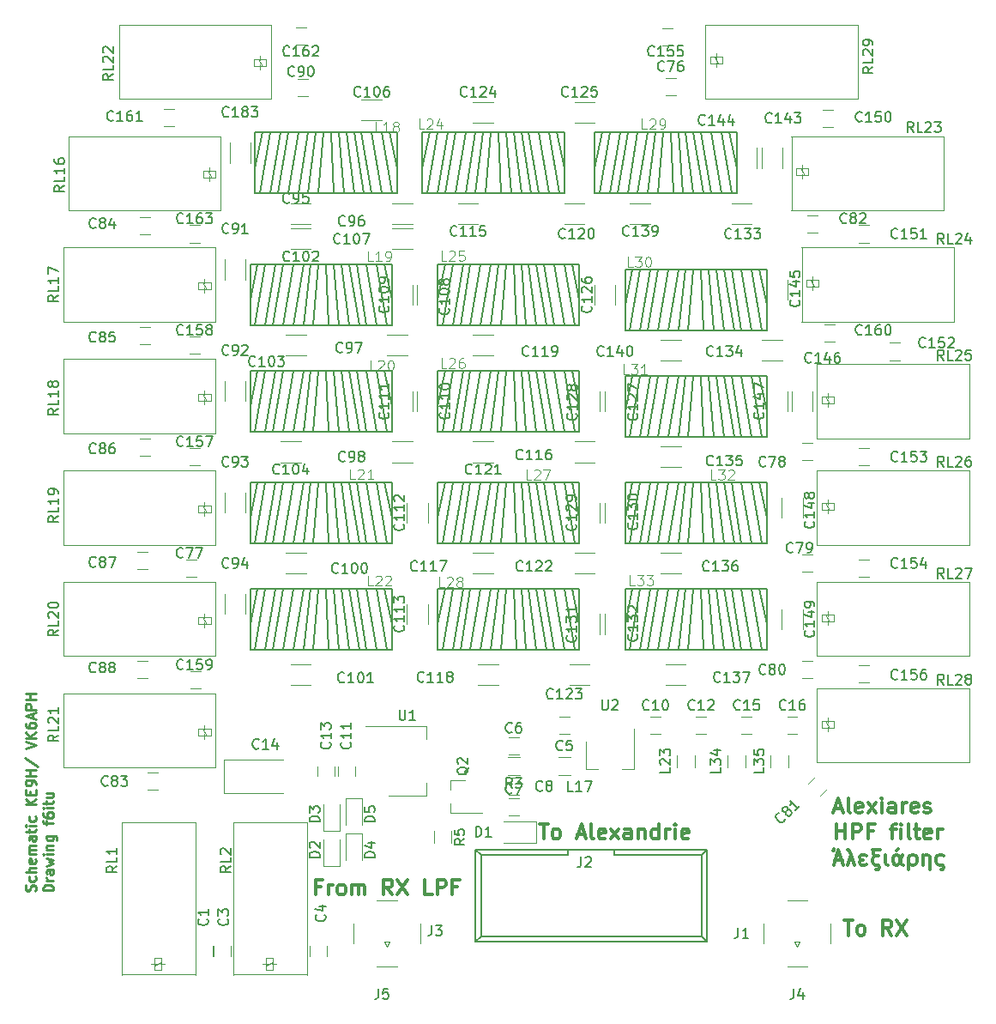
<source format=gbr>
G04 #@! TF.FileFunction,Legend,Top*
%FSLAX46Y46*%
G04 Gerber Fmt 4.6, Leading zero omitted, Abs format (unit mm)*
G04 Created by KiCad (PCBNEW 4.0.7) date 12/14/17 19:40:57*
%MOMM*%
%LPD*%
G01*
G04 APERTURE LIST*
%ADD10C,0.100000*%
%ADD11C,0.300000*%
%ADD12C,0.250000*%
%ADD13C,0.120000*%
%ADD14C,0.150000*%
%ADD15C,0.125000*%
G04 APERTURE END LIST*
D10*
D11*
X122964287Y-100392857D02*
X122464287Y-100392857D01*
X122464287Y-101178571D02*
X122464287Y-99678571D01*
X123178573Y-99678571D01*
X123750001Y-101178571D02*
X123750001Y-100178571D01*
X123750001Y-100464286D02*
X123821429Y-100321429D01*
X123892858Y-100250000D01*
X124035715Y-100178571D01*
X124178572Y-100178571D01*
X124892858Y-101178571D02*
X124750000Y-101107143D01*
X124678572Y-101035714D01*
X124607143Y-100892857D01*
X124607143Y-100464286D01*
X124678572Y-100321429D01*
X124750000Y-100250000D01*
X124892858Y-100178571D01*
X125107143Y-100178571D01*
X125250000Y-100250000D01*
X125321429Y-100321429D01*
X125392858Y-100464286D01*
X125392858Y-100892857D01*
X125321429Y-101035714D01*
X125250000Y-101107143D01*
X125107143Y-101178571D01*
X124892858Y-101178571D01*
X126035715Y-101178571D02*
X126035715Y-100178571D01*
X126035715Y-100321429D02*
X126107143Y-100250000D01*
X126250001Y-100178571D01*
X126464286Y-100178571D01*
X126607143Y-100250000D01*
X126678572Y-100392857D01*
X126678572Y-101178571D01*
X126678572Y-100392857D02*
X126750001Y-100250000D01*
X126892858Y-100178571D01*
X127107143Y-100178571D01*
X127250001Y-100250000D01*
X127321429Y-100392857D01*
X127321429Y-101178571D01*
X130035715Y-101178571D02*
X129535715Y-100464286D01*
X129178572Y-101178571D02*
X129178572Y-99678571D01*
X129750000Y-99678571D01*
X129892858Y-99750000D01*
X129964286Y-99821429D01*
X130035715Y-99964286D01*
X130035715Y-100178571D01*
X129964286Y-100321429D01*
X129892858Y-100392857D01*
X129750000Y-100464286D01*
X129178572Y-100464286D01*
X130535715Y-99678571D02*
X131535715Y-101178571D01*
X131535715Y-99678571D02*
X130535715Y-101178571D01*
X133964286Y-101178571D02*
X133250000Y-101178571D01*
X133250000Y-99678571D01*
X134464286Y-101178571D02*
X134464286Y-99678571D01*
X135035714Y-99678571D01*
X135178572Y-99750000D01*
X135250000Y-99821429D01*
X135321429Y-99964286D01*
X135321429Y-100178571D01*
X135250000Y-100321429D01*
X135178572Y-100392857D01*
X135035714Y-100464286D01*
X134464286Y-100464286D01*
X136464286Y-100392857D02*
X135964286Y-100392857D01*
X135964286Y-101178571D02*
X135964286Y-99678571D01*
X136678572Y-99678571D01*
X144535715Y-94178571D02*
X145392858Y-94178571D01*
X144964287Y-95678571D02*
X144964287Y-94178571D01*
X146107144Y-95678571D02*
X145964286Y-95607143D01*
X145892858Y-95535714D01*
X145821429Y-95392857D01*
X145821429Y-94964286D01*
X145892858Y-94821429D01*
X145964286Y-94750000D01*
X146107144Y-94678571D01*
X146321429Y-94678571D01*
X146464286Y-94750000D01*
X146535715Y-94821429D01*
X146607144Y-94964286D01*
X146607144Y-95392857D01*
X146535715Y-95535714D01*
X146464286Y-95607143D01*
X146321429Y-95678571D01*
X146107144Y-95678571D01*
X148321429Y-95250000D02*
X149035715Y-95250000D01*
X148178572Y-95678571D02*
X148678572Y-94178571D01*
X149178572Y-95678571D01*
X149892858Y-95678571D02*
X149750000Y-95607143D01*
X149678572Y-95464286D01*
X149678572Y-94178571D01*
X151035714Y-95607143D02*
X150892857Y-95678571D01*
X150607143Y-95678571D01*
X150464286Y-95607143D01*
X150392857Y-95464286D01*
X150392857Y-94892857D01*
X150464286Y-94750000D01*
X150607143Y-94678571D01*
X150892857Y-94678571D01*
X151035714Y-94750000D01*
X151107143Y-94892857D01*
X151107143Y-95035714D01*
X150392857Y-95178571D01*
X151607143Y-95678571D02*
X152392857Y-94678571D01*
X151607143Y-94678571D02*
X152392857Y-95678571D01*
X153607143Y-95678571D02*
X153607143Y-94892857D01*
X153535714Y-94750000D01*
X153392857Y-94678571D01*
X153107143Y-94678571D01*
X152964286Y-94750000D01*
X153607143Y-95607143D02*
X153464286Y-95678571D01*
X153107143Y-95678571D01*
X152964286Y-95607143D01*
X152892857Y-95464286D01*
X152892857Y-95321429D01*
X152964286Y-95178571D01*
X153107143Y-95107143D01*
X153464286Y-95107143D01*
X153607143Y-95035714D01*
X154321429Y-94678571D02*
X154321429Y-95678571D01*
X154321429Y-94821429D02*
X154392857Y-94750000D01*
X154535715Y-94678571D01*
X154750000Y-94678571D01*
X154892857Y-94750000D01*
X154964286Y-94892857D01*
X154964286Y-95678571D01*
X156321429Y-95678571D02*
X156321429Y-94178571D01*
X156321429Y-95607143D02*
X156178572Y-95678571D01*
X155892858Y-95678571D01*
X155750000Y-95607143D01*
X155678572Y-95535714D01*
X155607143Y-95392857D01*
X155607143Y-94964286D01*
X155678572Y-94821429D01*
X155750000Y-94750000D01*
X155892858Y-94678571D01*
X156178572Y-94678571D01*
X156321429Y-94750000D01*
X157035715Y-95678571D02*
X157035715Y-94678571D01*
X157035715Y-94964286D02*
X157107143Y-94821429D01*
X157178572Y-94750000D01*
X157321429Y-94678571D01*
X157464286Y-94678571D01*
X157964286Y-95678571D02*
X157964286Y-94678571D01*
X157964286Y-94178571D02*
X157892857Y-94250000D01*
X157964286Y-94321429D01*
X158035714Y-94250000D01*
X157964286Y-94178571D01*
X157964286Y-94321429D01*
X159250000Y-95607143D02*
X159107143Y-95678571D01*
X158821429Y-95678571D01*
X158678572Y-95607143D01*
X158607143Y-95464286D01*
X158607143Y-94892857D01*
X158678572Y-94750000D01*
X158821429Y-94678571D01*
X159107143Y-94678571D01*
X159250000Y-94750000D01*
X159321429Y-94892857D01*
X159321429Y-95035714D01*
X158607143Y-95178571D01*
X174607143Y-103678571D02*
X175464286Y-103678571D01*
X175035715Y-105178571D02*
X175035715Y-103678571D01*
X176178572Y-105178571D02*
X176035714Y-105107143D01*
X175964286Y-105035714D01*
X175892857Y-104892857D01*
X175892857Y-104464286D01*
X175964286Y-104321429D01*
X176035714Y-104250000D01*
X176178572Y-104178571D01*
X176392857Y-104178571D01*
X176535714Y-104250000D01*
X176607143Y-104321429D01*
X176678572Y-104464286D01*
X176678572Y-104892857D01*
X176607143Y-105035714D01*
X176535714Y-105107143D01*
X176392857Y-105178571D01*
X176178572Y-105178571D01*
X179321429Y-105178571D02*
X178821429Y-104464286D01*
X178464286Y-105178571D02*
X178464286Y-103678571D01*
X179035714Y-103678571D01*
X179178572Y-103750000D01*
X179250000Y-103821429D01*
X179321429Y-103964286D01*
X179321429Y-104178571D01*
X179250000Y-104321429D01*
X179178572Y-104392857D01*
X179035714Y-104464286D01*
X178464286Y-104464286D01*
X179821429Y-103678571D02*
X180821429Y-105178571D01*
X180821429Y-103678571D02*
X179821429Y-105178571D01*
D12*
X94779762Y-100809524D02*
X94827381Y-100666667D01*
X94827381Y-100428571D01*
X94779762Y-100333333D01*
X94732143Y-100285714D01*
X94636905Y-100238095D01*
X94541667Y-100238095D01*
X94446429Y-100285714D01*
X94398810Y-100333333D01*
X94351190Y-100428571D01*
X94303571Y-100619048D01*
X94255952Y-100714286D01*
X94208333Y-100761905D01*
X94113095Y-100809524D01*
X94017857Y-100809524D01*
X93922619Y-100761905D01*
X93875000Y-100714286D01*
X93827381Y-100619048D01*
X93827381Y-100380952D01*
X93875000Y-100238095D01*
X94779762Y-99380952D02*
X94827381Y-99476190D01*
X94827381Y-99666667D01*
X94779762Y-99761905D01*
X94732143Y-99809524D01*
X94636905Y-99857143D01*
X94351190Y-99857143D01*
X94255952Y-99809524D01*
X94208333Y-99761905D01*
X94160714Y-99666667D01*
X94160714Y-99476190D01*
X94208333Y-99380952D01*
X94827381Y-98952381D02*
X93827381Y-98952381D01*
X94827381Y-98523809D02*
X94303571Y-98523809D01*
X94208333Y-98571428D01*
X94160714Y-98666666D01*
X94160714Y-98809524D01*
X94208333Y-98904762D01*
X94255952Y-98952381D01*
X94779762Y-97666666D02*
X94827381Y-97761904D01*
X94827381Y-97952381D01*
X94779762Y-98047619D01*
X94684524Y-98095238D01*
X94303571Y-98095238D01*
X94208333Y-98047619D01*
X94160714Y-97952381D01*
X94160714Y-97761904D01*
X94208333Y-97666666D01*
X94303571Y-97619047D01*
X94398810Y-97619047D01*
X94494048Y-98095238D01*
X94827381Y-97190476D02*
X94160714Y-97190476D01*
X94255952Y-97190476D02*
X94208333Y-97142857D01*
X94160714Y-97047619D01*
X94160714Y-96904761D01*
X94208333Y-96809523D01*
X94303571Y-96761904D01*
X94827381Y-96761904D01*
X94303571Y-96761904D02*
X94208333Y-96714285D01*
X94160714Y-96619047D01*
X94160714Y-96476190D01*
X94208333Y-96380952D01*
X94303571Y-96333333D01*
X94827381Y-96333333D01*
X94827381Y-95428571D02*
X94303571Y-95428571D01*
X94208333Y-95476190D01*
X94160714Y-95571428D01*
X94160714Y-95761905D01*
X94208333Y-95857143D01*
X94779762Y-95428571D02*
X94827381Y-95523809D01*
X94827381Y-95761905D01*
X94779762Y-95857143D01*
X94684524Y-95904762D01*
X94589286Y-95904762D01*
X94494048Y-95857143D01*
X94446429Y-95761905D01*
X94446429Y-95523809D01*
X94398810Y-95428571D01*
X94160714Y-95095238D02*
X94160714Y-94714286D01*
X93827381Y-94952381D02*
X94684524Y-94952381D01*
X94779762Y-94904762D01*
X94827381Y-94809524D01*
X94827381Y-94714286D01*
X94827381Y-94380952D02*
X94160714Y-94380952D01*
X93827381Y-94380952D02*
X93875000Y-94428571D01*
X93922619Y-94380952D01*
X93875000Y-94333333D01*
X93827381Y-94380952D01*
X93922619Y-94380952D01*
X94779762Y-93476190D02*
X94827381Y-93571428D01*
X94827381Y-93761905D01*
X94779762Y-93857143D01*
X94732143Y-93904762D01*
X94636905Y-93952381D01*
X94351190Y-93952381D01*
X94255952Y-93904762D01*
X94208333Y-93857143D01*
X94160714Y-93761905D01*
X94160714Y-93571428D01*
X94208333Y-93476190D01*
X94827381Y-92285714D02*
X93827381Y-92285714D01*
X94827381Y-91714285D02*
X94255952Y-92142857D01*
X93827381Y-91714285D02*
X94398810Y-92285714D01*
X94303571Y-91285714D02*
X94303571Y-90952380D01*
X94827381Y-90809523D02*
X94827381Y-91285714D01*
X93827381Y-91285714D01*
X93827381Y-90809523D01*
X94827381Y-90333333D02*
X94827381Y-90142857D01*
X94779762Y-90047618D01*
X94732143Y-89999999D01*
X94589286Y-89904761D01*
X94398810Y-89857142D01*
X94017857Y-89857142D01*
X93922619Y-89904761D01*
X93875000Y-89952380D01*
X93827381Y-90047618D01*
X93827381Y-90238095D01*
X93875000Y-90333333D01*
X93922619Y-90380952D01*
X94017857Y-90428571D01*
X94255952Y-90428571D01*
X94351190Y-90380952D01*
X94398810Y-90333333D01*
X94446429Y-90238095D01*
X94446429Y-90047618D01*
X94398810Y-89952380D01*
X94351190Y-89904761D01*
X94255952Y-89857142D01*
X94827381Y-89428571D02*
X93827381Y-89428571D01*
X94303571Y-89428571D02*
X94303571Y-88857142D01*
X94827381Y-88857142D02*
X93827381Y-88857142D01*
X93779762Y-87666666D02*
X95065476Y-88523809D01*
X93827381Y-86714285D02*
X94827381Y-86380952D01*
X93827381Y-86047618D01*
X94827381Y-85714285D02*
X93827381Y-85714285D01*
X94827381Y-85142856D02*
X94255952Y-85571428D01*
X93827381Y-85142856D02*
X94398810Y-85714285D01*
X93827381Y-84285713D02*
X93827381Y-84476190D01*
X93875000Y-84571428D01*
X93922619Y-84619047D01*
X94065476Y-84714285D01*
X94255952Y-84761904D01*
X94636905Y-84761904D01*
X94732143Y-84714285D01*
X94779762Y-84666666D01*
X94827381Y-84571428D01*
X94827381Y-84380951D01*
X94779762Y-84285713D01*
X94732143Y-84238094D01*
X94636905Y-84190475D01*
X94398810Y-84190475D01*
X94303571Y-84238094D01*
X94255952Y-84285713D01*
X94208333Y-84380951D01*
X94208333Y-84571428D01*
X94255952Y-84666666D01*
X94303571Y-84714285D01*
X94398810Y-84761904D01*
X94541667Y-83809523D02*
X94541667Y-83333332D01*
X94827381Y-83904761D02*
X93827381Y-83571428D01*
X94827381Y-83238094D01*
X94827381Y-82904761D02*
X93827381Y-82904761D01*
X93827381Y-82523808D01*
X93875000Y-82428570D01*
X93922619Y-82380951D01*
X94017857Y-82333332D01*
X94160714Y-82333332D01*
X94255952Y-82380951D01*
X94303571Y-82428570D01*
X94351190Y-82523808D01*
X94351190Y-82904761D01*
X94827381Y-81904761D02*
X93827381Y-81904761D01*
X94303571Y-81904761D02*
X94303571Y-81333332D01*
X94827381Y-81333332D02*
X93827381Y-81333332D01*
X96577381Y-100761905D02*
X95577381Y-100761905D01*
X95577381Y-100523810D01*
X95625000Y-100380952D01*
X95720238Y-100285714D01*
X95815476Y-100238095D01*
X96005952Y-100190476D01*
X96148810Y-100190476D01*
X96339286Y-100238095D01*
X96434524Y-100285714D01*
X96529762Y-100380952D01*
X96577381Y-100523810D01*
X96577381Y-100761905D01*
X96577381Y-99761905D02*
X95910714Y-99761905D01*
X96101190Y-99761905D02*
X96005952Y-99714286D01*
X95958333Y-99666667D01*
X95910714Y-99571429D01*
X95910714Y-99476190D01*
X96577381Y-98714285D02*
X96053571Y-98714285D01*
X95958333Y-98761904D01*
X95910714Y-98857142D01*
X95910714Y-99047619D01*
X95958333Y-99142857D01*
X96529762Y-98714285D02*
X96577381Y-98809523D01*
X96577381Y-99047619D01*
X96529762Y-99142857D01*
X96434524Y-99190476D01*
X96339286Y-99190476D01*
X96244048Y-99142857D01*
X96196429Y-99047619D01*
X96196429Y-98809523D01*
X96148810Y-98714285D01*
X95910714Y-98333333D02*
X96577381Y-98142857D01*
X96101190Y-97952380D01*
X96577381Y-97761904D01*
X95910714Y-97571428D01*
X96577381Y-97190476D02*
X95910714Y-97190476D01*
X95577381Y-97190476D02*
X95625000Y-97238095D01*
X95672619Y-97190476D01*
X95625000Y-97142857D01*
X95577381Y-97190476D01*
X95672619Y-97190476D01*
X95910714Y-96714286D02*
X96577381Y-96714286D01*
X96005952Y-96714286D02*
X95958333Y-96666667D01*
X95910714Y-96571429D01*
X95910714Y-96428571D01*
X95958333Y-96333333D01*
X96053571Y-96285714D01*
X96577381Y-96285714D01*
X95910714Y-95380952D02*
X96720238Y-95380952D01*
X96815476Y-95428571D01*
X96863095Y-95476190D01*
X96910714Y-95571429D01*
X96910714Y-95714286D01*
X96863095Y-95809524D01*
X96529762Y-95380952D02*
X96577381Y-95476190D01*
X96577381Y-95666667D01*
X96529762Y-95761905D01*
X96482143Y-95809524D01*
X96386905Y-95857143D01*
X96101190Y-95857143D01*
X96005952Y-95809524D01*
X95958333Y-95761905D01*
X95910714Y-95666667D01*
X95910714Y-95476190D01*
X95958333Y-95380952D01*
X95910714Y-94285714D02*
X95910714Y-93904762D01*
X96577381Y-94142857D02*
X95720238Y-94142857D01*
X95625000Y-94095238D01*
X95577381Y-94000000D01*
X95577381Y-93904762D01*
X95577381Y-93142856D02*
X95577381Y-93333333D01*
X95625000Y-93428571D01*
X95672619Y-93476190D01*
X95815476Y-93571428D01*
X96005952Y-93619047D01*
X96386905Y-93619047D01*
X96482143Y-93571428D01*
X96529762Y-93523809D01*
X96577381Y-93428571D01*
X96577381Y-93238094D01*
X96529762Y-93142856D01*
X96482143Y-93095237D01*
X96386905Y-93047618D01*
X96148810Y-93047618D01*
X96053571Y-93095237D01*
X96005952Y-93142856D01*
X95958333Y-93238094D01*
X95958333Y-93428571D01*
X96005952Y-93523809D01*
X96053571Y-93571428D01*
X96148810Y-93619047D01*
X96577381Y-92619047D02*
X95910714Y-92619047D01*
X95577381Y-92619047D02*
X95625000Y-92666666D01*
X95672619Y-92619047D01*
X95625000Y-92571428D01*
X95577381Y-92619047D01*
X95672619Y-92619047D01*
X95910714Y-92285714D02*
X95910714Y-91904762D01*
X95577381Y-92142857D02*
X96434524Y-92142857D01*
X96529762Y-92095238D01*
X96577381Y-92000000D01*
X96577381Y-91904762D01*
X95910714Y-91142856D02*
X96577381Y-91142856D01*
X95910714Y-91571428D02*
X96434524Y-91571428D01*
X96529762Y-91523809D01*
X96577381Y-91428571D01*
X96577381Y-91285713D01*
X96529762Y-91190475D01*
X96482143Y-91142856D01*
D11*
X173678572Y-92700000D02*
X174392858Y-92700000D01*
X173535715Y-93128571D02*
X174035715Y-91628571D01*
X174535715Y-93128571D01*
X175250001Y-93128571D02*
X175107143Y-93057143D01*
X175035715Y-92914286D01*
X175035715Y-91628571D01*
X176392857Y-93057143D02*
X176250000Y-93128571D01*
X175964286Y-93128571D01*
X175821429Y-93057143D01*
X175750000Y-92914286D01*
X175750000Y-92342857D01*
X175821429Y-92200000D01*
X175964286Y-92128571D01*
X176250000Y-92128571D01*
X176392857Y-92200000D01*
X176464286Y-92342857D01*
X176464286Y-92485714D01*
X175750000Y-92628571D01*
X176964286Y-93128571D02*
X177750000Y-92128571D01*
X176964286Y-92128571D02*
X177750000Y-93128571D01*
X178321429Y-93128571D02*
X178321429Y-92128571D01*
X178321429Y-91628571D02*
X178250000Y-91700000D01*
X178321429Y-91771429D01*
X178392857Y-91700000D01*
X178321429Y-91628571D01*
X178321429Y-91771429D01*
X179678572Y-93128571D02*
X179678572Y-92342857D01*
X179607143Y-92200000D01*
X179464286Y-92128571D01*
X179178572Y-92128571D01*
X179035715Y-92200000D01*
X179678572Y-93057143D02*
X179535715Y-93128571D01*
X179178572Y-93128571D01*
X179035715Y-93057143D01*
X178964286Y-92914286D01*
X178964286Y-92771429D01*
X179035715Y-92628571D01*
X179178572Y-92557143D01*
X179535715Y-92557143D01*
X179678572Y-92485714D01*
X180392858Y-93128571D02*
X180392858Y-92128571D01*
X180392858Y-92414286D02*
X180464286Y-92271429D01*
X180535715Y-92200000D01*
X180678572Y-92128571D01*
X180821429Y-92128571D01*
X181892857Y-93057143D02*
X181750000Y-93128571D01*
X181464286Y-93128571D01*
X181321429Y-93057143D01*
X181250000Y-92914286D01*
X181250000Y-92342857D01*
X181321429Y-92200000D01*
X181464286Y-92128571D01*
X181750000Y-92128571D01*
X181892857Y-92200000D01*
X181964286Y-92342857D01*
X181964286Y-92485714D01*
X181250000Y-92628571D01*
X182535714Y-93057143D02*
X182678571Y-93128571D01*
X182964286Y-93128571D01*
X183107143Y-93057143D01*
X183178571Y-92914286D01*
X183178571Y-92842857D01*
X183107143Y-92700000D01*
X182964286Y-92628571D01*
X182750000Y-92628571D01*
X182607143Y-92557143D01*
X182535714Y-92414286D01*
X182535714Y-92342857D01*
X182607143Y-92200000D01*
X182750000Y-92128571D01*
X182964286Y-92128571D01*
X183107143Y-92200000D01*
X173892858Y-95678571D02*
X173892858Y-94178571D01*
X173892858Y-94892857D02*
X174750001Y-94892857D01*
X174750001Y-95678571D02*
X174750001Y-94178571D01*
X175464287Y-95678571D02*
X175464287Y-94178571D01*
X176035715Y-94178571D01*
X176178573Y-94250000D01*
X176250001Y-94321429D01*
X176321430Y-94464286D01*
X176321430Y-94678571D01*
X176250001Y-94821429D01*
X176178573Y-94892857D01*
X176035715Y-94964286D01*
X175464287Y-94964286D01*
X177464287Y-94892857D02*
X176964287Y-94892857D01*
X176964287Y-95678571D02*
X176964287Y-94178571D01*
X177678573Y-94178571D01*
X179178572Y-94678571D02*
X179750001Y-94678571D01*
X179392858Y-95678571D02*
X179392858Y-94392857D01*
X179464286Y-94250000D01*
X179607144Y-94178571D01*
X179750001Y-94178571D01*
X180250001Y-95678571D02*
X180250001Y-94678571D01*
X180250001Y-94178571D02*
X180178572Y-94250000D01*
X180250001Y-94321429D01*
X180321429Y-94250000D01*
X180250001Y-94178571D01*
X180250001Y-94321429D01*
X181178573Y-95678571D02*
X181035715Y-95607143D01*
X180964287Y-95464286D01*
X180964287Y-94178571D01*
X181535715Y-94678571D02*
X182107144Y-94678571D01*
X181750001Y-94178571D02*
X181750001Y-95464286D01*
X181821429Y-95607143D01*
X181964287Y-95678571D01*
X182107144Y-95678571D01*
X183178572Y-95607143D02*
X183035715Y-95678571D01*
X182750001Y-95678571D01*
X182607144Y-95607143D01*
X182535715Y-95464286D01*
X182535715Y-94892857D01*
X182607144Y-94750000D01*
X182750001Y-94678571D01*
X183035715Y-94678571D01*
X183178572Y-94750000D01*
X183250001Y-94892857D01*
X183250001Y-95035714D01*
X182535715Y-95178571D01*
X183892858Y-95678571D02*
X183892858Y-94678571D01*
X183892858Y-94964286D02*
X183964286Y-94821429D01*
X184035715Y-94750000D01*
X184178572Y-94678571D01*
X184321429Y-94678571D01*
X173714286Y-97800000D02*
X174428572Y-97800000D01*
X173571429Y-98228571D02*
X174071429Y-96728571D01*
X174571429Y-98228571D01*
X173500001Y-96871429D02*
X173571429Y-96871429D01*
X173642858Y-96800000D01*
X173642858Y-96657143D01*
X175285715Y-97228571D02*
X174928572Y-98228571D01*
X174928572Y-96728571D02*
X175071429Y-96728571D01*
X175142857Y-96800000D01*
X175285715Y-97228571D01*
X175642857Y-98228571D01*
X176357143Y-97728571D02*
X176214286Y-97800000D01*
X176142857Y-97942857D01*
X176142857Y-98014286D01*
X176214286Y-98157143D01*
X176357143Y-98228571D01*
X176642857Y-98228571D01*
X176785714Y-98157143D01*
X176500000Y-97728571D02*
X176357143Y-97728571D01*
X176214286Y-97657143D01*
X176142857Y-97514286D01*
X176142857Y-97442857D01*
X176214286Y-97300000D01*
X176357143Y-97228571D01*
X176642857Y-97228571D01*
X176785714Y-97300000D01*
X177428572Y-96728571D02*
X178142858Y-96728571D01*
X177714286Y-96728571D02*
X177571429Y-96800000D01*
X177500000Y-96942857D01*
X177500000Y-97157143D01*
X177571429Y-97300000D01*
X177714286Y-97371429D01*
X178000000Y-97371429D01*
X177714286Y-97371429D02*
X177571429Y-97442857D01*
X177500000Y-97514286D01*
X177428572Y-97657143D01*
X177428572Y-97942857D01*
X177500000Y-98085714D01*
X177571429Y-98157143D01*
X177714286Y-98228571D01*
X177857143Y-98228571D01*
X178000000Y-98300000D01*
X178071429Y-98442857D01*
X178071429Y-98514286D01*
X178000000Y-98657143D01*
X177857143Y-98728571D01*
X177785715Y-98728571D01*
X178714286Y-97228571D02*
X178714286Y-98014286D01*
X178785714Y-98157143D01*
X178928572Y-98228571D01*
X180357143Y-97228571D02*
X180142857Y-97942857D01*
X180071428Y-98085714D01*
X180000000Y-98157143D01*
X179857143Y-98228571D01*
X179714286Y-98228571D01*
X179571428Y-98157143D01*
X179500000Y-98085714D01*
X179428571Y-97871429D01*
X179428571Y-97585714D01*
X179500000Y-97371429D01*
X179571428Y-97300000D01*
X179714286Y-97228571D01*
X179857143Y-97228571D01*
X180000000Y-97300000D01*
X180071428Y-97371429D01*
X180142857Y-97514286D01*
X180214286Y-98014286D01*
X180285714Y-98157143D01*
X180428571Y-98228571D01*
X180000000Y-96657143D02*
X179785714Y-96871429D01*
X181000000Y-98728571D02*
X181000000Y-97514286D01*
X181071428Y-97371429D01*
X181142857Y-97300000D01*
X181285714Y-97228571D01*
X181500000Y-97228571D01*
X181642857Y-97300000D01*
X181714286Y-97371429D01*
X181785714Y-97514286D01*
X181785714Y-97942857D01*
X181714286Y-98085714D01*
X181642857Y-98157143D01*
X181500000Y-98228571D01*
X181285714Y-98228571D01*
X181142857Y-98157143D01*
X181000000Y-98014286D01*
X182428571Y-97228571D02*
X182428571Y-98228571D01*
X182428571Y-97371429D02*
X182499999Y-97300000D01*
X182642857Y-97228571D01*
X182857142Y-97228571D01*
X182999999Y-97300000D01*
X183071428Y-97442857D01*
X183071428Y-98728571D01*
X184428571Y-97300000D02*
X184285714Y-97228571D01*
X184000000Y-97228571D01*
X183857142Y-97300000D01*
X183785714Y-97371429D01*
X183714285Y-97514286D01*
X183714285Y-97942857D01*
X183785714Y-98085714D01*
X183857142Y-98157143D01*
X184000000Y-98228571D01*
X184214285Y-98228571D01*
X184357142Y-98300000D01*
X184428571Y-98442857D01*
X184428571Y-98514286D01*
X184357142Y-98657143D01*
X184214285Y-98728571D01*
D13*
X177100000Y-35150000D02*
X176100000Y-35150000D01*
X176100000Y-36850000D02*
X177100000Y-36850000D01*
D14*
X135250000Y-39000000D02*
X134500000Y-42500000D01*
X136000000Y-39000000D02*
X135000000Y-45000000D01*
X137000000Y-39000000D02*
X136000000Y-45000000D01*
X137750000Y-39000000D02*
X136750000Y-45000000D01*
X138750000Y-39000000D02*
X137750000Y-45000000D01*
X139750000Y-39000000D02*
X138750000Y-45000000D01*
X140500000Y-39000000D02*
X139750000Y-45000000D01*
X147750000Y-39000000D02*
X148500000Y-42500000D01*
X147000000Y-39000000D02*
X148000000Y-45000000D01*
X146000000Y-39000000D02*
X147000000Y-45000000D01*
X145000000Y-39000000D02*
X146000000Y-45000000D01*
X144250000Y-39000000D02*
X145250000Y-45000000D01*
X143500000Y-39000000D02*
X144250000Y-45000000D01*
X142750000Y-39000000D02*
X143250000Y-45000000D01*
X141250000Y-39000000D02*
X140750000Y-45000000D01*
X142000000Y-39000000D02*
X142250000Y-45000000D01*
X141500000Y-39000000D02*
X148500000Y-39000000D01*
X148500000Y-39000000D02*
X148500000Y-45000000D01*
X148500000Y-45000000D02*
X134500000Y-45000000D01*
X134500000Y-45000000D02*
X134500000Y-39000000D01*
X134500000Y-39000000D02*
X141500000Y-39000000D01*
D13*
X138000000Y-25020000D02*
X140000000Y-25020000D01*
X140000000Y-22980000D02*
X138000000Y-22980000D01*
X166980000Y-40500000D02*
X166980000Y-42500000D01*
X169020000Y-42500000D02*
X169020000Y-40500000D01*
D14*
X150750000Y-26000000D02*
X150000000Y-29500000D01*
X151500000Y-26000000D02*
X150500000Y-32000000D01*
X152500000Y-26000000D02*
X151500000Y-32000000D01*
X153250000Y-26000000D02*
X152250000Y-32000000D01*
X154250000Y-26000000D02*
X153250000Y-32000000D01*
X155250000Y-26000000D02*
X154250000Y-32000000D01*
X156000000Y-26000000D02*
X155250000Y-32000000D01*
X163250000Y-26000000D02*
X164000000Y-29500000D01*
X162500000Y-26000000D02*
X163500000Y-32000000D01*
X161500000Y-26000000D02*
X162500000Y-32000000D01*
X160500000Y-26000000D02*
X161500000Y-32000000D01*
X159750000Y-26000000D02*
X160750000Y-32000000D01*
X159000000Y-26000000D02*
X159750000Y-32000000D01*
X158250000Y-26000000D02*
X158750000Y-32000000D01*
X156750000Y-26000000D02*
X156250000Y-32000000D01*
X157500000Y-26000000D02*
X157750000Y-32000000D01*
X157000000Y-26000000D02*
X164000000Y-26000000D01*
X164000000Y-26000000D02*
X164000000Y-32000000D01*
X164000000Y-32000000D02*
X150000000Y-32000000D01*
X150000000Y-32000000D02*
X150000000Y-26000000D01*
X150000000Y-26000000D02*
X157000000Y-26000000D01*
D13*
X157000000Y-22350000D02*
X158000000Y-22350000D01*
X158000000Y-20650000D02*
X157000000Y-20650000D01*
X109700000Y-69850000D02*
X110700000Y-69850000D01*
X110700000Y-68150000D02*
X109700000Y-68150000D01*
X170500000Y-58350000D02*
X171500000Y-58350000D01*
X171500000Y-56650000D02*
X170500000Y-56650000D01*
X170500000Y-69350000D02*
X171500000Y-69350000D01*
X171500000Y-67650000D02*
X170500000Y-67650000D01*
X170500000Y-79850000D02*
X171500000Y-79850000D01*
X171500000Y-78150000D02*
X170500000Y-78150000D01*
X172247487Y-91454594D02*
X172954594Y-90747487D01*
X171752513Y-89545406D02*
X171045406Y-90252513D01*
X172000000Y-34150000D02*
X171000000Y-34150000D01*
X171000000Y-35850000D02*
X172000000Y-35850000D01*
X106900000Y-89150000D02*
X105900000Y-89150000D01*
X105900000Y-90850000D02*
X106900000Y-90850000D01*
X106100000Y-34350000D02*
X105100000Y-34350000D01*
X105100000Y-36050000D02*
X106100000Y-36050000D01*
X106100000Y-45150000D02*
X105100000Y-45150000D01*
X105100000Y-46850000D02*
X106100000Y-46850000D01*
X106100000Y-56150000D02*
X105100000Y-56150000D01*
X105100000Y-57850000D02*
X106100000Y-57850000D01*
X105900000Y-67350000D02*
X104900000Y-67350000D01*
X104900000Y-69050000D02*
X105900000Y-69050000D01*
X105900000Y-78150000D02*
X104900000Y-78150000D01*
X104900000Y-79850000D02*
X105900000Y-79850000D01*
X120700000Y-22450000D02*
X121700000Y-22450000D01*
X121700000Y-20750000D02*
X120700000Y-20750000D01*
X173500000Y-23750000D02*
X172500000Y-23750000D01*
X172500000Y-25450000D02*
X173500000Y-25450000D01*
X180100000Y-46750000D02*
X179100000Y-46750000D01*
X179100000Y-48450000D02*
X180100000Y-48450000D01*
X177100000Y-57150000D02*
X176100000Y-57150000D01*
X176100000Y-58850000D02*
X177100000Y-58850000D01*
X177100000Y-68150000D02*
X176100000Y-68150000D01*
X176100000Y-69850000D02*
X177100000Y-69850000D01*
X156700000Y-17450000D02*
X157700000Y-17450000D01*
X157700000Y-15750000D02*
X156700000Y-15750000D01*
X177100000Y-78550000D02*
X176100000Y-78550000D01*
X176100000Y-80250000D02*
X177100000Y-80250000D01*
X110000000Y-58850000D02*
X111000000Y-58850000D01*
X111000000Y-57150000D02*
X110000000Y-57150000D01*
X110000000Y-47850000D02*
X111000000Y-47850000D01*
X111000000Y-46150000D02*
X110000000Y-46150000D01*
X110100000Y-80850000D02*
X111100000Y-80850000D01*
X111100000Y-79150000D02*
X110100000Y-79150000D01*
X173700000Y-44950000D02*
X172700000Y-44950000D01*
X172700000Y-46650000D02*
X173700000Y-46650000D01*
X107500000Y-25350000D02*
X108500000Y-25350000D01*
X108500000Y-23650000D02*
X107500000Y-23650000D01*
X121500000Y-15650000D02*
X120500000Y-15650000D01*
X120500000Y-17350000D02*
X121500000Y-17350000D01*
X110000000Y-36850000D02*
X111000000Y-36850000D01*
X111000000Y-35150000D02*
X110000000Y-35150000D01*
X144200000Y-96060000D02*
X144200000Y-93940000D01*
X141000000Y-96060000D02*
X144200000Y-96060000D01*
X144200000Y-93940000D02*
X141000000Y-93940000D01*
X110650000Y-106250000D02*
X110650000Y-107250000D01*
X112350000Y-107250000D02*
X112350000Y-106250000D01*
X112400000Y-106250000D02*
X112400000Y-107250000D01*
X114100000Y-107250000D02*
X114100000Y-106250000D01*
X121900000Y-106250000D02*
X121900000Y-107250000D01*
X123600000Y-107250000D02*
X123600000Y-106250000D01*
X115520000Y-40500000D02*
X115520000Y-38500000D01*
X113480000Y-38500000D02*
X113480000Y-40500000D01*
X115520000Y-52500000D02*
X115520000Y-50500000D01*
X113480000Y-50500000D02*
X113480000Y-52500000D01*
X115520000Y-63500000D02*
X115520000Y-61500000D01*
X113480000Y-61500000D02*
X113480000Y-63500000D01*
X115520000Y-73500000D02*
X115520000Y-71500000D01*
X113480000Y-71500000D02*
X113480000Y-73500000D01*
X120000000Y-35020000D02*
X122000000Y-35020000D01*
X122000000Y-32980000D02*
X120000000Y-32980000D01*
X132000000Y-32980000D02*
X130000000Y-32980000D01*
X130000000Y-35020000D02*
X132000000Y-35020000D01*
X131500000Y-45980000D02*
X129500000Y-45980000D01*
X129500000Y-48020000D02*
X131500000Y-48020000D01*
X132000000Y-56480000D02*
X130000000Y-56480000D01*
X130000000Y-58520000D02*
X132000000Y-58520000D01*
X119500000Y-69520000D02*
X121500000Y-69520000D01*
X121500000Y-67480000D02*
X119500000Y-67480000D01*
X120000000Y-80520000D02*
X122000000Y-80520000D01*
X122000000Y-78480000D02*
X120000000Y-78480000D01*
X120000000Y-37520000D02*
X122000000Y-37520000D01*
X122000000Y-35480000D02*
X120000000Y-35480000D01*
X119500000Y-48020000D02*
X121500000Y-48020000D01*
X121500000Y-45980000D02*
X119500000Y-45980000D01*
X119000000Y-58520000D02*
X121000000Y-58520000D01*
X121000000Y-56480000D02*
X119000000Y-56480000D01*
X127000000Y-24770000D02*
X129000000Y-24770000D01*
X129000000Y-22730000D02*
X127000000Y-22730000D01*
X132000000Y-35480000D02*
X130000000Y-35480000D01*
X130000000Y-37520000D02*
X132000000Y-37520000D01*
X132480000Y-41000000D02*
X132480000Y-43000000D01*
X134520000Y-43000000D02*
X134520000Y-41000000D01*
X129980000Y-41000000D02*
X129980000Y-43000000D01*
X132020000Y-43000000D02*
X132020000Y-41000000D01*
X132480000Y-51500000D02*
X132480000Y-53500000D01*
X134520000Y-53500000D02*
X134520000Y-51500000D01*
X129980000Y-51500000D02*
X129980000Y-53500000D01*
X132020000Y-53500000D02*
X132020000Y-51500000D01*
X131480000Y-62500000D02*
X131480000Y-64500000D01*
X133520000Y-64500000D02*
X133520000Y-62500000D01*
X131480000Y-72500000D02*
X131480000Y-74500000D01*
X133520000Y-74500000D02*
X133520000Y-72500000D01*
X136500000Y-35020000D02*
X138500000Y-35020000D01*
X138500000Y-32980000D02*
X136500000Y-32980000D01*
X150000000Y-56480000D02*
X148000000Y-56480000D01*
X148000000Y-58520000D02*
X150000000Y-58520000D01*
X138000000Y-69520000D02*
X140000000Y-69520000D01*
X140000000Y-67480000D02*
X138000000Y-67480000D01*
X138500000Y-80520000D02*
X140500000Y-80520000D01*
X140500000Y-78480000D02*
X138500000Y-78480000D01*
X138000000Y-48020000D02*
X140000000Y-48020000D01*
X140000000Y-45980000D02*
X138000000Y-45980000D01*
X149000000Y-32980000D02*
X147000000Y-32980000D01*
X147000000Y-35020000D02*
X149000000Y-35020000D01*
X138000000Y-58520000D02*
X140000000Y-58520000D01*
X140000000Y-56480000D02*
X138000000Y-56480000D01*
X150000000Y-67480000D02*
X148000000Y-67480000D01*
X148000000Y-69520000D02*
X150000000Y-69520000D01*
X149500000Y-78480000D02*
X147500000Y-78480000D01*
X147500000Y-80520000D02*
X149500000Y-80520000D01*
X148000000Y-25020000D02*
X150000000Y-25020000D01*
X150000000Y-22980000D02*
X148000000Y-22980000D01*
X149980000Y-41000000D02*
X149980000Y-43000000D01*
X152020000Y-43000000D02*
X152020000Y-41000000D01*
X150980000Y-51500000D02*
X150980000Y-53500000D01*
X153020000Y-53500000D02*
X153020000Y-51500000D01*
X148480000Y-51500000D02*
X148480000Y-53500000D01*
X150520000Y-53500000D02*
X150520000Y-51500000D01*
X148480000Y-62500000D02*
X148480000Y-64500000D01*
X150520000Y-64500000D02*
X150520000Y-62500000D01*
X150980000Y-62500000D02*
X150980000Y-64500000D01*
X153020000Y-64500000D02*
X153020000Y-62500000D01*
X148480000Y-73500000D02*
X148480000Y-75500000D01*
X150520000Y-75500000D02*
X150520000Y-73500000D01*
X150980000Y-73500000D02*
X150980000Y-75500000D01*
X153020000Y-75500000D02*
X153020000Y-73500000D01*
X165500000Y-32980000D02*
X163500000Y-32980000D01*
X163500000Y-35020000D02*
X165500000Y-35020000D01*
X168500000Y-46480000D02*
X166500000Y-46480000D01*
X166500000Y-48520000D02*
X168500000Y-48520000D01*
X156500000Y-59020000D02*
X158500000Y-59020000D01*
X158500000Y-56980000D02*
X156500000Y-56980000D01*
X156500000Y-69520000D02*
X158500000Y-69520000D01*
X158500000Y-67480000D02*
X156500000Y-67480000D01*
X157000000Y-80520000D02*
X159000000Y-80520000D01*
X159000000Y-78480000D02*
X157000000Y-78480000D01*
X153500000Y-35020000D02*
X155500000Y-35020000D01*
X155500000Y-32980000D02*
X153500000Y-32980000D01*
X156500000Y-48520000D02*
X158500000Y-48520000D01*
X158500000Y-46480000D02*
X156500000Y-46480000D01*
X166480000Y-27500000D02*
X166480000Y-29500000D01*
X168520000Y-29500000D02*
X168520000Y-27500000D01*
X163980000Y-27500000D02*
X163980000Y-29500000D01*
X166020000Y-29500000D02*
X166020000Y-27500000D01*
X169480000Y-51500000D02*
X169480000Y-53500000D01*
X171520000Y-53500000D02*
X171520000Y-51500000D01*
X166980000Y-51500000D02*
X166980000Y-53500000D01*
X169020000Y-53500000D02*
X169020000Y-51500000D01*
X168480000Y-62000000D02*
X168480000Y-64000000D01*
X170520000Y-64000000D02*
X170520000Y-62000000D01*
X168480000Y-73000000D02*
X168480000Y-75000000D01*
X170520000Y-75000000D02*
X170520000Y-73000000D01*
X116020000Y-29000000D02*
X116020000Y-27000000D01*
X113980000Y-27000000D02*
X113980000Y-29000000D01*
X123200000Y-98350000D02*
X124800000Y-98350000D01*
X124800000Y-98350000D02*
X124800000Y-95750000D01*
X123200000Y-98350000D02*
X123200000Y-95750000D01*
X123200000Y-94850000D02*
X124800000Y-94850000D01*
X124800000Y-94850000D02*
X124800000Y-92250000D01*
X123200000Y-94850000D02*
X123200000Y-92250000D01*
X127050000Y-95150000D02*
X125450000Y-95150000D01*
X125450000Y-95150000D02*
X125450000Y-97750000D01*
X127050000Y-95150000D02*
X127050000Y-97750000D01*
X127050000Y-91650000D02*
X125450000Y-91650000D01*
X125450000Y-91650000D02*
X125450000Y-94250000D01*
X127050000Y-91650000D02*
X127050000Y-94250000D01*
X128500000Y-101700000D02*
X130500000Y-101700000D01*
X128500000Y-108300000D02*
X130500000Y-108300000D01*
X132800000Y-104000000D02*
X132800000Y-106000000D01*
X126200000Y-104000000D02*
X126200000Y-106000000D01*
D14*
X117250000Y-26000000D02*
X116500000Y-29500000D01*
X118000000Y-26000000D02*
X117000000Y-32000000D01*
X119000000Y-26000000D02*
X118000000Y-32000000D01*
X119750000Y-26000000D02*
X118750000Y-32000000D01*
X120750000Y-26000000D02*
X119750000Y-32000000D01*
X121750000Y-26000000D02*
X120750000Y-32000000D01*
X122500000Y-26000000D02*
X121750000Y-32000000D01*
X129750000Y-26000000D02*
X130500000Y-29500000D01*
X129000000Y-26000000D02*
X130000000Y-32000000D01*
X128000000Y-26000000D02*
X129000000Y-32000000D01*
X127000000Y-26000000D02*
X128000000Y-32000000D01*
X126250000Y-26000000D02*
X127250000Y-32000000D01*
X125500000Y-26000000D02*
X126250000Y-32000000D01*
X124750000Y-26000000D02*
X125250000Y-32000000D01*
X123250000Y-26000000D02*
X122750000Y-32000000D01*
X124000000Y-26000000D02*
X124250000Y-32000000D01*
X123500000Y-26000000D02*
X130500000Y-26000000D01*
X130500000Y-26000000D02*
X130500000Y-32000000D01*
X130500000Y-32000000D02*
X116500000Y-32000000D01*
X116500000Y-32000000D02*
X116500000Y-26000000D01*
X116500000Y-26000000D02*
X123500000Y-26000000D01*
X116750000Y-39000000D02*
X116000000Y-42500000D01*
X117500000Y-39000000D02*
X116500000Y-45000000D01*
X118500000Y-39000000D02*
X117500000Y-45000000D01*
X119250000Y-39000000D02*
X118250000Y-45000000D01*
X120250000Y-39000000D02*
X119250000Y-45000000D01*
X121250000Y-39000000D02*
X120250000Y-45000000D01*
X122000000Y-39000000D02*
X121250000Y-45000000D01*
X129250000Y-39000000D02*
X130000000Y-42500000D01*
X128500000Y-39000000D02*
X129500000Y-45000000D01*
X127500000Y-39000000D02*
X128500000Y-45000000D01*
X126500000Y-39000000D02*
X127500000Y-45000000D01*
X125750000Y-39000000D02*
X126750000Y-45000000D01*
X125000000Y-39000000D02*
X125750000Y-45000000D01*
X124250000Y-39000000D02*
X124750000Y-45000000D01*
X122750000Y-39000000D02*
X122250000Y-45000000D01*
X123500000Y-39000000D02*
X123750000Y-45000000D01*
X123000000Y-39000000D02*
X130000000Y-39000000D01*
X130000000Y-39000000D02*
X130000000Y-45000000D01*
X130000000Y-45000000D02*
X116000000Y-45000000D01*
X116000000Y-45000000D02*
X116000000Y-39000000D01*
X116000000Y-39000000D02*
X123000000Y-39000000D01*
X116750000Y-49500000D02*
X116000000Y-53000000D01*
X117500000Y-49500000D02*
X116500000Y-55500000D01*
X118500000Y-49500000D02*
X117500000Y-55500000D01*
X119250000Y-49500000D02*
X118250000Y-55500000D01*
X120250000Y-49500000D02*
X119250000Y-55500000D01*
X121250000Y-49500000D02*
X120250000Y-55500000D01*
X122000000Y-49500000D02*
X121250000Y-55500000D01*
X129250000Y-49500000D02*
X130000000Y-53000000D01*
X128500000Y-49500000D02*
X129500000Y-55500000D01*
X127500000Y-49500000D02*
X128500000Y-55500000D01*
X126500000Y-49500000D02*
X127500000Y-55500000D01*
X125750000Y-49500000D02*
X126750000Y-55500000D01*
X125000000Y-49500000D02*
X125750000Y-55500000D01*
X124250000Y-49500000D02*
X124750000Y-55500000D01*
X122750000Y-49500000D02*
X122250000Y-55500000D01*
X123500000Y-49500000D02*
X123750000Y-55500000D01*
X123000000Y-49500000D02*
X130000000Y-49500000D01*
X130000000Y-49500000D02*
X130000000Y-55500000D01*
X130000000Y-55500000D02*
X116000000Y-55500000D01*
X116000000Y-55500000D02*
X116000000Y-49500000D01*
X116000000Y-49500000D02*
X123000000Y-49500000D01*
X116750000Y-60500000D02*
X116000000Y-64000000D01*
X117500000Y-60500000D02*
X116500000Y-66500000D01*
X118500000Y-60500000D02*
X117500000Y-66500000D01*
X119250000Y-60500000D02*
X118250000Y-66500000D01*
X120250000Y-60500000D02*
X119250000Y-66500000D01*
X121250000Y-60500000D02*
X120250000Y-66500000D01*
X122000000Y-60500000D02*
X121250000Y-66500000D01*
X129250000Y-60500000D02*
X130000000Y-64000000D01*
X128500000Y-60500000D02*
X129500000Y-66500000D01*
X127500000Y-60500000D02*
X128500000Y-66500000D01*
X126500000Y-60500000D02*
X127500000Y-66500000D01*
X125750000Y-60500000D02*
X126750000Y-66500000D01*
X125000000Y-60500000D02*
X125750000Y-66500000D01*
X124250000Y-60500000D02*
X124750000Y-66500000D01*
X122750000Y-60500000D02*
X122250000Y-66500000D01*
X123500000Y-60500000D02*
X123750000Y-66500000D01*
X123000000Y-60500000D02*
X130000000Y-60500000D01*
X130000000Y-60500000D02*
X130000000Y-66500000D01*
X130000000Y-66500000D02*
X116000000Y-66500000D01*
X116000000Y-66500000D02*
X116000000Y-60500000D01*
X116000000Y-60500000D02*
X123000000Y-60500000D01*
X116750000Y-71000000D02*
X116000000Y-74500000D01*
X117500000Y-71000000D02*
X116500000Y-77000000D01*
X118500000Y-71000000D02*
X117500000Y-77000000D01*
X119250000Y-71000000D02*
X118250000Y-77000000D01*
X120250000Y-71000000D02*
X119250000Y-77000000D01*
X121250000Y-71000000D02*
X120250000Y-77000000D01*
X122000000Y-71000000D02*
X121250000Y-77000000D01*
X129250000Y-71000000D02*
X130000000Y-74500000D01*
X128500000Y-71000000D02*
X129500000Y-77000000D01*
X127500000Y-71000000D02*
X128500000Y-77000000D01*
X126500000Y-71000000D02*
X127500000Y-77000000D01*
X125750000Y-71000000D02*
X126750000Y-77000000D01*
X125000000Y-71000000D02*
X125750000Y-77000000D01*
X124250000Y-71000000D02*
X124750000Y-77000000D01*
X122750000Y-71000000D02*
X122250000Y-77000000D01*
X123500000Y-71000000D02*
X123750000Y-77000000D01*
X123000000Y-71000000D02*
X130000000Y-71000000D01*
X130000000Y-71000000D02*
X130000000Y-77000000D01*
X130000000Y-77000000D02*
X116000000Y-77000000D01*
X116000000Y-77000000D02*
X116000000Y-71000000D01*
X116000000Y-71000000D02*
X123000000Y-71000000D01*
X133750000Y-26000000D02*
X133000000Y-29500000D01*
X134500000Y-26000000D02*
X133500000Y-32000000D01*
X135500000Y-26000000D02*
X134500000Y-32000000D01*
X136250000Y-26000000D02*
X135250000Y-32000000D01*
X137250000Y-26000000D02*
X136250000Y-32000000D01*
X138250000Y-26000000D02*
X137250000Y-32000000D01*
X139000000Y-26000000D02*
X138250000Y-32000000D01*
X146250000Y-26000000D02*
X147000000Y-29500000D01*
X145500000Y-26000000D02*
X146500000Y-32000000D01*
X144500000Y-26000000D02*
X145500000Y-32000000D01*
X143500000Y-26000000D02*
X144500000Y-32000000D01*
X142750000Y-26000000D02*
X143750000Y-32000000D01*
X142000000Y-26000000D02*
X142750000Y-32000000D01*
X141250000Y-26000000D02*
X141750000Y-32000000D01*
X139750000Y-26000000D02*
X139250000Y-32000000D01*
X140500000Y-26000000D02*
X140750000Y-32000000D01*
X140000000Y-26000000D02*
X147000000Y-26000000D01*
X147000000Y-26000000D02*
X147000000Y-32000000D01*
X147000000Y-32000000D02*
X133000000Y-32000000D01*
X133000000Y-32000000D02*
X133000000Y-26000000D01*
X133000000Y-26000000D02*
X140000000Y-26000000D01*
X135250000Y-49500000D02*
X134500000Y-53000000D01*
X136000000Y-49500000D02*
X135000000Y-55500000D01*
X137000000Y-49500000D02*
X136000000Y-55500000D01*
X137750000Y-49500000D02*
X136750000Y-55500000D01*
X138750000Y-49500000D02*
X137750000Y-55500000D01*
X139750000Y-49500000D02*
X138750000Y-55500000D01*
X140500000Y-49500000D02*
X139750000Y-55500000D01*
X147750000Y-49500000D02*
X148500000Y-53000000D01*
X147000000Y-49500000D02*
X148000000Y-55500000D01*
X146000000Y-49500000D02*
X147000000Y-55500000D01*
X145000000Y-49500000D02*
X146000000Y-55500000D01*
X144250000Y-49500000D02*
X145250000Y-55500000D01*
X143500000Y-49500000D02*
X144250000Y-55500000D01*
X142750000Y-49500000D02*
X143250000Y-55500000D01*
X141250000Y-49500000D02*
X140750000Y-55500000D01*
X142000000Y-49500000D02*
X142250000Y-55500000D01*
X141500000Y-49500000D02*
X148500000Y-49500000D01*
X148500000Y-49500000D02*
X148500000Y-55500000D01*
X148500000Y-55500000D02*
X134500000Y-55500000D01*
X134500000Y-55500000D02*
X134500000Y-49500000D01*
X134500000Y-49500000D02*
X141500000Y-49500000D01*
X135250000Y-60500000D02*
X134500000Y-64000000D01*
X136000000Y-60500000D02*
X135000000Y-66500000D01*
X137000000Y-60500000D02*
X136000000Y-66500000D01*
X137750000Y-60500000D02*
X136750000Y-66500000D01*
X138750000Y-60500000D02*
X137750000Y-66500000D01*
X139750000Y-60500000D02*
X138750000Y-66500000D01*
X140500000Y-60500000D02*
X139750000Y-66500000D01*
X147750000Y-60500000D02*
X148500000Y-64000000D01*
X147000000Y-60500000D02*
X148000000Y-66500000D01*
X146000000Y-60500000D02*
X147000000Y-66500000D01*
X145000000Y-60500000D02*
X146000000Y-66500000D01*
X144250000Y-60500000D02*
X145250000Y-66500000D01*
X143500000Y-60500000D02*
X144250000Y-66500000D01*
X142750000Y-60500000D02*
X143250000Y-66500000D01*
X141250000Y-60500000D02*
X140750000Y-66500000D01*
X142000000Y-60500000D02*
X142250000Y-66500000D01*
X141500000Y-60500000D02*
X148500000Y-60500000D01*
X148500000Y-60500000D02*
X148500000Y-66500000D01*
X148500000Y-66500000D02*
X134500000Y-66500000D01*
X134500000Y-66500000D02*
X134500000Y-60500000D01*
X134500000Y-60500000D02*
X141500000Y-60500000D01*
X135250000Y-71000000D02*
X134500000Y-74500000D01*
X136000000Y-71000000D02*
X135000000Y-77000000D01*
X137000000Y-71000000D02*
X136000000Y-77000000D01*
X137750000Y-71000000D02*
X136750000Y-77000000D01*
X138750000Y-71000000D02*
X137750000Y-77000000D01*
X139750000Y-71000000D02*
X138750000Y-77000000D01*
X140500000Y-71000000D02*
X139750000Y-77000000D01*
X147750000Y-71000000D02*
X148500000Y-74500000D01*
X147000000Y-71000000D02*
X148000000Y-77000000D01*
X146000000Y-71000000D02*
X147000000Y-77000000D01*
X145000000Y-71000000D02*
X146000000Y-77000000D01*
X144250000Y-71000000D02*
X145250000Y-77000000D01*
X143500000Y-71000000D02*
X144250000Y-77000000D01*
X142750000Y-71000000D02*
X143250000Y-77000000D01*
X141250000Y-71000000D02*
X140750000Y-77000000D01*
X142000000Y-71000000D02*
X142250000Y-77000000D01*
X141500000Y-71000000D02*
X148500000Y-71000000D01*
X148500000Y-71000000D02*
X148500000Y-77000000D01*
X148500000Y-77000000D02*
X134500000Y-77000000D01*
X134500000Y-77000000D02*
X134500000Y-71000000D01*
X134500000Y-71000000D02*
X141500000Y-71000000D01*
X153750000Y-39500000D02*
X153000000Y-43000000D01*
X154500000Y-39500000D02*
X153500000Y-45500000D01*
X155500000Y-39500000D02*
X154500000Y-45500000D01*
X156250000Y-39500000D02*
X155250000Y-45500000D01*
X157250000Y-39500000D02*
X156250000Y-45500000D01*
X158250000Y-39500000D02*
X157250000Y-45500000D01*
X159000000Y-39500000D02*
X158250000Y-45500000D01*
X166250000Y-39500000D02*
X167000000Y-43000000D01*
X165500000Y-39500000D02*
X166500000Y-45500000D01*
X164500000Y-39500000D02*
X165500000Y-45500000D01*
X163500000Y-39500000D02*
X164500000Y-45500000D01*
X162750000Y-39500000D02*
X163750000Y-45500000D01*
X162000000Y-39500000D02*
X162750000Y-45500000D01*
X161250000Y-39500000D02*
X161750000Y-45500000D01*
X159750000Y-39500000D02*
X159250000Y-45500000D01*
X160500000Y-39500000D02*
X160750000Y-45500000D01*
X160000000Y-39500000D02*
X167000000Y-39500000D01*
X167000000Y-39500000D02*
X167000000Y-45500000D01*
X167000000Y-45500000D02*
X153000000Y-45500000D01*
X153000000Y-45500000D02*
X153000000Y-39500000D01*
X153000000Y-39500000D02*
X160000000Y-39500000D01*
X153750000Y-50000000D02*
X153000000Y-53500000D01*
X154500000Y-50000000D02*
X153500000Y-56000000D01*
X155500000Y-50000000D02*
X154500000Y-56000000D01*
X156250000Y-50000000D02*
X155250000Y-56000000D01*
X157250000Y-50000000D02*
X156250000Y-56000000D01*
X158250000Y-50000000D02*
X157250000Y-56000000D01*
X159000000Y-50000000D02*
X158250000Y-56000000D01*
X166250000Y-50000000D02*
X167000000Y-53500000D01*
X165500000Y-50000000D02*
X166500000Y-56000000D01*
X164500000Y-50000000D02*
X165500000Y-56000000D01*
X163500000Y-50000000D02*
X164500000Y-56000000D01*
X162750000Y-50000000D02*
X163750000Y-56000000D01*
X162000000Y-50000000D02*
X162750000Y-56000000D01*
X161250000Y-50000000D02*
X161750000Y-56000000D01*
X159750000Y-50000000D02*
X159250000Y-56000000D01*
X160500000Y-50000000D02*
X160750000Y-56000000D01*
X160000000Y-50000000D02*
X167000000Y-50000000D01*
X167000000Y-50000000D02*
X167000000Y-56000000D01*
X167000000Y-56000000D02*
X153000000Y-56000000D01*
X153000000Y-56000000D02*
X153000000Y-50000000D01*
X153000000Y-50000000D02*
X160000000Y-50000000D01*
X153750000Y-60500000D02*
X153000000Y-64000000D01*
X154500000Y-60500000D02*
X153500000Y-66500000D01*
X155500000Y-60500000D02*
X154500000Y-66500000D01*
X156250000Y-60500000D02*
X155250000Y-66500000D01*
X157250000Y-60500000D02*
X156250000Y-66500000D01*
X158250000Y-60500000D02*
X157250000Y-66500000D01*
X159000000Y-60500000D02*
X158250000Y-66500000D01*
X166250000Y-60500000D02*
X167000000Y-64000000D01*
X165500000Y-60500000D02*
X166500000Y-66500000D01*
X164500000Y-60500000D02*
X165500000Y-66500000D01*
X163500000Y-60500000D02*
X164500000Y-66500000D01*
X162750000Y-60500000D02*
X163750000Y-66500000D01*
X162000000Y-60500000D02*
X162750000Y-66500000D01*
X161250000Y-60500000D02*
X161750000Y-66500000D01*
X159750000Y-60500000D02*
X159250000Y-66500000D01*
X160500000Y-60500000D02*
X160750000Y-66500000D01*
X160000000Y-60500000D02*
X167000000Y-60500000D01*
X167000000Y-60500000D02*
X167000000Y-66500000D01*
X167000000Y-66500000D02*
X153000000Y-66500000D01*
X153000000Y-66500000D02*
X153000000Y-60500000D01*
X153000000Y-60500000D02*
X160000000Y-60500000D01*
X153750000Y-71000000D02*
X153000000Y-74500000D01*
X154500000Y-71000000D02*
X153500000Y-77000000D01*
X155500000Y-71000000D02*
X154500000Y-77000000D01*
X156250000Y-71000000D02*
X155250000Y-77000000D01*
X157250000Y-71000000D02*
X156250000Y-77000000D01*
X158250000Y-71000000D02*
X157250000Y-77000000D01*
X159000000Y-71000000D02*
X158250000Y-77000000D01*
X166250000Y-71000000D02*
X167000000Y-74500000D01*
X165500000Y-71000000D02*
X166500000Y-77000000D01*
X164500000Y-71000000D02*
X165500000Y-77000000D01*
X163500000Y-71000000D02*
X164500000Y-77000000D01*
X162750000Y-71000000D02*
X163750000Y-77000000D01*
X162000000Y-71000000D02*
X162750000Y-77000000D01*
X161250000Y-71000000D02*
X161750000Y-77000000D01*
X159750000Y-71000000D02*
X159250000Y-77000000D01*
X160500000Y-71000000D02*
X160750000Y-77000000D01*
X160000000Y-71000000D02*
X167000000Y-71000000D01*
X167000000Y-71000000D02*
X167000000Y-77000000D01*
X167000000Y-77000000D02*
X153000000Y-77000000D01*
X153000000Y-77000000D02*
X153000000Y-71000000D01*
X153000000Y-71000000D02*
X160000000Y-71000000D01*
D13*
X169000000Y-101700000D02*
X171000000Y-101700000D01*
X169000000Y-108300000D02*
X171000000Y-108300000D01*
X173300000Y-104000000D02*
X173300000Y-106000000D01*
X166700000Y-104000000D02*
X166700000Y-106000000D01*
X110650000Y-94050000D02*
X103350000Y-94050000D01*
X103350000Y-109050000D02*
X110650000Y-109050000D01*
X110650000Y-94090000D02*
X110650000Y-109090000D01*
X103350000Y-94090000D02*
X103350000Y-109090000D01*
X107540000Y-108000000D02*
X107140000Y-108000000D01*
X106208000Y-108000000D02*
X106708000Y-108000000D01*
X107224000Y-107800000D02*
X106524000Y-108200000D01*
X107224000Y-108600000D02*
X107224000Y-107400000D01*
X107224000Y-107400000D02*
X106524000Y-107400000D01*
X106524000Y-107400000D02*
X106524000Y-108600000D01*
X106524000Y-108600000D02*
X107224000Y-108600000D01*
X121650000Y-94050000D02*
X114350000Y-94050000D01*
X114350000Y-109050000D02*
X121650000Y-109050000D01*
X121650000Y-94090000D02*
X121650000Y-109090000D01*
X114350000Y-94090000D02*
X114350000Y-109090000D01*
X118540000Y-108000000D02*
X118140000Y-108000000D01*
X117208000Y-108000000D02*
X117708000Y-108000000D01*
X118224000Y-107800000D02*
X117524000Y-108200000D01*
X118224000Y-108600000D02*
X118224000Y-107400000D01*
X118224000Y-107400000D02*
X117524000Y-107400000D01*
X117524000Y-107400000D02*
X117524000Y-108600000D01*
X117524000Y-108600000D02*
X118224000Y-108600000D01*
X98050000Y-26350000D02*
X98050000Y-33650000D01*
X113050000Y-33650000D02*
X113050000Y-26350000D01*
X98090000Y-26350000D02*
X113090000Y-26350000D01*
X98090000Y-33650000D02*
X113090000Y-33650000D01*
X112000000Y-29460000D02*
X112000000Y-29860000D01*
X112000000Y-30792000D02*
X112000000Y-30292000D01*
X111800000Y-29776000D02*
X112200000Y-30476000D01*
X112600000Y-29776000D02*
X111400000Y-29776000D01*
X111400000Y-29776000D02*
X111400000Y-30476000D01*
X111400000Y-30476000D02*
X112600000Y-30476000D01*
X112600000Y-30476000D02*
X112600000Y-29776000D01*
X97550000Y-37350000D02*
X97550000Y-44650000D01*
X112550000Y-44650000D02*
X112550000Y-37350000D01*
X97590000Y-37350000D02*
X112590000Y-37350000D01*
X97590000Y-44650000D02*
X112590000Y-44650000D01*
X111500000Y-40460000D02*
X111500000Y-40860000D01*
X111500000Y-41792000D02*
X111500000Y-41292000D01*
X111300000Y-40776000D02*
X111700000Y-41476000D01*
X112100000Y-40776000D02*
X110900000Y-40776000D01*
X110900000Y-40776000D02*
X110900000Y-41476000D01*
X110900000Y-41476000D02*
X112100000Y-41476000D01*
X112100000Y-41476000D02*
X112100000Y-40776000D01*
X97550000Y-48350000D02*
X97550000Y-55650000D01*
X112550000Y-55650000D02*
X112550000Y-48350000D01*
X97590000Y-48350000D02*
X112590000Y-48350000D01*
X97590000Y-55650000D02*
X112590000Y-55650000D01*
X111500000Y-51460000D02*
X111500000Y-51860000D01*
X111500000Y-52792000D02*
X111500000Y-52292000D01*
X111300000Y-51776000D02*
X111700000Y-52476000D01*
X112100000Y-51776000D02*
X110900000Y-51776000D01*
X110900000Y-51776000D02*
X110900000Y-52476000D01*
X110900000Y-52476000D02*
X112100000Y-52476000D01*
X112100000Y-52476000D02*
X112100000Y-51776000D01*
X97550000Y-59350000D02*
X97550000Y-66650000D01*
X112550000Y-66650000D02*
X112550000Y-59350000D01*
X97590000Y-59350000D02*
X112590000Y-59350000D01*
X97590000Y-66650000D02*
X112590000Y-66650000D01*
X111500000Y-62460000D02*
X111500000Y-62860000D01*
X111500000Y-63792000D02*
X111500000Y-63292000D01*
X111300000Y-62776000D02*
X111700000Y-63476000D01*
X112100000Y-62776000D02*
X110900000Y-62776000D01*
X110900000Y-62776000D02*
X110900000Y-63476000D01*
X110900000Y-63476000D02*
X112100000Y-63476000D01*
X112100000Y-63476000D02*
X112100000Y-62776000D01*
X97550000Y-70350000D02*
X97550000Y-77650000D01*
X112550000Y-77650000D02*
X112550000Y-70350000D01*
X97590000Y-70350000D02*
X112590000Y-70350000D01*
X97590000Y-77650000D02*
X112590000Y-77650000D01*
X111500000Y-73460000D02*
X111500000Y-73860000D01*
X111500000Y-74792000D02*
X111500000Y-74292000D01*
X111300000Y-73776000D02*
X111700000Y-74476000D01*
X112100000Y-73776000D02*
X110900000Y-73776000D01*
X110900000Y-73776000D02*
X110900000Y-74476000D01*
X110900000Y-74476000D02*
X112100000Y-74476000D01*
X112100000Y-74476000D02*
X112100000Y-73776000D01*
X97550000Y-81350000D02*
X97550000Y-88650000D01*
X112550000Y-88650000D02*
X112550000Y-81350000D01*
X97590000Y-81350000D02*
X112590000Y-81350000D01*
X97590000Y-88650000D02*
X112590000Y-88650000D01*
X111500000Y-84460000D02*
X111500000Y-84860000D01*
X111500000Y-85792000D02*
X111500000Y-85292000D01*
X111300000Y-84776000D02*
X111700000Y-85476000D01*
X112100000Y-84776000D02*
X110900000Y-84776000D01*
X110900000Y-84776000D02*
X110900000Y-85476000D01*
X110900000Y-85476000D02*
X112100000Y-85476000D01*
X112100000Y-85476000D02*
X112100000Y-84776000D01*
X103050000Y-15350000D02*
X103050000Y-22650000D01*
X118050000Y-22650000D02*
X118050000Y-15350000D01*
X103090000Y-15350000D02*
X118090000Y-15350000D01*
X103090000Y-22650000D02*
X118090000Y-22650000D01*
X117000000Y-18460000D02*
X117000000Y-18860000D01*
X117000000Y-19792000D02*
X117000000Y-19292000D01*
X116800000Y-18776000D02*
X117200000Y-19476000D01*
X117600000Y-18776000D02*
X116400000Y-18776000D01*
X116400000Y-18776000D02*
X116400000Y-19476000D01*
X116400000Y-19476000D02*
X117600000Y-19476000D01*
X117600000Y-19476000D02*
X117600000Y-18776000D01*
X184450000Y-33650000D02*
X184450000Y-26350000D01*
X169450000Y-26350000D02*
X169450000Y-33650000D01*
X184410000Y-33650000D02*
X169410000Y-33650000D01*
X184410000Y-26350000D02*
X169410000Y-26350000D01*
X170500000Y-30540000D02*
X170500000Y-30140000D01*
X170500000Y-29208000D02*
X170500000Y-29708000D01*
X170700000Y-30224000D02*
X170300000Y-29524000D01*
X169900000Y-30224000D02*
X171100000Y-30224000D01*
X171100000Y-30224000D02*
X171100000Y-29524000D01*
X171100000Y-29524000D02*
X169900000Y-29524000D01*
X169900000Y-29524000D02*
X169900000Y-30224000D01*
X185450000Y-44650000D02*
X185450000Y-37350000D01*
X170450000Y-37350000D02*
X170450000Y-44650000D01*
X185410000Y-44650000D02*
X170410000Y-44650000D01*
X185410000Y-37350000D02*
X170410000Y-37350000D01*
X171500000Y-41540000D02*
X171500000Y-41140000D01*
X171500000Y-40208000D02*
X171500000Y-40708000D01*
X171700000Y-41224000D02*
X171300000Y-40524000D01*
X170900000Y-41224000D02*
X172100000Y-41224000D01*
X172100000Y-41224000D02*
X172100000Y-40524000D01*
X172100000Y-40524000D02*
X170900000Y-40524000D01*
X170900000Y-40524000D02*
X170900000Y-41224000D01*
X186950000Y-56150000D02*
X186950000Y-48850000D01*
X171950000Y-48850000D02*
X171950000Y-56150000D01*
X186910000Y-56150000D02*
X171910000Y-56150000D01*
X186910000Y-48850000D02*
X171910000Y-48850000D01*
X173000000Y-53040000D02*
X173000000Y-52640000D01*
X173000000Y-51708000D02*
X173000000Y-52208000D01*
X173200000Y-52724000D02*
X172800000Y-52024000D01*
X172400000Y-52724000D02*
X173600000Y-52724000D01*
X173600000Y-52724000D02*
X173600000Y-52024000D01*
X173600000Y-52024000D02*
X172400000Y-52024000D01*
X172400000Y-52024000D02*
X172400000Y-52724000D01*
X186950000Y-66650000D02*
X186950000Y-59350000D01*
X171950000Y-59350000D02*
X171950000Y-66650000D01*
X186910000Y-66650000D02*
X171910000Y-66650000D01*
X186910000Y-59350000D02*
X171910000Y-59350000D01*
X173000000Y-63540000D02*
X173000000Y-63140000D01*
X173000000Y-62208000D02*
X173000000Y-62708000D01*
X173200000Y-63224000D02*
X172800000Y-62524000D01*
X172400000Y-63224000D02*
X173600000Y-63224000D01*
X173600000Y-63224000D02*
X173600000Y-62524000D01*
X173600000Y-62524000D02*
X172400000Y-62524000D01*
X172400000Y-62524000D02*
X172400000Y-63224000D01*
X186950000Y-77650000D02*
X186950000Y-70350000D01*
X171950000Y-70350000D02*
X171950000Y-77650000D01*
X186910000Y-77650000D02*
X171910000Y-77650000D01*
X186910000Y-70350000D02*
X171910000Y-70350000D01*
X173000000Y-74540000D02*
X173000000Y-74140000D01*
X173000000Y-73208000D02*
X173000000Y-73708000D01*
X173200000Y-74224000D02*
X172800000Y-73524000D01*
X172400000Y-74224000D02*
X173600000Y-74224000D01*
X173600000Y-74224000D02*
X173600000Y-73524000D01*
X173600000Y-73524000D02*
X172400000Y-73524000D01*
X172400000Y-73524000D02*
X172400000Y-74224000D01*
X186950000Y-88150000D02*
X186950000Y-80850000D01*
X171950000Y-80850000D02*
X171950000Y-88150000D01*
X186910000Y-88150000D02*
X171910000Y-88150000D01*
X186910000Y-80850000D02*
X171910000Y-80850000D01*
X173000000Y-85040000D02*
X173000000Y-84640000D01*
X173000000Y-83708000D02*
X173000000Y-84208000D01*
X173200000Y-84724000D02*
X172800000Y-84024000D01*
X172400000Y-84724000D02*
X173600000Y-84724000D01*
X173600000Y-84724000D02*
X173600000Y-84024000D01*
X173600000Y-84024000D02*
X172400000Y-84024000D01*
X172400000Y-84024000D02*
X172400000Y-84724000D01*
X175950000Y-22650000D02*
X175950000Y-15350000D01*
X160950000Y-15350000D02*
X160950000Y-22650000D01*
X175910000Y-22650000D02*
X160910000Y-22650000D01*
X175910000Y-15350000D02*
X160910000Y-15350000D01*
X162000000Y-19540000D02*
X162000000Y-19140000D01*
X162000000Y-18208000D02*
X162000000Y-18708000D01*
X162200000Y-19224000D02*
X161800000Y-18524000D01*
X161400000Y-19224000D02*
X162600000Y-19224000D01*
X162600000Y-19224000D02*
X162600000Y-18524000D01*
X162600000Y-18524000D02*
X161400000Y-18524000D01*
X161400000Y-18524000D02*
X161400000Y-19224000D01*
D14*
X161080000Y-105820000D02*
X138220000Y-105820000D01*
X160540000Y-105270000D02*
X138780000Y-105270000D01*
X161080000Y-96720000D02*
X138220000Y-96720000D01*
X160540000Y-97270000D02*
X151900000Y-97270000D01*
X147400000Y-97270000D02*
X138780000Y-97270000D01*
X151900000Y-97270000D02*
X151900000Y-96720000D01*
X147400000Y-97270000D02*
X147400000Y-96720000D01*
X161080000Y-105820000D02*
X161080000Y-96720000D01*
X160540000Y-105270000D02*
X160540000Y-97270000D01*
X138220000Y-105820000D02*
X138220000Y-96720000D01*
X138780000Y-105270000D02*
X138780000Y-97270000D01*
X161080000Y-105820000D02*
X160540000Y-105270000D01*
X138220000Y-105820000D02*
X138780000Y-105270000D01*
X161080000Y-96720000D02*
X160540000Y-97270000D01*
X138220000Y-96720000D02*
X138780000Y-97270000D01*
D13*
X135740000Y-89920000D02*
X135740000Y-90850000D01*
X135740000Y-93080000D02*
X135740000Y-92150000D01*
X135740000Y-93080000D02*
X138900000Y-93080000D01*
X135740000Y-89920000D02*
X137200000Y-89920000D01*
X146500000Y-85350000D02*
X147500000Y-85350000D01*
X147500000Y-83650000D02*
X146500000Y-83650000D01*
X142500000Y-85650000D02*
X141500000Y-85650000D01*
X141500000Y-87350000D02*
X142500000Y-87350000D01*
X142500000Y-91650000D02*
X141500000Y-91650000D01*
X141500000Y-93350000D02*
X142500000Y-93350000D01*
X142500000Y-89650000D02*
X141500000Y-89650000D01*
X141500000Y-91350000D02*
X142500000Y-91350000D01*
X155500000Y-85350000D02*
X156500000Y-85350000D01*
X156500000Y-83650000D02*
X155500000Y-83650000D01*
X126350000Y-89500000D02*
X126350000Y-88500000D01*
X124650000Y-88500000D02*
X124650000Y-89500000D01*
X160000000Y-85350000D02*
X161000000Y-85350000D01*
X161000000Y-83650000D02*
X160000000Y-83650000D01*
X124350000Y-89500000D02*
X124350000Y-88500000D01*
X122650000Y-88500000D02*
X122650000Y-89500000D01*
X113450000Y-87850000D02*
X119250000Y-87850000D01*
X113450000Y-91150000D02*
X119250000Y-91150000D01*
X113450000Y-87850000D02*
X113450000Y-91150000D01*
X164500000Y-85350000D02*
X165500000Y-85350000D01*
X165500000Y-83650000D02*
X164500000Y-83650000D01*
X169000000Y-85350000D02*
X170000000Y-85350000D01*
X170000000Y-83650000D02*
X169000000Y-83650000D01*
X158120000Y-88600000D02*
X158120000Y-87400000D01*
X159880000Y-87400000D02*
X159880000Y-88600000D01*
X163120000Y-88600000D02*
X163120000Y-87400000D01*
X164880000Y-87400000D02*
X164880000Y-88600000D01*
X167370000Y-88600000D02*
X167370000Y-87400000D01*
X169130000Y-87400000D02*
X169130000Y-88600000D01*
X141400000Y-87620000D02*
X142600000Y-87620000D01*
X142600000Y-89380000D02*
X141400000Y-89380000D01*
X134120000Y-96100000D02*
X134120000Y-94900000D01*
X135880000Y-94900000D02*
X135880000Y-96100000D01*
X150300000Y-88780000D02*
X149100000Y-88780000D01*
X149100000Y-88780000D02*
X149100000Y-86080000D01*
X153900000Y-84780000D02*
X153900000Y-88780000D01*
X153900000Y-88780000D02*
X152700000Y-88780000D01*
X146400000Y-87620000D02*
X147600000Y-87620000D01*
X147600000Y-89380000D02*
X146400000Y-89380000D01*
X133410000Y-91410000D02*
X133410000Y-90150000D01*
X133410000Y-84590000D02*
X133410000Y-85850000D01*
X129650000Y-91410000D02*
X133410000Y-91410000D01*
X127400000Y-84590000D02*
X133410000Y-84590000D01*
X169750000Y-105790000D02*
X170000000Y-106290000D01*
X170250000Y-105790000D02*
X169750000Y-105790000D01*
X170000000Y-106290000D02*
X170250000Y-105790000D01*
X129250000Y-105790000D02*
X129500000Y-106290000D01*
X129750000Y-105790000D02*
X129250000Y-105790000D01*
X129500000Y-106290000D02*
X129750000Y-105790000D01*
D14*
X179880953Y-36357143D02*
X179833334Y-36404762D01*
X179690477Y-36452381D01*
X179595239Y-36452381D01*
X179452381Y-36404762D01*
X179357143Y-36309524D01*
X179309524Y-36214286D01*
X179261905Y-36023810D01*
X179261905Y-35880952D01*
X179309524Y-35690476D01*
X179357143Y-35595238D01*
X179452381Y-35500000D01*
X179595239Y-35452381D01*
X179690477Y-35452381D01*
X179833334Y-35500000D01*
X179880953Y-35547619D01*
X180833334Y-36452381D02*
X180261905Y-36452381D01*
X180547619Y-36452381D02*
X180547619Y-35452381D01*
X180452381Y-35595238D01*
X180357143Y-35690476D01*
X180261905Y-35738095D01*
X181738096Y-35452381D02*
X181261905Y-35452381D01*
X181214286Y-35928571D01*
X181261905Y-35880952D01*
X181357143Y-35833333D01*
X181595239Y-35833333D01*
X181690477Y-35880952D01*
X181738096Y-35928571D01*
X181785715Y-36023810D01*
X181785715Y-36261905D01*
X181738096Y-36357143D01*
X181690477Y-36404762D01*
X181595239Y-36452381D01*
X181357143Y-36452381D01*
X181261905Y-36404762D01*
X181214286Y-36357143D01*
X182738096Y-36452381D02*
X182166667Y-36452381D01*
X182452381Y-36452381D02*
X182452381Y-35452381D01*
X182357143Y-35595238D01*
X182261905Y-35690476D01*
X182166667Y-35738095D01*
D15*
X135357143Y-38652381D02*
X134880952Y-38652381D01*
X134880952Y-37652381D01*
X135642857Y-37747619D02*
X135690476Y-37700000D01*
X135785714Y-37652381D01*
X136023810Y-37652381D01*
X136119048Y-37700000D01*
X136166667Y-37747619D01*
X136214286Y-37842857D01*
X136214286Y-37938095D01*
X136166667Y-38080952D01*
X135595238Y-38652381D01*
X136214286Y-38652381D01*
X137119048Y-37652381D02*
X136642857Y-37652381D01*
X136595238Y-38128571D01*
X136642857Y-38080952D01*
X136738095Y-38033333D01*
X136976191Y-38033333D01*
X137071429Y-38080952D01*
X137119048Y-38128571D01*
X137166667Y-38223810D01*
X137166667Y-38461905D01*
X137119048Y-38557143D01*
X137071429Y-38604762D01*
X136976191Y-38652381D01*
X136738095Y-38652381D01*
X136642857Y-38604762D01*
X136595238Y-38557143D01*
D14*
X137380953Y-22357143D02*
X137333334Y-22404762D01*
X137190477Y-22452381D01*
X137095239Y-22452381D01*
X136952381Y-22404762D01*
X136857143Y-22309524D01*
X136809524Y-22214286D01*
X136761905Y-22023810D01*
X136761905Y-21880952D01*
X136809524Y-21690476D01*
X136857143Y-21595238D01*
X136952381Y-21500000D01*
X137095239Y-21452381D01*
X137190477Y-21452381D01*
X137333334Y-21500000D01*
X137380953Y-21547619D01*
X138333334Y-22452381D02*
X137761905Y-22452381D01*
X138047619Y-22452381D02*
X138047619Y-21452381D01*
X137952381Y-21595238D01*
X137857143Y-21690476D01*
X137761905Y-21738095D01*
X138714286Y-21547619D02*
X138761905Y-21500000D01*
X138857143Y-21452381D01*
X139095239Y-21452381D01*
X139190477Y-21500000D01*
X139238096Y-21547619D01*
X139285715Y-21642857D01*
X139285715Y-21738095D01*
X139238096Y-21880952D01*
X138666667Y-22452381D01*
X139285715Y-22452381D01*
X140142858Y-21785714D02*
X140142858Y-22452381D01*
X139904762Y-21404762D02*
X139666667Y-22119048D01*
X140285715Y-22119048D01*
X170157143Y-42519047D02*
X170204762Y-42566666D01*
X170252381Y-42709523D01*
X170252381Y-42804761D01*
X170204762Y-42947619D01*
X170109524Y-43042857D01*
X170014286Y-43090476D01*
X169823810Y-43138095D01*
X169680952Y-43138095D01*
X169490476Y-43090476D01*
X169395238Y-43042857D01*
X169300000Y-42947619D01*
X169252381Y-42804761D01*
X169252381Y-42709523D01*
X169300000Y-42566666D01*
X169347619Y-42519047D01*
X170252381Y-41566666D02*
X170252381Y-42138095D01*
X170252381Y-41852381D02*
X169252381Y-41852381D01*
X169395238Y-41947619D01*
X169490476Y-42042857D01*
X169538095Y-42138095D01*
X169585714Y-40709523D02*
X170252381Y-40709523D01*
X169204762Y-40947619D02*
X169919048Y-41185714D01*
X169919048Y-40566666D01*
X169252381Y-39709523D02*
X169252381Y-40185714D01*
X169728571Y-40233333D01*
X169680952Y-40185714D01*
X169633333Y-40090476D01*
X169633333Y-39852380D01*
X169680952Y-39757142D01*
X169728571Y-39709523D01*
X169823810Y-39661904D01*
X170061905Y-39661904D01*
X170157143Y-39709523D01*
X170204762Y-39757142D01*
X170252381Y-39852380D01*
X170252381Y-40090476D01*
X170204762Y-40185714D01*
X170157143Y-40233333D01*
D15*
X155157143Y-25652381D02*
X154680952Y-25652381D01*
X154680952Y-24652381D01*
X155442857Y-24747619D02*
X155490476Y-24700000D01*
X155585714Y-24652381D01*
X155823810Y-24652381D01*
X155919048Y-24700000D01*
X155966667Y-24747619D01*
X156014286Y-24842857D01*
X156014286Y-24938095D01*
X155966667Y-25080952D01*
X155395238Y-25652381D01*
X156014286Y-25652381D01*
X156490476Y-25652381D02*
X156680952Y-25652381D01*
X156776191Y-25604762D01*
X156823810Y-25557143D01*
X156919048Y-25414286D01*
X156966667Y-25223810D01*
X156966667Y-24842857D01*
X156919048Y-24747619D01*
X156871429Y-24700000D01*
X156776191Y-24652381D01*
X156585714Y-24652381D01*
X156490476Y-24700000D01*
X156442857Y-24747619D01*
X156395238Y-24842857D01*
X156395238Y-25080952D01*
X156442857Y-25176190D01*
X156490476Y-25223810D01*
X156585714Y-25271429D01*
X156776191Y-25271429D01*
X156871429Y-25223810D01*
X156919048Y-25176190D01*
X156966667Y-25080952D01*
D14*
X156857143Y-19857143D02*
X156809524Y-19904762D01*
X156666667Y-19952381D01*
X156571429Y-19952381D01*
X156428571Y-19904762D01*
X156333333Y-19809524D01*
X156285714Y-19714286D01*
X156238095Y-19523810D01*
X156238095Y-19380952D01*
X156285714Y-19190476D01*
X156333333Y-19095238D01*
X156428571Y-19000000D01*
X156571429Y-18952381D01*
X156666667Y-18952381D01*
X156809524Y-19000000D01*
X156857143Y-19047619D01*
X157190476Y-18952381D02*
X157857143Y-18952381D01*
X157428571Y-19952381D01*
X158666667Y-18952381D02*
X158476190Y-18952381D01*
X158380952Y-19000000D01*
X158333333Y-19047619D01*
X158238095Y-19190476D01*
X158190476Y-19380952D01*
X158190476Y-19761905D01*
X158238095Y-19857143D01*
X158285714Y-19904762D01*
X158380952Y-19952381D01*
X158571429Y-19952381D01*
X158666667Y-19904762D01*
X158714286Y-19857143D01*
X158761905Y-19761905D01*
X158761905Y-19523810D01*
X158714286Y-19428571D01*
X158666667Y-19380952D01*
X158571429Y-19333333D01*
X158380952Y-19333333D01*
X158285714Y-19380952D01*
X158238095Y-19428571D01*
X158190476Y-19523810D01*
X109357143Y-67857143D02*
X109309524Y-67904762D01*
X109166667Y-67952381D01*
X109071429Y-67952381D01*
X108928571Y-67904762D01*
X108833333Y-67809524D01*
X108785714Y-67714286D01*
X108738095Y-67523810D01*
X108738095Y-67380952D01*
X108785714Y-67190476D01*
X108833333Y-67095238D01*
X108928571Y-67000000D01*
X109071429Y-66952381D01*
X109166667Y-66952381D01*
X109309524Y-67000000D01*
X109357143Y-67047619D01*
X109690476Y-66952381D02*
X110357143Y-66952381D01*
X109928571Y-67952381D01*
X110642857Y-66952381D02*
X111309524Y-66952381D01*
X110880952Y-67952381D01*
X166857143Y-58857143D02*
X166809524Y-58904762D01*
X166666667Y-58952381D01*
X166571429Y-58952381D01*
X166428571Y-58904762D01*
X166333333Y-58809524D01*
X166285714Y-58714286D01*
X166238095Y-58523810D01*
X166238095Y-58380952D01*
X166285714Y-58190476D01*
X166333333Y-58095238D01*
X166428571Y-58000000D01*
X166571429Y-57952381D01*
X166666667Y-57952381D01*
X166809524Y-58000000D01*
X166857143Y-58047619D01*
X167190476Y-57952381D02*
X167857143Y-57952381D01*
X167428571Y-58952381D01*
X168380952Y-58380952D02*
X168285714Y-58333333D01*
X168238095Y-58285714D01*
X168190476Y-58190476D01*
X168190476Y-58142857D01*
X168238095Y-58047619D01*
X168285714Y-58000000D01*
X168380952Y-57952381D01*
X168571429Y-57952381D01*
X168666667Y-58000000D01*
X168714286Y-58047619D01*
X168761905Y-58142857D01*
X168761905Y-58190476D01*
X168714286Y-58285714D01*
X168666667Y-58333333D01*
X168571429Y-58380952D01*
X168380952Y-58380952D01*
X168285714Y-58428571D01*
X168238095Y-58476190D01*
X168190476Y-58571429D01*
X168190476Y-58761905D01*
X168238095Y-58857143D01*
X168285714Y-58904762D01*
X168380952Y-58952381D01*
X168571429Y-58952381D01*
X168666667Y-58904762D01*
X168714286Y-58857143D01*
X168761905Y-58761905D01*
X168761905Y-58571429D01*
X168714286Y-58476190D01*
X168666667Y-58428571D01*
X168571429Y-58380952D01*
X169557143Y-67357143D02*
X169509524Y-67404762D01*
X169366667Y-67452381D01*
X169271429Y-67452381D01*
X169128571Y-67404762D01*
X169033333Y-67309524D01*
X168985714Y-67214286D01*
X168938095Y-67023810D01*
X168938095Y-66880952D01*
X168985714Y-66690476D01*
X169033333Y-66595238D01*
X169128571Y-66500000D01*
X169271429Y-66452381D01*
X169366667Y-66452381D01*
X169509524Y-66500000D01*
X169557143Y-66547619D01*
X169890476Y-66452381D02*
X170557143Y-66452381D01*
X170128571Y-67452381D01*
X170985714Y-67452381D02*
X171176190Y-67452381D01*
X171271429Y-67404762D01*
X171319048Y-67357143D01*
X171414286Y-67214286D01*
X171461905Y-67023810D01*
X171461905Y-66642857D01*
X171414286Y-66547619D01*
X171366667Y-66500000D01*
X171271429Y-66452381D01*
X171080952Y-66452381D01*
X170985714Y-66500000D01*
X170938095Y-66547619D01*
X170890476Y-66642857D01*
X170890476Y-66880952D01*
X170938095Y-66976190D01*
X170985714Y-67023810D01*
X171080952Y-67071429D01*
X171271429Y-67071429D01*
X171366667Y-67023810D01*
X171414286Y-66976190D01*
X171461905Y-66880952D01*
X166857143Y-79357143D02*
X166809524Y-79404762D01*
X166666667Y-79452381D01*
X166571429Y-79452381D01*
X166428571Y-79404762D01*
X166333333Y-79309524D01*
X166285714Y-79214286D01*
X166238095Y-79023810D01*
X166238095Y-78880952D01*
X166285714Y-78690476D01*
X166333333Y-78595238D01*
X166428571Y-78500000D01*
X166571429Y-78452381D01*
X166666667Y-78452381D01*
X166809524Y-78500000D01*
X166857143Y-78547619D01*
X167428571Y-78880952D02*
X167333333Y-78833333D01*
X167285714Y-78785714D01*
X167238095Y-78690476D01*
X167238095Y-78642857D01*
X167285714Y-78547619D01*
X167333333Y-78500000D01*
X167428571Y-78452381D01*
X167619048Y-78452381D01*
X167714286Y-78500000D01*
X167761905Y-78547619D01*
X167809524Y-78642857D01*
X167809524Y-78690476D01*
X167761905Y-78785714D01*
X167714286Y-78833333D01*
X167619048Y-78880952D01*
X167428571Y-78880952D01*
X167333333Y-78928571D01*
X167285714Y-78976190D01*
X167238095Y-79071429D01*
X167238095Y-79261905D01*
X167285714Y-79357143D01*
X167333333Y-79404762D01*
X167428571Y-79452381D01*
X167619048Y-79452381D01*
X167714286Y-79404762D01*
X167761905Y-79357143D01*
X167809524Y-79261905D01*
X167809524Y-79071429D01*
X167761905Y-78976190D01*
X167714286Y-78928571D01*
X167619048Y-78880952D01*
X168428571Y-78452381D02*
X168523810Y-78452381D01*
X168619048Y-78500000D01*
X168666667Y-78547619D01*
X168714286Y-78642857D01*
X168761905Y-78833333D01*
X168761905Y-79071429D01*
X168714286Y-79261905D01*
X168666667Y-79357143D01*
X168619048Y-79404762D01*
X168523810Y-79452381D01*
X168428571Y-79452381D01*
X168333333Y-79404762D01*
X168285714Y-79357143D01*
X168238095Y-79261905D01*
X168190476Y-79071429D01*
X168190476Y-78833333D01*
X168238095Y-78642857D01*
X168285714Y-78547619D01*
X168333333Y-78500000D01*
X168428571Y-78452381D01*
X168797970Y-93707107D02*
X168797970Y-93774450D01*
X168730626Y-93909137D01*
X168663283Y-93976481D01*
X168528595Y-94043825D01*
X168393908Y-94043825D01*
X168292893Y-94010153D01*
X168124535Y-93909138D01*
X168023519Y-93808122D01*
X167922504Y-93639763D01*
X167888832Y-93538748D01*
X167888832Y-93404061D01*
X167956176Y-93269374D01*
X168023519Y-93202030D01*
X168158206Y-93134687D01*
X168225550Y-93134687D01*
X168865312Y-92966328D02*
X168764297Y-93000000D01*
X168696954Y-93000000D01*
X168595939Y-92966328D01*
X168562267Y-92932657D01*
X168528595Y-92831641D01*
X168528595Y-92764298D01*
X168562267Y-92663283D01*
X168696955Y-92528595D01*
X168797970Y-92494924D01*
X168865313Y-92494924D01*
X168966328Y-92528595D01*
X169000000Y-92562267D01*
X169033672Y-92663282D01*
X169033672Y-92730626D01*
X169000000Y-92831641D01*
X168865312Y-92966328D01*
X168831641Y-93067343D01*
X168831641Y-93134687D01*
X168865313Y-93235703D01*
X169000000Y-93370390D01*
X169101015Y-93404061D01*
X169168359Y-93404061D01*
X169269374Y-93370390D01*
X169404061Y-93235702D01*
X169437733Y-93134687D01*
X169437733Y-93067343D01*
X169404061Y-92966328D01*
X169269374Y-92831641D01*
X169168359Y-92797969D01*
X169101015Y-92797969D01*
X169000000Y-92831641D01*
X170212183Y-92427580D02*
X169808122Y-92831641D01*
X170010152Y-92629611D02*
X169303045Y-91922504D01*
X169336717Y-92090863D01*
X169336717Y-92225550D01*
X169303045Y-92326565D01*
X174857143Y-34857143D02*
X174809524Y-34904762D01*
X174666667Y-34952381D01*
X174571429Y-34952381D01*
X174428571Y-34904762D01*
X174333333Y-34809524D01*
X174285714Y-34714286D01*
X174238095Y-34523810D01*
X174238095Y-34380952D01*
X174285714Y-34190476D01*
X174333333Y-34095238D01*
X174428571Y-34000000D01*
X174571429Y-33952381D01*
X174666667Y-33952381D01*
X174809524Y-34000000D01*
X174857143Y-34047619D01*
X175428571Y-34380952D02*
X175333333Y-34333333D01*
X175285714Y-34285714D01*
X175238095Y-34190476D01*
X175238095Y-34142857D01*
X175285714Y-34047619D01*
X175333333Y-34000000D01*
X175428571Y-33952381D01*
X175619048Y-33952381D01*
X175714286Y-34000000D01*
X175761905Y-34047619D01*
X175809524Y-34142857D01*
X175809524Y-34190476D01*
X175761905Y-34285714D01*
X175714286Y-34333333D01*
X175619048Y-34380952D01*
X175428571Y-34380952D01*
X175333333Y-34428571D01*
X175285714Y-34476190D01*
X175238095Y-34571429D01*
X175238095Y-34761905D01*
X175285714Y-34857143D01*
X175333333Y-34904762D01*
X175428571Y-34952381D01*
X175619048Y-34952381D01*
X175714286Y-34904762D01*
X175761905Y-34857143D01*
X175809524Y-34761905D01*
X175809524Y-34571429D01*
X175761905Y-34476190D01*
X175714286Y-34428571D01*
X175619048Y-34380952D01*
X176190476Y-34047619D02*
X176238095Y-34000000D01*
X176333333Y-33952381D01*
X176571429Y-33952381D01*
X176666667Y-34000000D01*
X176714286Y-34047619D01*
X176761905Y-34142857D01*
X176761905Y-34238095D01*
X176714286Y-34380952D01*
X176142857Y-34952381D01*
X176761905Y-34952381D01*
X101957143Y-90357143D02*
X101909524Y-90404762D01*
X101766667Y-90452381D01*
X101671429Y-90452381D01*
X101528571Y-90404762D01*
X101433333Y-90309524D01*
X101385714Y-90214286D01*
X101338095Y-90023810D01*
X101338095Y-89880952D01*
X101385714Y-89690476D01*
X101433333Y-89595238D01*
X101528571Y-89500000D01*
X101671429Y-89452381D01*
X101766667Y-89452381D01*
X101909524Y-89500000D01*
X101957143Y-89547619D01*
X102528571Y-89880952D02*
X102433333Y-89833333D01*
X102385714Y-89785714D01*
X102338095Y-89690476D01*
X102338095Y-89642857D01*
X102385714Y-89547619D01*
X102433333Y-89500000D01*
X102528571Y-89452381D01*
X102719048Y-89452381D01*
X102814286Y-89500000D01*
X102861905Y-89547619D01*
X102909524Y-89642857D01*
X102909524Y-89690476D01*
X102861905Y-89785714D01*
X102814286Y-89833333D01*
X102719048Y-89880952D01*
X102528571Y-89880952D01*
X102433333Y-89928571D01*
X102385714Y-89976190D01*
X102338095Y-90071429D01*
X102338095Y-90261905D01*
X102385714Y-90357143D01*
X102433333Y-90404762D01*
X102528571Y-90452381D01*
X102719048Y-90452381D01*
X102814286Y-90404762D01*
X102861905Y-90357143D01*
X102909524Y-90261905D01*
X102909524Y-90071429D01*
X102861905Y-89976190D01*
X102814286Y-89928571D01*
X102719048Y-89880952D01*
X103242857Y-89452381D02*
X103861905Y-89452381D01*
X103528571Y-89833333D01*
X103671429Y-89833333D01*
X103766667Y-89880952D01*
X103814286Y-89928571D01*
X103861905Y-90023810D01*
X103861905Y-90261905D01*
X103814286Y-90357143D01*
X103766667Y-90404762D01*
X103671429Y-90452381D01*
X103385714Y-90452381D01*
X103290476Y-90404762D01*
X103242857Y-90357143D01*
X100757143Y-35357143D02*
X100709524Y-35404762D01*
X100566667Y-35452381D01*
X100471429Y-35452381D01*
X100328571Y-35404762D01*
X100233333Y-35309524D01*
X100185714Y-35214286D01*
X100138095Y-35023810D01*
X100138095Y-34880952D01*
X100185714Y-34690476D01*
X100233333Y-34595238D01*
X100328571Y-34500000D01*
X100471429Y-34452381D01*
X100566667Y-34452381D01*
X100709524Y-34500000D01*
X100757143Y-34547619D01*
X101328571Y-34880952D02*
X101233333Y-34833333D01*
X101185714Y-34785714D01*
X101138095Y-34690476D01*
X101138095Y-34642857D01*
X101185714Y-34547619D01*
X101233333Y-34500000D01*
X101328571Y-34452381D01*
X101519048Y-34452381D01*
X101614286Y-34500000D01*
X101661905Y-34547619D01*
X101709524Y-34642857D01*
X101709524Y-34690476D01*
X101661905Y-34785714D01*
X101614286Y-34833333D01*
X101519048Y-34880952D01*
X101328571Y-34880952D01*
X101233333Y-34928571D01*
X101185714Y-34976190D01*
X101138095Y-35071429D01*
X101138095Y-35261905D01*
X101185714Y-35357143D01*
X101233333Y-35404762D01*
X101328571Y-35452381D01*
X101519048Y-35452381D01*
X101614286Y-35404762D01*
X101661905Y-35357143D01*
X101709524Y-35261905D01*
X101709524Y-35071429D01*
X101661905Y-34976190D01*
X101614286Y-34928571D01*
X101519048Y-34880952D01*
X102566667Y-34785714D02*
X102566667Y-35452381D01*
X102328571Y-34404762D02*
X102090476Y-35119048D01*
X102709524Y-35119048D01*
X100757143Y-46557143D02*
X100709524Y-46604762D01*
X100566667Y-46652381D01*
X100471429Y-46652381D01*
X100328571Y-46604762D01*
X100233333Y-46509524D01*
X100185714Y-46414286D01*
X100138095Y-46223810D01*
X100138095Y-46080952D01*
X100185714Y-45890476D01*
X100233333Y-45795238D01*
X100328571Y-45700000D01*
X100471429Y-45652381D01*
X100566667Y-45652381D01*
X100709524Y-45700000D01*
X100757143Y-45747619D01*
X101328571Y-46080952D02*
X101233333Y-46033333D01*
X101185714Y-45985714D01*
X101138095Y-45890476D01*
X101138095Y-45842857D01*
X101185714Y-45747619D01*
X101233333Y-45700000D01*
X101328571Y-45652381D01*
X101519048Y-45652381D01*
X101614286Y-45700000D01*
X101661905Y-45747619D01*
X101709524Y-45842857D01*
X101709524Y-45890476D01*
X101661905Y-45985714D01*
X101614286Y-46033333D01*
X101519048Y-46080952D01*
X101328571Y-46080952D01*
X101233333Y-46128571D01*
X101185714Y-46176190D01*
X101138095Y-46271429D01*
X101138095Y-46461905D01*
X101185714Y-46557143D01*
X101233333Y-46604762D01*
X101328571Y-46652381D01*
X101519048Y-46652381D01*
X101614286Y-46604762D01*
X101661905Y-46557143D01*
X101709524Y-46461905D01*
X101709524Y-46271429D01*
X101661905Y-46176190D01*
X101614286Y-46128571D01*
X101519048Y-46080952D01*
X102614286Y-45652381D02*
X102138095Y-45652381D01*
X102090476Y-46128571D01*
X102138095Y-46080952D01*
X102233333Y-46033333D01*
X102471429Y-46033333D01*
X102566667Y-46080952D01*
X102614286Y-46128571D01*
X102661905Y-46223810D01*
X102661905Y-46461905D01*
X102614286Y-46557143D01*
X102566667Y-46604762D01*
X102471429Y-46652381D01*
X102233333Y-46652381D01*
X102138095Y-46604762D01*
X102090476Y-46557143D01*
X100757143Y-57557143D02*
X100709524Y-57604762D01*
X100566667Y-57652381D01*
X100471429Y-57652381D01*
X100328571Y-57604762D01*
X100233333Y-57509524D01*
X100185714Y-57414286D01*
X100138095Y-57223810D01*
X100138095Y-57080952D01*
X100185714Y-56890476D01*
X100233333Y-56795238D01*
X100328571Y-56700000D01*
X100471429Y-56652381D01*
X100566667Y-56652381D01*
X100709524Y-56700000D01*
X100757143Y-56747619D01*
X101328571Y-57080952D02*
X101233333Y-57033333D01*
X101185714Y-56985714D01*
X101138095Y-56890476D01*
X101138095Y-56842857D01*
X101185714Y-56747619D01*
X101233333Y-56700000D01*
X101328571Y-56652381D01*
X101519048Y-56652381D01*
X101614286Y-56700000D01*
X101661905Y-56747619D01*
X101709524Y-56842857D01*
X101709524Y-56890476D01*
X101661905Y-56985714D01*
X101614286Y-57033333D01*
X101519048Y-57080952D01*
X101328571Y-57080952D01*
X101233333Y-57128571D01*
X101185714Y-57176190D01*
X101138095Y-57271429D01*
X101138095Y-57461905D01*
X101185714Y-57557143D01*
X101233333Y-57604762D01*
X101328571Y-57652381D01*
X101519048Y-57652381D01*
X101614286Y-57604762D01*
X101661905Y-57557143D01*
X101709524Y-57461905D01*
X101709524Y-57271429D01*
X101661905Y-57176190D01*
X101614286Y-57128571D01*
X101519048Y-57080952D01*
X102566667Y-56652381D02*
X102376190Y-56652381D01*
X102280952Y-56700000D01*
X102233333Y-56747619D01*
X102138095Y-56890476D01*
X102090476Y-57080952D01*
X102090476Y-57461905D01*
X102138095Y-57557143D01*
X102185714Y-57604762D01*
X102280952Y-57652381D01*
X102471429Y-57652381D01*
X102566667Y-57604762D01*
X102614286Y-57557143D01*
X102661905Y-57461905D01*
X102661905Y-57223810D01*
X102614286Y-57128571D01*
X102566667Y-57080952D01*
X102471429Y-57033333D01*
X102280952Y-57033333D01*
X102185714Y-57080952D01*
X102138095Y-57128571D01*
X102090476Y-57223810D01*
X100757143Y-68757143D02*
X100709524Y-68804762D01*
X100566667Y-68852381D01*
X100471429Y-68852381D01*
X100328571Y-68804762D01*
X100233333Y-68709524D01*
X100185714Y-68614286D01*
X100138095Y-68423810D01*
X100138095Y-68280952D01*
X100185714Y-68090476D01*
X100233333Y-67995238D01*
X100328571Y-67900000D01*
X100471429Y-67852381D01*
X100566667Y-67852381D01*
X100709524Y-67900000D01*
X100757143Y-67947619D01*
X101328571Y-68280952D02*
X101233333Y-68233333D01*
X101185714Y-68185714D01*
X101138095Y-68090476D01*
X101138095Y-68042857D01*
X101185714Y-67947619D01*
X101233333Y-67900000D01*
X101328571Y-67852381D01*
X101519048Y-67852381D01*
X101614286Y-67900000D01*
X101661905Y-67947619D01*
X101709524Y-68042857D01*
X101709524Y-68090476D01*
X101661905Y-68185714D01*
X101614286Y-68233333D01*
X101519048Y-68280952D01*
X101328571Y-68280952D01*
X101233333Y-68328571D01*
X101185714Y-68376190D01*
X101138095Y-68471429D01*
X101138095Y-68661905D01*
X101185714Y-68757143D01*
X101233333Y-68804762D01*
X101328571Y-68852381D01*
X101519048Y-68852381D01*
X101614286Y-68804762D01*
X101661905Y-68757143D01*
X101709524Y-68661905D01*
X101709524Y-68471429D01*
X101661905Y-68376190D01*
X101614286Y-68328571D01*
X101519048Y-68280952D01*
X102042857Y-67852381D02*
X102709524Y-67852381D01*
X102280952Y-68852381D01*
X100757143Y-79157143D02*
X100709524Y-79204762D01*
X100566667Y-79252381D01*
X100471429Y-79252381D01*
X100328571Y-79204762D01*
X100233333Y-79109524D01*
X100185714Y-79014286D01*
X100138095Y-78823810D01*
X100138095Y-78680952D01*
X100185714Y-78490476D01*
X100233333Y-78395238D01*
X100328571Y-78300000D01*
X100471429Y-78252381D01*
X100566667Y-78252381D01*
X100709524Y-78300000D01*
X100757143Y-78347619D01*
X101328571Y-78680952D02*
X101233333Y-78633333D01*
X101185714Y-78585714D01*
X101138095Y-78490476D01*
X101138095Y-78442857D01*
X101185714Y-78347619D01*
X101233333Y-78300000D01*
X101328571Y-78252381D01*
X101519048Y-78252381D01*
X101614286Y-78300000D01*
X101661905Y-78347619D01*
X101709524Y-78442857D01*
X101709524Y-78490476D01*
X101661905Y-78585714D01*
X101614286Y-78633333D01*
X101519048Y-78680952D01*
X101328571Y-78680952D01*
X101233333Y-78728571D01*
X101185714Y-78776190D01*
X101138095Y-78871429D01*
X101138095Y-79061905D01*
X101185714Y-79157143D01*
X101233333Y-79204762D01*
X101328571Y-79252381D01*
X101519048Y-79252381D01*
X101614286Y-79204762D01*
X101661905Y-79157143D01*
X101709524Y-79061905D01*
X101709524Y-78871429D01*
X101661905Y-78776190D01*
X101614286Y-78728571D01*
X101519048Y-78680952D01*
X102280952Y-78680952D02*
X102185714Y-78633333D01*
X102138095Y-78585714D01*
X102090476Y-78490476D01*
X102090476Y-78442857D01*
X102138095Y-78347619D01*
X102185714Y-78300000D01*
X102280952Y-78252381D01*
X102471429Y-78252381D01*
X102566667Y-78300000D01*
X102614286Y-78347619D01*
X102661905Y-78442857D01*
X102661905Y-78490476D01*
X102614286Y-78585714D01*
X102566667Y-78633333D01*
X102471429Y-78680952D01*
X102280952Y-78680952D01*
X102185714Y-78728571D01*
X102138095Y-78776190D01*
X102090476Y-78871429D01*
X102090476Y-79061905D01*
X102138095Y-79157143D01*
X102185714Y-79204762D01*
X102280952Y-79252381D01*
X102471429Y-79252381D01*
X102566667Y-79204762D01*
X102614286Y-79157143D01*
X102661905Y-79061905D01*
X102661905Y-78871429D01*
X102614286Y-78776190D01*
X102566667Y-78728571D01*
X102471429Y-78680952D01*
X120357143Y-20357143D02*
X120309524Y-20404762D01*
X120166667Y-20452381D01*
X120071429Y-20452381D01*
X119928571Y-20404762D01*
X119833333Y-20309524D01*
X119785714Y-20214286D01*
X119738095Y-20023810D01*
X119738095Y-19880952D01*
X119785714Y-19690476D01*
X119833333Y-19595238D01*
X119928571Y-19500000D01*
X120071429Y-19452381D01*
X120166667Y-19452381D01*
X120309524Y-19500000D01*
X120357143Y-19547619D01*
X120833333Y-20452381D02*
X121023809Y-20452381D01*
X121119048Y-20404762D01*
X121166667Y-20357143D01*
X121261905Y-20214286D01*
X121309524Y-20023810D01*
X121309524Y-19642857D01*
X121261905Y-19547619D01*
X121214286Y-19500000D01*
X121119048Y-19452381D01*
X120928571Y-19452381D01*
X120833333Y-19500000D01*
X120785714Y-19547619D01*
X120738095Y-19642857D01*
X120738095Y-19880952D01*
X120785714Y-19976190D01*
X120833333Y-20023810D01*
X120928571Y-20071429D01*
X121119048Y-20071429D01*
X121214286Y-20023810D01*
X121261905Y-19976190D01*
X121309524Y-19880952D01*
X121928571Y-19452381D02*
X122023810Y-19452381D01*
X122119048Y-19500000D01*
X122166667Y-19547619D01*
X122214286Y-19642857D01*
X122261905Y-19833333D01*
X122261905Y-20071429D01*
X122214286Y-20261905D01*
X122166667Y-20357143D01*
X122119048Y-20404762D01*
X122023810Y-20452381D01*
X121928571Y-20452381D01*
X121833333Y-20404762D01*
X121785714Y-20357143D01*
X121738095Y-20261905D01*
X121690476Y-20071429D01*
X121690476Y-19833333D01*
X121738095Y-19642857D01*
X121785714Y-19547619D01*
X121833333Y-19500000D01*
X121928571Y-19452381D01*
X176380953Y-24857143D02*
X176333334Y-24904762D01*
X176190477Y-24952381D01*
X176095239Y-24952381D01*
X175952381Y-24904762D01*
X175857143Y-24809524D01*
X175809524Y-24714286D01*
X175761905Y-24523810D01*
X175761905Y-24380952D01*
X175809524Y-24190476D01*
X175857143Y-24095238D01*
X175952381Y-24000000D01*
X176095239Y-23952381D01*
X176190477Y-23952381D01*
X176333334Y-24000000D01*
X176380953Y-24047619D01*
X177333334Y-24952381D02*
X176761905Y-24952381D01*
X177047619Y-24952381D02*
X177047619Y-23952381D01*
X176952381Y-24095238D01*
X176857143Y-24190476D01*
X176761905Y-24238095D01*
X178238096Y-23952381D02*
X177761905Y-23952381D01*
X177714286Y-24428571D01*
X177761905Y-24380952D01*
X177857143Y-24333333D01*
X178095239Y-24333333D01*
X178190477Y-24380952D01*
X178238096Y-24428571D01*
X178285715Y-24523810D01*
X178285715Y-24761905D01*
X178238096Y-24857143D01*
X178190477Y-24904762D01*
X178095239Y-24952381D01*
X177857143Y-24952381D01*
X177761905Y-24904762D01*
X177714286Y-24857143D01*
X178904762Y-23952381D02*
X179000001Y-23952381D01*
X179095239Y-24000000D01*
X179142858Y-24047619D01*
X179190477Y-24142857D01*
X179238096Y-24333333D01*
X179238096Y-24571429D01*
X179190477Y-24761905D01*
X179142858Y-24857143D01*
X179095239Y-24904762D01*
X179000001Y-24952381D01*
X178904762Y-24952381D01*
X178809524Y-24904762D01*
X178761905Y-24857143D01*
X178714286Y-24761905D01*
X178666667Y-24571429D01*
X178666667Y-24333333D01*
X178714286Y-24142857D01*
X178761905Y-24047619D01*
X178809524Y-24000000D01*
X178904762Y-23952381D01*
X182630953Y-47107143D02*
X182583334Y-47154762D01*
X182440477Y-47202381D01*
X182345239Y-47202381D01*
X182202381Y-47154762D01*
X182107143Y-47059524D01*
X182059524Y-46964286D01*
X182011905Y-46773810D01*
X182011905Y-46630952D01*
X182059524Y-46440476D01*
X182107143Y-46345238D01*
X182202381Y-46250000D01*
X182345239Y-46202381D01*
X182440477Y-46202381D01*
X182583334Y-46250000D01*
X182630953Y-46297619D01*
X183583334Y-47202381D02*
X183011905Y-47202381D01*
X183297619Y-47202381D02*
X183297619Y-46202381D01*
X183202381Y-46345238D01*
X183107143Y-46440476D01*
X183011905Y-46488095D01*
X184488096Y-46202381D02*
X184011905Y-46202381D01*
X183964286Y-46678571D01*
X184011905Y-46630952D01*
X184107143Y-46583333D01*
X184345239Y-46583333D01*
X184440477Y-46630952D01*
X184488096Y-46678571D01*
X184535715Y-46773810D01*
X184535715Y-47011905D01*
X184488096Y-47107143D01*
X184440477Y-47154762D01*
X184345239Y-47202381D01*
X184107143Y-47202381D01*
X184011905Y-47154762D01*
X183964286Y-47107143D01*
X184916667Y-46297619D02*
X184964286Y-46250000D01*
X185059524Y-46202381D01*
X185297620Y-46202381D01*
X185392858Y-46250000D01*
X185440477Y-46297619D01*
X185488096Y-46392857D01*
X185488096Y-46488095D01*
X185440477Y-46630952D01*
X184869048Y-47202381D01*
X185488096Y-47202381D01*
X179880953Y-58357143D02*
X179833334Y-58404762D01*
X179690477Y-58452381D01*
X179595239Y-58452381D01*
X179452381Y-58404762D01*
X179357143Y-58309524D01*
X179309524Y-58214286D01*
X179261905Y-58023810D01*
X179261905Y-57880952D01*
X179309524Y-57690476D01*
X179357143Y-57595238D01*
X179452381Y-57500000D01*
X179595239Y-57452381D01*
X179690477Y-57452381D01*
X179833334Y-57500000D01*
X179880953Y-57547619D01*
X180833334Y-58452381D02*
X180261905Y-58452381D01*
X180547619Y-58452381D02*
X180547619Y-57452381D01*
X180452381Y-57595238D01*
X180357143Y-57690476D01*
X180261905Y-57738095D01*
X181738096Y-57452381D02*
X181261905Y-57452381D01*
X181214286Y-57928571D01*
X181261905Y-57880952D01*
X181357143Y-57833333D01*
X181595239Y-57833333D01*
X181690477Y-57880952D01*
X181738096Y-57928571D01*
X181785715Y-58023810D01*
X181785715Y-58261905D01*
X181738096Y-58357143D01*
X181690477Y-58404762D01*
X181595239Y-58452381D01*
X181357143Y-58452381D01*
X181261905Y-58404762D01*
X181214286Y-58357143D01*
X182119048Y-57452381D02*
X182738096Y-57452381D01*
X182404762Y-57833333D01*
X182547620Y-57833333D01*
X182642858Y-57880952D01*
X182690477Y-57928571D01*
X182738096Y-58023810D01*
X182738096Y-58261905D01*
X182690477Y-58357143D01*
X182642858Y-58404762D01*
X182547620Y-58452381D01*
X182261905Y-58452381D01*
X182166667Y-58404762D01*
X182119048Y-58357143D01*
X179880953Y-68857143D02*
X179833334Y-68904762D01*
X179690477Y-68952381D01*
X179595239Y-68952381D01*
X179452381Y-68904762D01*
X179357143Y-68809524D01*
X179309524Y-68714286D01*
X179261905Y-68523810D01*
X179261905Y-68380952D01*
X179309524Y-68190476D01*
X179357143Y-68095238D01*
X179452381Y-68000000D01*
X179595239Y-67952381D01*
X179690477Y-67952381D01*
X179833334Y-68000000D01*
X179880953Y-68047619D01*
X180833334Y-68952381D02*
X180261905Y-68952381D01*
X180547619Y-68952381D02*
X180547619Y-67952381D01*
X180452381Y-68095238D01*
X180357143Y-68190476D01*
X180261905Y-68238095D01*
X181738096Y-67952381D02*
X181261905Y-67952381D01*
X181214286Y-68428571D01*
X181261905Y-68380952D01*
X181357143Y-68333333D01*
X181595239Y-68333333D01*
X181690477Y-68380952D01*
X181738096Y-68428571D01*
X181785715Y-68523810D01*
X181785715Y-68761905D01*
X181738096Y-68857143D01*
X181690477Y-68904762D01*
X181595239Y-68952381D01*
X181357143Y-68952381D01*
X181261905Y-68904762D01*
X181214286Y-68857143D01*
X182642858Y-68285714D02*
X182642858Y-68952381D01*
X182404762Y-67904762D02*
X182166667Y-68619048D01*
X182785715Y-68619048D01*
X155880953Y-18357143D02*
X155833334Y-18404762D01*
X155690477Y-18452381D01*
X155595239Y-18452381D01*
X155452381Y-18404762D01*
X155357143Y-18309524D01*
X155309524Y-18214286D01*
X155261905Y-18023810D01*
X155261905Y-17880952D01*
X155309524Y-17690476D01*
X155357143Y-17595238D01*
X155452381Y-17500000D01*
X155595239Y-17452381D01*
X155690477Y-17452381D01*
X155833334Y-17500000D01*
X155880953Y-17547619D01*
X156833334Y-18452381D02*
X156261905Y-18452381D01*
X156547619Y-18452381D02*
X156547619Y-17452381D01*
X156452381Y-17595238D01*
X156357143Y-17690476D01*
X156261905Y-17738095D01*
X157738096Y-17452381D02*
X157261905Y-17452381D01*
X157214286Y-17928571D01*
X157261905Y-17880952D01*
X157357143Y-17833333D01*
X157595239Y-17833333D01*
X157690477Y-17880952D01*
X157738096Y-17928571D01*
X157785715Y-18023810D01*
X157785715Y-18261905D01*
X157738096Y-18357143D01*
X157690477Y-18404762D01*
X157595239Y-18452381D01*
X157357143Y-18452381D01*
X157261905Y-18404762D01*
X157214286Y-18357143D01*
X158690477Y-17452381D02*
X158214286Y-17452381D01*
X158166667Y-17928571D01*
X158214286Y-17880952D01*
X158309524Y-17833333D01*
X158547620Y-17833333D01*
X158642858Y-17880952D01*
X158690477Y-17928571D01*
X158738096Y-18023810D01*
X158738096Y-18261905D01*
X158690477Y-18357143D01*
X158642858Y-18404762D01*
X158547620Y-18452381D01*
X158309524Y-18452381D01*
X158214286Y-18404762D01*
X158166667Y-18357143D01*
X179880953Y-79857143D02*
X179833334Y-79904762D01*
X179690477Y-79952381D01*
X179595239Y-79952381D01*
X179452381Y-79904762D01*
X179357143Y-79809524D01*
X179309524Y-79714286D01*
X179261905Y-79523810D01*
X179261905Y-79380952D01*
X179309524Y-79190476D01*
X179357143Y-79095238D01*
X179452381Y-79000000D01*
X179595239Y-78952381D01*
X179690477Y-78952381D01*
X179833334Y-79000000D01*
X179880953Y-79047619D01*
X180833334Y-79952381D02*
X180261905Y-79952381D01*
X180547619Y-79952381D02*
X180547619Y-78952381D01*
X180452381Y-79095238D01*
X180357143Y-79190476D01*
X180261905Y-79238095D01*
X181738096Y-78952381D02*
X181261905Y-78952381D01*
X181214286Y-79428571D01*
X181261905Y-79380952D01*
X181357143Y-79333333D01*
X181595239Y-79333333D01*
X181690477Y-79380952D01*
X181738096Y-79428571D01*
X181785715Y-79523810D01*
X181785715Y-79761905D01*
X181738096Y-79857143D01*
X181690477Y-79904762D01*
X181595239Y-79952381D01*
X181357143Y-79952381D01*
X181261905Y-79904762D01*
X181214286Y-79857143D01*
X182642858Y-78952381D02*
X182452381Y-78952381D01*
X182357143Y-79000000D01*
X182309524Y-79047619D01*
X182214286Y-79190476D01*
X182166667Y-79380952D01*
X182166667Y-79761905D01*
X182214286Y-79857143D01*
X182261905Y-79904762D01*
X182357143Y-79952381D01*
X182547620Y-79952381D01*
X182642858Y-79904762D01*
X182690477Y-79857143D01*
X182738096Y-79761905D01*
X182738096Y-79523810D01*
X182690477Y-79428571D01*
X182642858Y-79380952D01*
X182547620Y-79333333D01*
X182357143Y-79333333D01*
X182261905Y-79380952D01*
X182214286Y-79428571D01*
X182166667Y-79523810D01*
X109380953Y-56857143D02*
X109333334Y-56904762D01*
X109190477Y-56952381D01*
X109095239Y-56952381D01*
X108952381Y-56904762D01*
X108857143Y-56809524D01*
X108809524Y-56714286D01*
X108761905Y-56523810D01*
X108761905Y-56380952D01*
X108809524Y-56190476D01*
X108857143Y-56095238D01*
X108952381Y-56000000D01*
X109095239Y-55952381D01*
X109190477Y-55952381D01*
X109333334Y-56000000D01*
X109380953Y-56047619D01*
X110333334Y-56952381D02*
X109761905Y-56952381D01*
X110047619Y-56952381D02*
X110047619Y-55952381D01*
X109952381Y-56095238D01*
X109857143Y-56190476D01*
X109761905Y-56238095D01*
X111238096Y-55952381D02*
X110761905Y-55952381D01*
X110714286Y-56428571D01*
X110761905Y-56380952D01*
X110857143Y-56333333D01*
X111095239Y-56333333D01*
X111190477Y-56380952D01*
X111238096Y-56428571D01*
X111285715Y-56523810D01*
X111285715Y-56761905D01*
X111238096Y-56857143D01*
X111190477Y-56904762D01*
X111095239Y-56952381D01*
X110857143Y-56952381D01*
X110761905Y-56904762D01*
X110714286Y-56857143D01*
X111619048Y-55952381D02*
X112285715Y-55952381D01*
X111857143Y-56952381D01*
X109380953Y-45857143D02*
X109333334Y-45904762D01*
X109190477Y-45952381D01*
X109095239Y-45952381D01*
X108952381Y-45904762D01*
X108857143Y-45809524D01*
X108809524Y-45714286D01*
X108761905Y-45523810D01*
X108761905Y-45380952D01*
X108809524Y-45190476D01*
X108857143Y-45095238D01*
X108952381Y-45000000D01*
X109095239Y-44952381D01*
X109190477Y-44952381D01*
X109333334Y-45000000D01*
X109380953Y-45047619D01*
X110333334Y-45952381D02*
X109761905Y-45952381D01*
X110047619Y-45952381D02*
X110047619Y-44952381D01*
X109952381Y-45095238D01*
X109857143Y-45190476D01*
X109761905Y-45238095D01*
X111238096Y-44952381D02*
X110761905Y-44952381D01*
X110714286Y-45428571D01*
X110761905Y-45380952D01*
X110857143Y-45333333D01*
X111095239Y-45333333D01*
X111190477Y-45380952D01*
X111238096Y-45428571D01*
X111285715Y-45523810D01*
X111285715Y-45761905D01*
X111238096Y-45857143D01*
X111190477Y-45904762D01*
X111095239Y-45952381D01*
X110857143Y-45952381D01*
X110761905Y-45904762D01*
X110714286Y-45857143D01*
X111857143Y-45380952D02*
X111761905Y-45333333D01*
X111714286Y-45285714D01*
X111666667Y-45190476D01*
X111666667Y-45142857D01*
X111714286Y-45047619D01*
X111761905Y-45000000D01*
X111857143Y-44952381D01*
X112047620Y-44952381D01*
X112142858Y-45000000D01*
X112190477Y-45047619D01*
X112238096Y-45142857D01*
X112238096Y-45190476D01*
X112190477Y-45285714D01*
X112142858Y-45333333D01*
X112047620Y-45380952D01*
X111857143Y-45380952D01*
X111761905Y-45428571D01*
X111714286Y-45476190D01*
X111666667Y-45571429D01*
X111666667Y-45761905D01*
X111714286Y-45857143D01*
X111761905Y-45904762D01*
X111857143Y-45952381D01*
X112047620Y-45952381D01*
X112142858Y-45904762D01*
X112190477Y-45857143D01*
X112238096Y-45761905D01*
X112238096Y-45571429D01*
X112190477Y-45476190D01*
X112142858Y-45428571D01*
X112047620Y-45380952D01*
X109380953Y-78857143D02*
X109333334Y-78904762D01*
X109190477Y-78952381D01*
X109095239Y-78952381D01*
X108952381Y-78904762D01*
X108857143Y-78809524D01*
X108809524Y-78714286D01*
X108761905Y-78523810D01*
X108761905Y-78380952D01*
X108809524Y-78190476D01*
X108857143Y-78095238D01*
X108952381Y-78000000D01*
X109095239Y-77952381D01*
X109190477Y-77952381D01*
X109333334Y-78000000D01*
X109380953Y-78047619D01*
X110333334Y-78952381D02*
X109761905Y-78952381D01*
X110047619Y-78952381D02*
X110047619Y-77952381D01*
X109952381Y-78095238D01*
X109857143Y-78190476D01*
X109761905Y-78238095D01*
X111238096Y-77952381D02*
X110761905Y-77952381D01*
X110714286Y-78428571D01*
X110761905Y-78380952D01*
X110857143Y-78333333D01*
X111095239Y-78333333D01*
X111190477Y-78380952D01*
X111238096Y-78428571D01*
X111285715Y-78523810D01*
X111285715Y-78761905D01*
X111238096Y-78857143D01*
X111190477Y-78904762D01*
X111095239Y-78952381D01*
X110857143Y-78952381D01*
X110761905Y-78904762D01*
X110714286Y-78857143D01*
X111761905Y-78952381D02*
X111952381Y-78952381D01*
X112047620Y-78904762D01*
X112095239Y-78857143D01*
X112190477Y-78714286D01*
X112238096Y-78523810D01*
X112238096Y-78142857D01*
X112190477Y-78047619D01*
X112142858Y-78000000D01*
X112047620Y-77952381D01*
X111857143Y-77952381D01*
X111761905Y-78000000D01*
X111714286Y-78047619D01*
X111666667Y-78142857D01*
X111666667Y-78380952D01*
X111714286Y-78476190D01*
X111761905Y-78523810D01*
X111857143Y-78571429D01*
X112047620Y-78571429D01*
X112142858Y-78523810D01*
X112190477Y-78476190D01*
X112238096Y-78380952D01*
X176380953Y-45857143D02*
X176333334Y-45904762D01*
X176190477Y-45952381D01*
X176095239Y-45952381D01*
X175952381Y-45904762D01*
X175857143Y-45809524D01*
X175809524Y-45714286D01*
X175761905Y-45523810D01*
X175761905Y-45380952D01*
X175809524Y-45190476D01*
X175857143Y-45095238D01*
X175952381Y-45000000D01*
X176095239Y-44952381D01*
X176190477Y-44952381D01*
X176333334Y-45000000D01*
X176380953Y-45047619D01*
X177333334Y-45952381D02*
X176761905Y-45952381D01*
X177047619Y-45952381D02*
X177047619Y-44952381D01*
X176952381Y-45095238D01*
X176857143Y-45190476D01*
X176761905Y-45238095D01*
X178190477Y-44952381D02*
X178000000Y-44952381D01*
X177904762Y-45000000D01*
X177857143Y-45047619D01*
X177761905Y-45190476D01*
X177714286Y-45380952D01*
X177714286Y-45761905D01*
X177761905Y-45857143D01*
X177809524Y-45904762D01*
X177904762Y-45952381D01*
X178095239Y-45952381D01*
X178190477Y-45904762D01*
X178238096Y-45857143D01*
X178285715Y-45761905D01*
X178285715Y-45523810D01*
X178238096Y-45428571D01*
X178190477Y-45380952D01*
X178095239Y-45333333D01*
X177904762Y-45333333D01*
X177809524Y-45380952D01*
X177761905Y-45428571D01*
X177714286Y-45523810D01*
X178904762Y-44952381D02*
X179000001Y-44952381D01*
X179095239Y-45000000D01*
X179142858Y-45047619D01*
X179190477Y-45142857D01*
X179238096Y-45333333D01*
X179238096Y-45571429D01*
X179190477Y-45761905D01*
X179142858Y-45857143D01*
X179095239Y-45904762D01*
X179000001Y-45952381D01*
X178904762Y-45952381D01*
X178809524Y-45904762D01*
X178761905Y-45857143D01*
X178714286Y-45761905D01*
X178666667Y-45571429D01*
X178666667Y-45333333D01*
X178714286Y-45142857D01*
X178761905Y-45047619D01*
X178809524Y-45000000D01*
X178904762Y-44952381D01*
X102480953Y-24757143D02*
X102433334Y-24804762D01*
X102290477Y-24852381D01*
X102195239Y-24852381D01*
X102052381Y-24804762D01*
X101957143Y-24709524D01*
X101909524Y-24614286D01*
X101861905Y-24423810D01*
X101861905Y-24280952D01*
X101909524Y-24090476D01*
X101957143Y-23995238D01*
X102052381Y-23900000D01*
X102195239Y-23852381D01*
X102290477Y-23852381D01*
X102433334Y-23900000D01*
X102480953Y-23947619D01*
X103433334Y-24852381D02*
X102861905Y-24852381D01*
X103147619Y-24852381D02*
X103147619Y-23852381D01*
X103052381Y-23995238D01*
X102957143Y-24090476D01*
X102861905Y-24138095D01*
X104290477Y-23852381D02*
X104100000Y-23852381D01*
X104004762Y-23900000D01*
X103957143Y-23947619D01*
X103861905Y-24090476D01*
X103814286Y-24280952D01*
X103814286Y-24661905D01*
X103861905Y-24757143D01*
X103909524Y-24804762D01*
X104004762Y-24852381D01*
X104195239Y-24852381D01*
X104290477Y-24804762D01*
X104338096Y-24757143D01*
X104385715Y-24661905D01*
X104385715Y-24423810D01*
X104338096Y-24328571D01*
X104290477Y-24280952D01*
X104195239Y-24233333D01*
X104004762Y-24233333D01*
X103909524Y-24280952D01*
X103861905Y-24328571D01*
X103814286Y-24423810D01*
X105338096Y-24852381D02*
X104766667Y-24852381D01*
X105052381Y-24852381D02*
X105052381Y-23852381D01*
X104957143Y-23995238D01*
X104861905Y-24090476D01*
X104766667Y-24138095D01*
X119880953Y-18357143D02*
X119833334Y-18404762D01*
X119690477Y-18452381D01*
X119595239Y-18452381D01*
X119452381Y-18404762D01*
X119357143Y-18309524D01*
X119309524Y-18214286D01*
X119261905Y-18023810D01*
X119261905Y-17880952D01*
X119309524Y-17690476D01*
X119357143Y-17595238D01*
X119452381Y-17500000D01*
X119595239Y-17452381D01*
X119690477Y-17452381D01*
X119833334Y-17500000D01*
X119880953Y-17547619D01*
X120833334Y-18452381D02*
X120261905Y-18452381D01*
X120547619Y-18452381D02*
X120547619Y-17452381D01*
X120452381Y-17595238D01*
X120357143Y-17690476D01*
X120261905Y-17738095D01*
X121690477Y-17452381D02*
X121500000Y-17452381D01*
X121404762Y-17500000D01*
X121357143Y-17547619D01*
X121261905Y-17690476D01*
X121214286Y-17880952D01*
X121214286Y-18261905D01*
X121261905Y-18357143D01*
X121309524Y-18404762D01*
X121404762Y-18452381D01*
X121595239Y-18452381D01*
X121690477Y-18404762D01*
X121738096Y-18357143D01*
X121785715Y-18261905D01*
X121785715Y-18023810D01*
X121738096Y-17928571D01*
X121690477Y-17880952D01*
X121595239Y-17833333D01*
X121404762Y-17833333D01*
X121309524Y-17880952D01*
X121261905Y-17928571D01*
X121214286Y-18023810D01*
X122166667Y-17547619D02*
X122214286Y-17500000D01*
X122309524Y-17452381D01*
X122547620Y-17452381D01*
X122642858Y-17500000D01*
X122690477Y-17547619D01*
X122738096Y-17642857D01*
X122738096Y-17738095D01*
X122690477Y-17880952D01*
X122119048Y-18452381D01*
X122738096Y-18452381D01*
X109380953Y-34857143D02*
X109333334Y-34904762D01*
X109190477Y-34952381D01*
X109095239Y-34952381D01*
X108952381Y-34904762D01*
X108857143Y-34809524D01*
X108809524Y-34714286D01*
X108761905Y-34523810D01*
X108761905Y-34380952D01*
X108809524Y-34190476D01*
X108857143Y-34095238D01*
X108952381Y-34000000D01*
X109095239Y-33952381D01*
X109190477Y-33952381D01*
X109333334Y-34000000D01*
X109380953Y-34047619D01*
X110333334Y-34952381D02*
X109761905Y-34952381D01*
X110047619Y-34952381D02*
X110047619Y-33952381D01*
X109952381Y-34095238D01*
X109857143Y-34190476D01*
X109761905Y-34238095D01*
X111190477Y-33952381D02*
X111000000Y-33952381D01*
X110904762Y-34000000D01*
X110857143Y-34047619D01*
X110761905Y-34190476D01*
X110714286Y-34380952D01*
X110714286Y-34761905D01*
X110761905Y-34857143D01*
X110809524Y-34904762D01*
X110904762Y-34952381D01*
X111095239Y-34952381D01*
X111190477Y-34904762D01*
X111238096Y-34857143D01*
X111285715Y-34761905D01*
X111285715Y-34523810D01*
X111238096Y-34428571D01*
X111190477Y-34380952D01*
X111095239Y-34333333D01*
X110904762Y-34333333D01*
X110809524Y-34380952D01*
X110761905Y-34428571D01*
X110714286Y-34523810D01*
X111619048Y-33952381D02*
X112238096Y-33952381D01*
X111904762Y-34333333D01*
X112047620Y-34333333D01*
X112142858Y-34380952D01*
X112190477Y-34428571D01*
X112238096Y-34523810D01*
X112238096Y-34761905D01*
X112190477Y-34857143D01*
X112142858Y-34904762D01*
X112047620Y-34952381D01*
X111761905Y-34952381D01*
X111666667Y-34904762D01*
X111619048Y-34857143D01*
X138261905Y-95452381D02*
X138261905Y-94452381D01*
X138500000Y-94452381D01*
X138642858Y-94500000D01*
X138738096Y-94595238D01*
X138785715Y-94690476D01*
X138833334Y-94880952D01*
X138833334Y-95023810D01*
X138785715Y-95214286D01*
X138738096Y-95309524D01*
X138642858Y-95404762D01*
X138500000Y-95452381D01*
X138261905Y-95452381D01*
X139785715Y-95452381D02*
X139214286Y-95452381D01*
X139500000Y-95452381D02*
X139500000Y-94452381D01*
X139404762Y-94595238D01*
X139309524Y-94690476D01*
X139214286Y-94738095D01*
X111757143Y-103566666D02*
X111804762Y-103614285D01*
X111852381Y-103757142D01*
X111852381Y-103852380D01*
X111804762Y-103995238D01*
X111709524Y-104090476D01*
X111614286Y-104138095D01*
X111423810Y-104185714D01*
X111280952Y-104185714D01*
X111090476Y-104138095D01*
X110995238Y-104090476D01*
X110900000Y-103995238D01*
X110852381Y-103852380D01*
X110852381Y-103757142D01*
X110900000Y-103614285D01*
X110947619Y-103566666D01*
X111852381Y-102614285D02*
X111852381Y-103185714D01*
X111852381Y-102900000D02*
X110852381Y-102900000D01*
X110995238Y-102995238D01*
X111090476Y-103090476D01*
X111138095Y-103185714D01*
X113757143Y-103566666D02*
X113804762Y-103614285D01*
X113852381Y-103757142D01*
X113852381Y-103852380D01*
X113804762Y-103995238D01*
X113709524Y-104090476D01*
X113614286Y-104138095D01*
X113423810Y-104185714D01*
X113280952Y-104185714D01*
X113090476Y-104138095D01*
X112995238Y-104090476D01*
X112900000Y-103995238D01*
X112852381Y-103852380D01*
X112852381Y-103757142D01*
X112900000Y-103614285D01*
X112947619Y-103566666D01*
X112852381Y-103233333D02*
X112852381Y-102614285D01*
X113233333Y-102947619D01*
X113233333Y-102804761D01*
X113280952Y-102709523D01*
X113328571Y-102661904D01*
X113423810Y-102614285D01*
X113661905Y-102614285D01*
X113757143Y-102661904D01*
X113804762Y-102709523D01*
X113852381Y-102804761D01*
X113852381Y-103090476D01*
X113804762Y-103185714D01*
X113757143Y-103233333D01*
X123357143Y-103166666D02*
X123404762Y-103214285D01*
X123452381Y-103357142D01*
X123452381Y-103452380D01*
X123404762Y-103595238D01*
X123309524Y-103690476D01*
X123214286Y-103738095D01*
X123023810Y-103785714D01*
X122880952Y-103785714D01*
X122690476Y-103738095D01*
X122595238Y-103690476D01*
X122500000Y-103595238D01*
X122452381Y-103452380D01*
X122452381Y-103357142D01*
X122500000Y-103214285D01*
X122547619Y-103166666D01*
X122785714Y-102309523D02*
X123452381Y-102309523D01*
X122404762Y-102547619D02*
X123119048Y-102785714D01*
X123119048Y-102166666D01*
X113857143Y-35857143D02*
X113809524Y-35904762D01*
X113666667Y-35952381D01*
X113571429Y-35952381D01*
X113428571Y-35904762D01*
X113333333Y-35809524D01*
X113285714Y-35714286D01*
X113238095Y-35523810D01*
X113238095Y-35380952D01*
X113285714Y-35190476D01*
X113333333Y-35095238D01*
X113428571Y-35000000D01*
X113571429Y-34952381D01*
X113666667Y-34952381D01*
X113809524Y-35000000D01*
X113857143Y-35047619D01*
X114333333Y-35952381D02*
X114523809Y-35952381D01*
X114619048Y-35904762D01*
X114666667Y-35857143D01*
X114761905Y-35714286D01*
X114809524Y-35523810D01*
X114809524Y-35142857D01*
X114761905Y-35047619D01*
X114714286Y-35000000D01*
X114619048Y-34952381D01*
X114428571Y-34952381D01*
X114333333Y-35000000D01*
X114285714Y-35047619D01*
X114238095Y-35142857D01*
X114238095Y-35380952D01*
X114285714Y-35476190D01*
X114333333Y-35523810D01*
X114428571Y-35571429D01*
X114619048Y-35571429D01*
X114714286Y-35523810D01*
X114761905Y-35476190D01*
X114809524Y-35380952D01*
X115761905Y-35952381D02*
X115190476Y-35952381D01*
X115476190Y-35952381D02*
X115476190Y-34952381D01*
X115380952Y-35095238D01*
X115285714Y-35190476D01*
X115190476Y-35238095D01*
X113857143Y-47857143D02*
X113809524Y-47904762D01*
X113666667Y-47952381D01*
X113571429Y-47952381D01*
X113428571Y-47904762D01*
X113333333Y-47809524D01*
X113285714Y-47714286D01*
X113238095Y-47523810D01*
X113238095Y-47380952D01*
X113285714Y-47190476D01*
X113333333Y-47095238D01*
X113428571Y-47000000D01*
X113571429Y-46952381D01*
X113666667Y-46952381D01*
X113809524Y-47000000D01*
X113857143Y-47047619D01*
X114333333Y-47952381D02*
X114523809Y-47952381D01*
X114619048Y-47904762D01*
X114666667Y-47857143D01*
X114761905Y-47714286D01*
X114809524Y-47523810D01*
X114809524Y-47142857D01*
X114761905Y-47047619D01*
X114714286Y-47000000D01*
X114619048Y-46952381D01*
X114428571Y-46952381D01*
X114333333Y-47000000D01*
X114285714Y-47047619D01*
X114238095Y-47142857D01*
X114238095Y-47380952D01*
X114285714Y-47476190D01*
X114333333Y-47523810D01*
X114428571Y-47571429D01*
X114619048Y-47571429D01*
X114714286Y-47523810D01*
X114761905Y-47476190D01*
X114809524Y-47380952D01*
X115190476Y-47047619D02*
X115238095Y-47000000D01*
X115333333Y-46952381D01*
X115571429Y-46952381D01*
X115666667Y-47000000D01*
X115714286Y-47047619D01*
X115761905Y-47142857D01*
X115761905Y-47238095D01*
X115714286Y-47380952D01*
X115142857Y-47952381D01*
X115761905Y-47952381D01*
X113857143Y-58857143D02*
X113809524Y-58904762D01*
X113666667Y-58952381D01*
X113571429Y-58952381D01*
X113428571Y-58904762D01*
X113333333Y-58809524D01*
X113285714Y-58714286D01*
X113238095Y-58523810D01*
X113238095Y-58380952D01*
X113285714Y-58190476D01*
X113333333Y-58095238D01*
X113428571Y-58000000D01*
X113571429Y-57952381D01*
X113666667Y-57952381D01*
X113809524Y-58000000D01*
X113857143Y-58047619D01*
X114333333Y-58952381D02*
X114523809Y-58952381D01*
X114619048Y-58904762D01*
X114666667Y-58857143D01*
X114761905Y-58714286D01*
X114809524Y-58523810D01*
X114809524Y-58142857D01*
X114761905Y-58047619D01*
X114714286Y-58000000D01*
X114619048Y-57952381D01*
X114428571Y-57952381D01*
X114333333Y-58000000D01*
X114285714Y-58047619D01*
X114238095Y-58142857D01*
X114238095Y-58380952D01*
X114285714Y-58476190D01*
X114333333Y-58523810D01*
X114428571Y-58571429D01*
X114619048Y-58571429D01*
X114714286Y-58523810D01*
X114761905Y-58476190D01*
X114809524Y-58380952D01*
X115142857Y-57952381D02*
X115761905Y-57952381D01*
X115428571Y-58333333D01*
X115571429Y-58333333D01*
X115666667Y-58380952D01*
X115714286Y-58428571D01*
X115761905Y-58523810D01*
X115761905Y-58761905D01*
X115714286Y-58857143D01*
X115666667Y-58904762D01*
X115571429Y-58952381D01*
X115285714Y-58952381D01*
X115190476Y-58904762D01*
X115142857Y-58857143D01*
X113857143Y-68857143D02*
X113809524Y-68904762D01*
X113666667Y-68952381D01*
X113571429Y-68952381D01*
X113428571Y-68904762D01*
X113333333Y-68809524D01*
X113285714Y-68714286D01*
X113238095Y-68523810D01*
X113238095Y-68380952D01*
X113285714Y-68190476D01*
X113333333Y-68095238D01*
X113428571Y-68000000D01*
X113571429Y-67952381D01*
X113666667Y-67952381D01*
X113809524Y-68000000D01*
X113857143Y-68047619D01*
X114333333Y-68952381D02*
X114523809Y-68952381D01*
X114619048Y-68904762D01*
X114666667Y-68857143D01*
X114761905Y-68714286D01*
X114809524Y-68523810D01*
X114809524Y-68142857D01*
X114761905Y-68047619D01*
X114714286Y-68000000D01*
X114619048Y-67952381D01*
X114428571Y-67952381D01*
X114333333Y-68000000D01*
X114285714Y-68047619D01*
X114238095Y-68142857D01*
X114238095Y-68380952D01*
X114285714Y-68476190D01*
X114333333Y-68523810D01*
X114428571Y-68571429D01*
X114619048Y-68571429D01*
X114714286Y-68523810D01*
X114761905Y-68476190D01*
X114809524Y-68380952D01*
X115666667Y-68285714D02*
X115666667Y-68952381D01*
X115428571Y-67904762D02*
X115190476Y-68619048D01*
X115809524Y-68619048D01*
X119857143Y-32857143D02*
X119809524Y-32904762D01*
X119666667Y-32952381D01*
X119571429Y-32952381D01*
X119428571Y-32904762D01*
X119333333Y-32809524D01*
X119285714Y-32714286D01*
X119238095Y-32523810D01*
X119238095Y-32380952D01*
X119285714Y-32190476D01*
X119333333Y-32095238D01*
X119428571Y-32000000D01*
X119571429Y-31952381D01*
X119666667Y-31952381D01*
X119809524Y-32000000D01*
X119857143Y-32047619D01*
X120333333Y-32952381D02*
X120523809Y-32952381D01*
X120619048Y-32904762D01*
X120666667Y-32857143D01*
X120761905Y-32714286D01*
X120809524Y-32523810D01*
X120809524Y-32142857D01*
X120761905Y-32047619D01*
X120714286Y-32000000D01*
X120619048Y-31952381D01*
X120428571Y-31952381D01*
X120333333Y-32000000D01*
X120285714Y-32047619D01*
X120238095Y-32142857D01*
X120238095Y-32380952D01*
X120285714Y-32476190D01*
X120333333Y-32523810D01*
X120428571Y-32571429D01*
X120619048Y-32571429D01*
X120714286Y-32523810D01*
X120761905Y-32476190D01*
X120809524Y-32380952D01*
X121714286Y-31952381D02*
X121238095Y-31952381D01*
X121190476Y-32428571D01*
X121238095Y-32380952D01*
X121333333Y-32333333D01*
X121571429Y-32333333D01*
X121666667Y-32380952D01*
X121714286Y-32428571D01*
X121761905Y-32523810D01*
X121761905Y-32761905D01*
X121714286Y-32857143D01*
X121666667Y-32904762D01*
X121571429Y-32952381D01*
X121333333Y-32952381D01*
X121238095Y-32904762D01*
X121190476Y-32857143D01*
X125357143Y-35107143D02*
X125309524Y-35154762D01*
X125166667Y-35202381D01*
X125071429Y-35202381D01*
X124928571Y-35154762D01*
X124833333Y-35059524D01*
X124785714Y-34964286D01*
X124738095Y-34773810D01*
X124738095Y-34630952D01*
X124785714Y-34440476D01*
X124833333Y-34345238D01*
X124928571Y-34250000D01*
X125071429Y-34202381D01*
X125166667Y-34202381D01*
X125309524Y-34250000D01*
X125357143Y-34297619D01*
X125833333Y-35202381D02*
X126023809Y-35202381D01*
X126119048Y-35154762D01*
X126166667Y-35107143D01*
X126261905Y-34964286D01*
X126309524Y-34773810D01*
X126309524Y-34392857D01*
X126261905Y-34297619D01*
X126214286Y-34250000D01*
X126119048Y-34202381D01*
X125928571Y-34202381D01*
X125833333Y-34250000D01*
X125785714Y-34297619D01*
X125738095Y-34392857D01*
X125738095Y-34630952D01*
X125785714Y-34726190D01*
X125833333Y-34773810D01*
X125928571Y-34821429D01*
X126119048Y-34821429D01*
X126214286Y-34773810D01*
X126261905Y-34726190D01*
X126309524Y-34630952D01*
X127166667Y-34202381D02*
X126976190Y-34202381D01*
X126880952Y-34250000D01*
X126833333Y-34297619D01*
X126738095Y-34440476D01*
X126690476Y-34630952D01*
X126690476Y-35011905D01*
X126738095Y-35107143D01*
X126785714Y-35154762D01*
X126880952Y-35202381D01*
X127071429Y-35202381D01*
X127166667Y-35154762D01*
X127214286Y-35107143D01*
X127261905Y-35011905D01*
X127261905Y-34773810D01*
X127214286Y-34678571D01*
X127166667Y-34630952D01*
X127071429Y-34583333D01*
X126880952Y-34583333D01*
X126785714Y-34630952D01*
X126738095Y-34678571D01*
X126690476Y-34773810D01*
X125107143Y-47607143D02*
X125059524Y-47654762D01*
X124916667Y-47702381D01*
X124821429Y-47702381D01*
X124678571Y-47654762D01*
X124583333Y-47559524D01*
X124535714Y-47464286D01*
X124488095Y-47273810D01*
X124488095Y-47130952D01*
X124535714Y-46940476D01*
X124583333Y-46845238D01*
X124678571Y-46750000D01*
X124821429Y-46702381D01*
X124916667Y-46702381D01*
X125059524Y-46750000D01*
X125107143Y-46797619D01*
X125583333Y-47702381D02*
X125773809Y-47702381D01*
X125869048Y-47654762D01*
X125916667Y-47607143D01*
X126011905Y-47464286D01*
X126059524Y-47273810D01*
X126059524Y-46892857D01*
X126011905Y-46797619D01*
X125964286Y-46750000D01*
X125869048Y-46702381D01*
X125678571Y-46702381D01*
X125583333Y-46750000D01*
X125535714Y-46797619D01*
X125488095Y-46892857D01*
X125488095Y-47130952D01*
X125535714Y-47226190D01*
X125583333Y-47273810D01*
X125678571Y-47321429D01*
X125869048Y-47321429D01*
X125964286Y-47273810D01*
X126011905Y-47226190D01*
X126059524Y-47130952D01*
X126392857Y-46702381D02*
X127059524Y-46702381D01*
X126630952Y-47702381D01*
X125357143Y-58357143D02*
X125309524Y-58404762D01*
X125166667Y-58452381D01*
X125071429Y-58452381D01*
X124928571Y-58404762D01*
X124833333Y-58309524D01*
X124785714Y-58214286D01*
X124738095Y-58023810D01*
X124738095Y-57880952D01*
X124785714Y-57690476D01*
X124833333Y-57595238D01*
X124928571Y-57500000D01*
X125071429Y-57452381D01*
X125166667Y-57452381D01*
X125309524Y-57500000D01*
X125357143Y-57547619D01*
X125833333Y-58452381D02*
X126023809Y-58452381D01*
X126119048Y-58404762D01*
X126166667Y-58357143D01*
X126261905Y-58214286D01*
X126309524Y-58023810D01*
X126309524Y-57642857D01*
X126261905Y-57547619D01*
X126214286Y-57500000D01*
X126119048Y-57452381D01*
X125928571Y-57452381D01*
X125833333Y-57500000D01*
X125785714Y-57547619D01*
X125738095Y-57642857D01*
X125738095Y-57880952D01*
X125785714Y-57976190D01*
X125833333Y-58023810D01*
X125928571Y-58071429D01*
X126119048Y-58071429D01*
X126214286Y-58023810D01*
X126261905Y-57976190D01*
X126309524Y-57880952D01*
X126880952Y-57880952D02*
X126785714Y-57833333D01*
X126738095Y-57785714D01*
X126690476Y-57690476D01*
X126690476Y-57642857D01*
X126738095Y-57547619D01*
X126785714Y-57500000D01*
X126880952Y-57452381D01*
X127071429Y-57452381D01*
X127166667Y-57500000D01*
X127214286Y-57547619D01*
X127261905Y-57642857D01*
X127261905Y-57690476D01*
X127214286Y-57785714D01*
X127166667Y-57833333D01*
X127071429Y-57880952D01*
X126880952Y-57880952D01*
X126785714Y-57928571D01*
X126738095Y-57976190D01*
X126690476Y-58071429D01*
X126690476Y-58261905D01*
X126738095Y-58357143D01*
X126785714Y-58404762D01*
X126880952Y-58452381D01*
X127071429Y-58452381D01*
X127166667Y-58404762D01*
X127214286Y-58357143D01*
X127261905Y-58261905D01*
X127261905Y-58071429D01*
X127214286Y-57976190D01*
X127166667Y-57928571D01*
X127071429Y-57880952D01*
X124680953Y-69357143D02*
X124633334Y-69404762D01*
X124490477Y-69452381D01*
X124395239Y-69452381D01*
X124252381Y-69404762D01*
X124157143Y-69309524D01*
X124109524Y-69214286D01*
X124061905Y-69023810D01*
X124061905Y-68880952D01*
X124109524Y-68690476D01*
X124157143Y-68595238D01*
X124252381Y-68500000D01*
X124395239Y-68452381D01*
X124490477Y-68452381D01*
X124633334Y-68500000D01*
X124680953Y-68547619D01*
X125633334Y-69452381D02*
X125061905Y-69452381D01*
X125347619Y-69452381D02*
X125347619Y-68452381D01*
X125252381Y-68595238D01*
X125157143Y-68690476D01*
X125061905Y-68738095D01*
X126252381Y-68452381D02*
X126347620Y-68452381D01*
X126442858Y-68500000D01*
X126490477Y-68547619D01*
X126538096Y-68642857D01*
X126585715Y-68833333D01*
X126585715Y-69071429D01*
X126538096Y-69261905D01*
X126490477Y-69357143D01*
X126442858Y-69404762D01*
X126347620Y-69452381D01*
X126252381Y-69452381D01*
X126157143Y-69404762D01*
X126109524Y-69357143D01*
X126061905Y-69261905D01*
X126014286Y-69071429D01*
X126014286Y-68833333D01*
X126061905Y-68642857D01*
X126109524Y-68547619D01*
X126157143Y-68500000D01*
X126252381Y-68452381D01*
X127204762Y-68452381D02*
X127300001Y-68452381D01*
X127395239Y-68500000D01*
X127442858Y-68547619D01*
X127490477Y-68642857D01*
X127538096Y-68833333D01*
X127538096Y-69071429D01*
X127490477Y-69261905D01*
X127442858Y-69357143D01*
X127395239Y-69404762D01*
X127300001Y-69452381D01*
X127204762Y-69452381D01*
X127109524Y-69404762D01*
X127061905Y-69357143D01*
X127014286Y-69261905D01*
X126966667Y-69071429D01*
X126966667Y-68833333D01*
X127014286Y-68642857D01*
X127061905Y-68547619D01*
X127109524Y-68500000D01*
X127204762Y-68452381D01*
X125280953Y-80157143D02*
X125233334Y-80204762D01*
X125090477Y-80252381D01*
X124995239Y-80252381D01*
X124852381Y-80204762D01*
X124757143Y-80109524D01*
X124709524Y-80014286D01*
X124661905Y-79823810D01*
X124661905Y-79680952D01*
X124709524Y-79490476D01*
X124757143Y-79395238D01*
X124852381Y-79300000D01*
X124995239Y-79252381D01*
X125090477Y-79252381D01*
X125233334Y-79300000D01*
X125280953Y-79347619D01*
X126233334Y-80252381D02*
X125661905Y-80252381D01*
X125947619Y-80252381D02*
X125947619Y-79252381D01*
X125852381Y-79395238D01*
X125757143Y-79490476D01*
X125661905Y-79538095D01*
X126852381Y-79252381D02*
X126947620Y-79252381D01*
X127042858Y-79300000D01*
X127090477Y-79347619D01*
X127138096Y-79442857D01*
X127185715Y-79633333D01*
X127185715Y-79871429D01*
X127138096Y-80061905D01*
X127090477Y-80157143D01*
X127042858Y-80204762D01*
X126947620Y-80252381D01*
X126852381Y-80252381D01*
X126757143Y-80204762D01*
X126709524Y-80157143D01*
X126661905Y-80061905D01*
X126614286Y-79871429D01*
X126614286Y-79633333D01*
X126661905Y-79442857D01*
X126709524Y-79347619D01*
X126757143Y-79300000D01*
X126852381Y-79252381D01*
X128138096Y-80252381D02*
X127566667Y-80252381D01*
X127852381Y-80252381D02*
X127852381Y-79252381D01*
X127757143Y-79395238D01*
X127661905Y-79490476D01*
X127566667Y-79538095D01*
X119880953Y-38607143D02*
X119833334Y-38654762D01*
X119690477Y-38702381D01*
X119595239Y-38702381D01*
X119452381Y-38654762D01*
X119357143Y-38559524D01*
X119309524Y-38464286D01*
X119261905Y-38273810D01*
X119261905Y-38130952D01*
X119309524Y-37940476D01*
X119357143Y-37845238D01*
X119452381Y-37750000D01*
X119595239Y-37702381D01*
X119690477Y-37702381D01*
X119833334Y-37750000D01*
X119880953Y-37797619D01*
X120833334Y-38702381D02*
X120261905Y-38702381D01*
X120547619Y-38702381D02*
X120547619Y-37702381D01*
X120452381Y-37845238D01*
X120357143Y-37940476D01*
X120261905Y-37988095D01*
X121452381Y-37702381D02*
X121547620Y-37702381D01*
X121642858Y-37750000D01*
X121690477Y-37797619D01*
X121738096Y-37892857D01*
X121785715Y-38083333D01*
X121785715Y-38321429D01*
X121738096Y-38511905D01*
X121690477Y-38607143D01*
X121642858Y-38654762D01*
X121547620Y-38702381D01*
X121452381Y-38702381D01*
X121357143Y-38654762D01*
X121309524Y-38607143D01*
X121261905Y-38511905D01*
X121214286Y-38321429D01*
X121214286Y-38083333D01*
X121261905Y-37892857D01*
X121309524Y-37797619D01*
X121357143Y-37750000D01*
X121452381Y-37702381D01*
X122166667Y-37797619D02*
X122214286Y-37750000D01*
X122309524Y-37702381D01*
X122547620Y-37702381D01*
X122642858Y-37750000D01*
X122690477Y-37797619D01*
X122738096Y-37892857D01*
X122738096Y-37988095D01*
X122690477Y-38130952D01*
X122119048Y-38702381D01*
X122738096Y-38702381D01*
X116480953Y-48957143D02*
X116433334Y-49004762D01*
X116290477Y-49052381D01*
X116195239Y-49052381D01*
X116052381Y-49004762D01*
X115957143Y-48909524D01*
X115909524Y-48814286D01*
X115861905Y-48623810D01*
X115861905Y-48480952D01*
X115909524Y-48290476D01*
X115957143Y-48195238D01*
X116052381Y-48100000D01*
X116195239Y-48052381D01*
X116290477Y-48052381D01*
X116433334Y-48100000D01*
X116480953Y-48147619D01*
X117433334Y-49052381D02*
X116861905Y-49052381D01*
X117147619Y-49052381D02*
X117147619Y-48052381D01*
X117052381Y-48195238D01*
X116957143Y-48290476D01*
X116861905Y-48338095D01*
X118052381Y-48052381D02*
X118147620Y-48052381D01*
X118242858Y-48100000D01*
X118290477Y-48147619D01*
X118338096Y-48242857D01*
X118385715Y-48433333D01*
X118385715Y-48671429D01*
X118338096Y-48861905D01*
X118290477Y-48957143D01*
X118242858Y-49004762D01*
X118147620Y-49052381D01*
X118052381Y-49052381D01*
X117957143Y-49004762D01*
X117909524Y-48957143D01*
X117861905Y-48861905D01*
X117814286Y-48671429D01*
X117814286Y-48433333D01*
X117861905Y-48242857D01*
X117909524Y-48147619D01*
X117957143Y-48100000D01*
X118052381Y-48052381D01*
X118719048Y-48052381D02*
X119338096Y-48052381D01*
X119004762Y-48433333D01*
X119147620Y-48433333D01*
X119242858Y-48480952D01*
X119290477Y-48528571D01*
X119338096Y-48623810D01*
X119338096Y-48861905D01*
X119290477Y-48957143D01*
X119242858Y-49004762D01*
X119147620Y-49052381D01*
X118861905Y-49052381D01*
X118766667Y-49004762D01*
X118719048Y-48957143D01*
X118880953Y-59607143D02*
X118833334Y-59654762D01*
X118690477Y-59702381D01*
X118595239Y-59702381D01*
X118452381Y-59654762D01*
X118357143Y-59559524D01*
X118309524Y-59464286D01*
X118261905Y-59273810D01*
X118261905Y-59130952D01*
X118309524Y-58940476D01*
X118357143Y-58845238D01*
X118452381Y-58750000D01*
X118595239Y-58702381D01*
X118690477Y-58702381D01*
X118833334Y-58750000D01*
X118880953Y-58797619D01*
X119833334Y-59702381D02*
X119261905Y-59702381D01*
X119547619Y-59702381D02*
X119547619Y-58702381D01*
X119452381Y-58845238D01*
X119357143Y-58940476D01*
X119261905Y-58988095D01*
X120452381Y-58702381D02*
X120547620Y-58702381D01*
X120642858Y-58750000D01*
X120690477Y-58797619D01*
X120738096Y-58892857D01*
X120785715Y-59083333D01*
X120785715Y-59321429D01*
X120738096Y-59511905D01*
X120690477Y-59607143D01*
X120642858Y-59654762D01*
X120547620Y-59702381D01*
X120452381Y-59702381D01*
X120357143Y-59654762D01*
X120309524Y-59607143D01*
X120261905Y-59511905D01*
X120214286Y-59321429D01*
X120214286Y-59083333D01*
X120261905Y-58892857D01*
X120309524Y-58797619D01*
X120357143Y-58750000D01*
X120452381Y-58702381D01*
X121642858Y-59035714D02*
X121642858Y-59702381D01*
X121404762Y-58654762D02*
X121166667Y-59369048D01*
X121785715Y-59369048D01*
X126880953Y-22357143D02*
X126833334Y-22404762D01*
X126690477Y-22452381D01*
X126595239Y-22452381D01*
X126452381Y-22404762D01*
X126357143Y-22309524D01*
X126309524Y-22214286D01*
X126261905Y-22023810D01*
X126261905Y-21880952D01*
X126309524Y-21690476D01*
X126357143Y-21595238D01*
X126452381Y-21500000D01*
X126595239Y-21452381D01*
X126690477Y-21452381D01*
X126833334Y-21500000D01*
X126880953Y-21547619D01*
X127833334Y-22452381D02*
X127261905Y-22452381D01*
X127547619Y-22452381D02*
X127547619Y-21452381D01*
X127452381Y-21595238D01*
X127357143Y-21690476D01*
X127261905Y-21738095D01*
X128452381Y-21452381D02*
X128547620Y-21452381D01*
X128642858Y-21500000D01*
X128690477Y-21547619D01*
X128738096Y-21642857D01*
X128785715Y-21833333D01*
X128785715Y-22071429D01*
X128738096Y-22261905D01*
X128690477Y-22357143D01*
X128642858Y-22404762D01*
X128547620Y-22452381D01*
X128452381Y-22452381D01*
X128357143Y-22404762D01*
X128309524Y-22357143D01*
X128261905Y-22261905D01*
X128214286Y-22071429D01*
X128214286Y-21833333D01*
X128261905Y-21642857D01*
X128309524Y-21547619D01*
X128357143Y-21500000D01*
X128452381Y-21452381D01*
X129642858Y-21452381D02*
X129452381Y-21452381D01*
X129357143Y-21500000D01*
X129309524Y-21547619D01*
X129214286Y-21690476D01*
X129166667Y-21880952D01*
X129166667Y-22261905D01*
X129214286Y-22357143D01*
X129261905Y-22404762D01*
X129357143Y-22452381D01*
X129547620Y-22452381D01*
X129642858Y-22404762D01*
X129690477Y-22357143D01*
X129738096Y-22261905D01*
X129738096Y-22023810D01*
X129690477Y-21928571D01*
X129642858Y-21880952D01*
X129547620Y-21833333D01*
X129357143Y-21833333D01*
X129261905Y-21880952D01*
X129214286Y-21928571D01*
X129166667Y-22023810D01*
X124880953Y-36857143D02*
X124833334Y-36904762D01*
X124690477Y-36952381D01*
X124595239Y-36952381D01*
X124452381Y-36904762D01*
X124357143Y-36809524D01*
X124309524Y-36714286D01*
X124261905Y-36523810D01*
X124261905Y-36380952D01*
X124309524Y-36190476D01*
X124357143Y-36095238D01*
X124452381Y-36000000D01*
X124595239Y-35952381D01*
X124690477Y-35952381D01*
X124833334Y-36000000D01*
X124880953Y-36047619D01*
X125833334Y-36952381D02*
X125261905Y-36952381D01*
X125547619Y-36952381D02*
X125547619Y-35952381D01*
X125452381Y-36095238D01*
X125357143Y-36190476D01*
X125261905Y-36238095D01*
X126452381Y-35952381D02*
X126547620Y-35952381D01*
X126642858Y-36000000D01*
X126690477Y-36047619D01*
X126738096Y-36142857D01*
X126785715Y-36333333D01*
X126785715Y-36571429D01*
X126738096Y-36761905D01*
X126690477Y-36857143D01*
X126642858Y-36904762D01*
X126547620Y-36952381D01*
X126452381Y-36952381D01*
X126357143Y-36904762D01*
X126309524Y-36857143D01*
X126261905Y-36761905D01*
X126214286Y-36571429D01*
X126214286Y-36333333D01*
X126261905Y-36142857D01*
X126309524Y-36047619D01*
X126357143Y-36000000D01*
X126452381Y-35952381D01*
X127119048Y-35952381D02*
X127785715Y-35952381D01*
X127357143Y-36952381D01*
X135557143Y-43319047D02*
X135604762Y-43366666D01*
X135652381Y-43509523D01*
X135652381Y-43604761D01*
X135604762Y-43747619D01*
X135509524Y-43842857D01*
X135414286Y-43890476D01*
X135223810Y-43938095D01*
X135080952Y-43938095D01*
X134890476Y-43890476D01*
X134795238Y-43842857D01*
X134700000Y-43747619D01*
X134652381Y-43604761D01*
X134652381Y-43509523D01*
X134700000Y-43366666D01*
X134747619Y-43319047D01*
X135652381Y-42366666D02*
X135652381Y-42938095D01*
X135652381Y-42652381D02*
X134652381Y-42652381D01*
X134795238Y-42747619D01*
X134890476Y-42842857D01*
X134938095Y-42938095D01*
X134652381Y-41747619D02*
X134652381Y-41652380D01*
X134700000Y-41557142D01*
X134747619Y-41509523D01*
X134842857Y-41461904D01*
X135033333Y-41414285D01*
X135271429Y-41414285D01*
X135461905Y-41461904D01*
X135557143Y-41509523D01*
X135604762Y-41557142D01*
X135652381Y-41652380D01*
X135652381Y-41747619D01*
X135604762Y-41842857D01*
X135557143Y-41890476D01*
X135461905Y-41938095D01*
X135271429Y-41985714D01*
X135033333Y-41985714D01*
X134842857Y-41938095D01*
X134747619Y-41890476D01*
X134700000Y-41842857D01*
X134652381Y-41747619D01*
X135080952Y-40842857D02*
X135033333Y-40938095D01*
X134985714Y-40985714D01*
X134890476Y-41033333D01*
X134842857Y-41033333D01*
X134747619Y-40985714D01*
X134700000Y-40938095D01*
X134652381Y-40842857D01*
X134652381Y-40652380D01*
X134700000Y-40557142D01*
X134747619Y-40509523D01*
X134842857Y-40461904D01*
X134890476Y-40461904D01*
X134985714Y-40509523D01*
X135033333Y-40557142D01*
X135080952Y-40652380D01*
X135080952Y-40842857D01*
X135128571Y-40938095D01*
X135176190Y-40985714D01*
X135271429Y-41033333D01*
X135461905Y-41033333D01*
X135557143Y-40985714D01*
X135604762Y-40938095D01*
X135652381Y-40842857D01*
X135652381Y-40652380D01*
X135604762Y-40557142D01*
X135557143Y-40509523D01*
X135461905Y-40461904D01*
X135271429Y-40461904D01*
X135176190Y-40509523D01*
X135128571Y-40557142D01*
X135080952Y-40652380D01*
X129607143Y-43119047D02*
X129654762Y-43166666D01*
X129702381Y-43309523D01*
X129702381Y-43404761D01*
X129654762Y-43547619D01*
X129559524Y-43642857D01*
X129464286Y-43690476D01*
X129273810Y-43738095D01*
X129130952Y-43738095D01*
X128940476Y-43690476D01*
X128845238Y-43642857D01*
X128750000Y-43547619D01*
X128702381Y-43404761D01*
X128702381Y-43309523D01*
X128750000Y-43166666D01*
X128797619Y-43119047D01*
X129702381Y-42166666D02*
X129702381Y-42738095D01*
X129702381Y-42452381D02*
X128702381Y-42452381D01*
X128845238Y-42547619D01*
X128940476Y-42642857D01*
X128988095Y-42738095D01*
X128702381Y-41547619D02*
X128702381Y-41452380D01*
X128750000Y-41357142D01*
X128797619Y-41309523D01*
X128892857Y-41261904D01*
X129083333Y-41214285D01*
X129321429Y-41214285D01*
X129511905Y-41261904D01*
X129607143Y-41309523D01*
X129654762Y-41357142D01*
X129702381Y-41452380D01*
X129702381Y-41547619D01*
X129654762Y-41642857D01*
X129607143Y-41690476D01*
X129511905Y-41738095D01*
X129321429Y-41785714D01*
X129083333Y-41785714D01*
X128892857Y-41738095D01*
X128797619Y-41690476D01*
X128750000Y-41642857D01*
X128702381Y-41547619D01*
X129702381Y-40738095D02*
X129702381Y-40547619D01*
X129654762Y-40452380D01*
X129607143Y-40404761D01*
X129464286Y-40309523D01*
X129273810Y-40261904D01*
X128892857Y-40261904D01*
X128797619Y-40309523D01*
X128750000Y-40357142D01*
X128702381Y-40452380D01*
X128702381Y-40642857D01*
X128750000Y-40738095D01*
X128797619Y-40785714D01*
X128892857Y-40833333D01*
X129130952Y-40833333D01*
X129226190Y-40785714D01*
X129273810Y-40738095D01*
X129321429Y-40642857D01*
X129321429Y-40452380D01*
X129273810Y-40357142D01*
X129226190Y-40309523D01*
X129130952Y-40261904D01*
X135607143Y-53619047D02*
X135654762Y-53666666D01*
X135702381Y-53809523D01*
X135702381Y-53904761D01*
X135654762Y-54047619D01*
X135559524Y-54142857D01*
X135464286Y-54190476D01*
X135273810Y-54238095D01*
X135130952Y-54238095D01*
X134940476Y-54190476D01*
X134845238Y-54142857D01*
X134750000Y-54047619D01*
X134702381Y-53904761D01*
X134702381Y-53809523D01*
X134750000Y-53666666D01*
X134797619Y-53619047D01*
X135702381Y-52666666D02*
X135702381Y-53238095D01*
X135702381Y-52952381D02*
X134702381Y-52952381D01*
X134845238Y-53047619D01*
X134940476Y-53142857D01*
X134988095Y-53238095D01*
X135702381Y-51714285D02*
X135702381Y-52285714D01*
X135702381Y-52000000D02*
X134702381Y-52000000D01*
X134845238Y-52095238D01*
X134940476Y-52190476D01*
X134988095Y-52285714D01*
X134702381Y-51095238D02*
X134702381Y-50999999D01*
X134750000Y-50904761D01*
X134797619Y-50857142D01*
X134892857Y-50809523D01*
X135083333Y-50761904D01*
X135321429Y-50761904D01*
X135511905Y-50809523D01*
X135607143Y-50857142D01*
X135654762Y-50904761D01*
X135702381Y-50999999D01*
X135702381Y-51095238D01*
X135654762Y-51190476D01*
X135607143Y-51238095D01*
X135511905Y-51285714D01*
X135321429Y-51333333D01*
X135083333Y-51333333D01*
X134892857Y-51285714D01*
X134797619Y-51238095D01*
X134750000Y-51190476D01*
X134702381Y-51095238D01*
X129607143Y-53619047D02*
X129654762Y-53666666D01*
X129702381Y-53809523D01*
X129702381Y-53904761D01*
X129654762Y-54047619D01*
X129559524Y-54142857D01*
X129464286Y-54190476D01*
X129273810Y-54238095D01*
X129130952Y-54238095D01*
X128940476Y-54190476D01*
X128845238Y-54142857D01*
X128750000Y-54047619D01*
X128702381Y-53904761D01*
X128702381Y-53809523D01*
X128750000Y-53666666D01*
X128797619Y-53619047D01*
X129702381Y-52666666D02*
X129702381Y-53238095D01*
X129702381Y-52952381D02*
X128702381Y-52952381D01*
X128845238Y-53047619D01*
X128940476Y-53142857D01*
X128988095Y-53238095D01*
X129702381Y-51714285D02*
X129702381Y-52285714D01*
X129702381Y-52000000D02*
X128702381Y-52000000D01*
X128845238Y-52095238D01*
X128940476Y-52190476D01*
X128988095Y-52285714D01*
X129702381Y-50761904D02*
X129702381Y-51333333D01*
X129702381Y-51047619D02*
X128702381Y-51047619D01*
X128845238Y-51142857D01*
X128940476Y-51238095D01*
X128988095Y-51333333D01*
X131107143Y-64619047D02*
X131154762Y-64666666D01*
X131202381Y-64809523D01*
X131202381Y-64904761D01*
X131154762Y-65047619D01*
X131059524Y-65142857D01*
X130964286Y-65190476D01*
X130773810Y-65238095D01*
X130630952Y-65238095D01*
X130440476Y-65190476D01*
X130345238Y-65142857D01*
X130250000Y-65047619D01*
X130202381Y-64904761D01*
X130202381Y-64809523D01*
X130250000Y-64666666D01*
X130297619Y-64619047D01*
X131202381Y-63666666D02*
X131202381Y-64238095D01*
X131202381Y-63952381D02*
X130202381Y-63952381D01*
X130345238Y-64047619D01*
X130440476Y-64142857D01*
X130488095Y-64238095D01*
X131202381Y-62714285D02*
X131202381Y-63285714D01*
X131202381Y-63000000D02*
X130202381Y-63000000D01*
X130345238Y-63095238D01*
X130440476Y-63190476D01*
X130488095Y-63285714D01*
X130297619Y-62333333D02*
X130250000Y-62285714D01*
X130202381Y-62190476D01*
X130202381Y-61952380D01*
X130250000Y-61857142D01*
X130297619Y-61809523D01*
X130392857Y-61761904D01*
X130488095Y-61761904D01*
X130630952Y-61809523D01*
X131202381Y-62380952D01*
X131202381Y-61761904D01*
X131107143Y-74619047D02*
X131154762Y-74666666D01*
X131202381Y-74809523D01*
X131202381Y-74904761D01*
X131154762Y-75047619D01*
X131059524Y-75142857D01*
X130964286Y-75190476D01*
X130773810Y-75238095D01*
X130630952Y-75238095D01*
X130440476Y-75190476D01*
X130345238Y-75142857D01*
X130250000Y-75047619D01*
X130202381Y-74904761D01*
X130202381Y-74809523D01*
X130250000Y-74666666D01*
X130297619Y-74619047D01*
X131202381Y-73666666D02*
X131202381Y-74238095D01*
X131202381Y-73952381D02*
X130202381Y-73952381D01*
X130345238Y-74047619D01*
X130440476Y-74142857D01*
X130488095Y-74238095D01*
X131202381Y-72714285D02*
X131202381Y-73285714D01*
X131202381Y-73000000D02*
X130202381Y-73000000D01*
X130345238Y-73095238D01*
X130440476Y-73190476D01*
X130488095Y-73285714D01*
X130202381Y-72380952D02*
X130202381Y-71761904D01*
X130583333Y-72095238D01*
X130583333Y-71952380D01*
X130630952Y-71857142D01*
X130678571Y-71809523D01*
X130773810Y-71761904D01*
X131011905Y-71761904D01*
X131107143Y-71809523D01*
X131154762Y-71857142D01*
X131202381Y-71952380D01*
X131202381Y-72238095D01*
X131154762Y-72333333D01*
X131107143Y-72380952D01*
X136380953Y-36107143D02*
X136333334Y-36154762D01*
X136190477Y-36202381D01*
X136095239Y-36202381D01*
X135952381Y-36154762D01*
X135857143Y-36059524D01*
X135809524Y-35964286D01*
X135761905Y-35773810D01*
X135761905Y-35630952D01*
X135809524Y-35440476D01*
X135857143Y-35345238D01*
X135952381Y-35250000D01*
X136095239Y-35202381D01*
X136190477Y-35202381D01*
X136333334Y-35250000D01*
X136380953Y-35297619D01*
X137333334Y-36202381D02*
X136761905Y-36202381D01*
X137047619Y-36202381D02*
X137047619Y-35202381D01*
X136952381Y-35345238D01*
X136857143Y-35440476D01*
X136761905Y-35488095D01*
X138285715Y-36202381D02*
X137714286Y-36202381D01*
X138000000Y-36202381D02*
X138000000Y-35202381D01*
X137904762Y-35345238D01*
X137809524Y-35440476D01*
X137714286Y-35488095D01*
X139190477Y-35202381D02*
X138714286Y-35202381D01*
X138666667Y-35678571D01*
X138714286Y-35630952D01*
X138809524Y-35583333D01*
X139047620Y-35583333D01*
X139142858Y-35630952D01*
X139190477Y-35678571D01*
X139238096Y-35773810D01*
X139238096Y-36011905D01*
X139190477Y-36107143D01*
X139142858Y-36154762D01*
X139047620Y-36202381D01*
X138809524Y-36202381D01*
X138714286Y-36154762D01*
X138666667Y-36107143D01*
X142880953Y-58157143D02*
X142833334Y-58204762D01*
X142690477Y-58252381D01*
X142595239Y-58252381D01*
X142452381Y-58204762D01*
X142357143Y-58109524D01*
X142309524Y-58014286D01*
X142261905Y-57823810D01*
X142261905Y-57680952D01*
X142309524Y-57490476D01*
X142357143Y-57395238D01*
X142452381Y-57300000D01*
X142595239Y-57252381D01*
X142690477Y-57252381D01*
X142833334Y-57300000D01*
X142880953Y-57347619D01*
X143833334Y-58252381D02*
X143261905Y-58252381D01*
X143547619Y-58252381D02*
X143547619Y-57252381D01*
X143452381Y-57395238D01*
X143357143Y-57490476D01*
X143261905Y-57538095D01*
X144785715Y-58252381D02*
X144214286Y-58252381D01*
X144500000Y-58252381D02*
X144500000Y-57252381D01*
X144404762Y-57395238D01*
X144309524Y-57490476D01*
X144214286Y-57538095D01*
X145642858Y-57252381D02*
X145452381Y-57252381D01*
X145357143Y-57300000D01*
X145309524Y-57347619D01*
X145214286Y-57490476D01*
X145166667Y-57680952D01*
X145166667Y-58061905D01*
X145214286Y-58157143D01*
X145261905Y-58204762D01*
X145357143Y-58252381D01*
X145547620Y-58252381D01*
X145642858Y-58204762D01*
X145690477Y-58157143D01*
X145738096Y-58061905D01*
X145738096Y-57823810D01*
X145690477Y-57728571D01*
X145642858Y-57680952D01*
X145547620Y-57633333D01*
X145357143Y-57633333D01*
X145261905Y-57680952D01*
X145214286Y-57728571D01*
X145166667Y-57823810D01*
X132480953Y-69157143D02*
X132433334Y-69204762D01*
X132290477Y-69252381D01*
X132195239Y-69252381D01*
X132052381Y-69204762D01*
X131957143Y-69109524D01*
X131909524Y-69014286D01*
X131861905Y-68823810D01*
X131861905Y-68680952D01*
X131909524Y-68490476D01*
X131957143Y-68395238D01*
X132052381Y-68300000D01*
X132195239Y-68252381D01*
X132290477Y-68252381D01*
X132433334Y-68300000D01*
X132480953Y-68347619D01*
X133433334Y-69252381D02*
X132861905Y-69252381D01*
X133147619Y-69252381D02*
X133147619Y-68252381D01*
X133052381Y-68395238D01*
X132957143Y-68490476D01*
X132861905Y-68538095D01*
X134385715Y-69252381D02*
X133814286Y-69252381D01*
X134100000Y-69252381D02*
X134100000Y-68252381D01*
X134004762Y-68395238D01*
X133909524Y-68490476D01*
X133814286Y-68538095D01*
X134719048Y-68252381D02*
X135385715Y-68252381D01*
X134957143Y-69252381D01*
X133130953Y-80107143D02*
X133083334Y-80154762D01*
X132940477Y-80202381D01*
X132845239Y-80202381D01*
X132702381Y-80154762D01*
X132607143Y-80059524D01*
X132559524Y-79964286D01*
X132511905Y-79773810D01*
X132511905Y-79630952D01*
X132559524Y-79440476D01*
X132607143Y-79345238D01*
X132702381Y-79250000D01*
X132845239Y-79202381D01*
X132940477Y-79202381D01*
X133083334Y-79250000D01*
X133130953Y-79297619D01*
X134083334Y-80202381D02*
X133511905Y-80202381D01*
X133797619Y-80202381D02*
X133797619Y-79202381D01*
X133702381Y-79345238D01*
X133607143Y-79440476D01*
X133511905Y-79488095D01*
X135035715Y-80202381D02*
X134464286Y-80202381D01*
X134750000Y-80202381D02*
X134750000Y-79202381D01*
X134654762Y-79345238D01*
X134559524Y-79440476D01*
X134464286Y-79488095D01*
X135607143Y-79630952D02*
X135511905Y-79583333D01*
X135464286Y-79535714D01*
X135416667Y-79440476D01*
X135416667Y-79392857D01*
X135464286Y-79297619D01*
X135511905Y-79250000D01*
X135607143Y-79202381D01*
X135797620Y-79202381D01*
X135892858Y-79250000D01*
X135940477Y-79297619D01*
X135988096Y-79392857D01*
X135988096Y-79440476D01*
X135940477Y-79535714D01*
X135892858Y-79583333D01*
X135797620Y-79630952D01*
X135607143Y-79630952D01*
X135511905Y-79678571D01*
X135464286Y-79726190D01*
X135416667Y-79821429D01*
X135416667Y-80011905D01*
X135464286Y-80107143D01*
X135511905Y-80154762D01*
X135607143Y-80202381D01*
X135797620Y-80202381D01*
X135892858Y-80154762D01*
X135940477Y-80107143D01*
X135988096Y-80011905D01*
X135988096Y-79821429D01*
X135940477Y-79726190D01*
X135892858Y-79678571D01*
X135797620Y-79630952D01*
X143480953Y-47957143D02*
X143433334Y-48004762D01*
X143290477Y-48052381D01*
X143195239Y-48052381D01*
X143052381Y-48004762D01*
X142957143Y-47909524D01*
X142909524Y-47814286D01*
X142861905Y-47623810D01*
X142861905Y-47480952D01*
X142909524Y-47290476D01*
X142957143Y-47195238D01*
X143052381Y-47100000D01*
X143195239Y-47052381D01*
X143290477Y-47052381D01*
X143433334Y-47100000D01*
X143480953Y-47147619D01*
X144433334Y-48052381D02*
X143861905Y-48052381D01*
X144147619Y-48052381D02*
X144147619Y-47052381D01*
X144052381Y-47195238D01*
X143957143Y-47290476D01*
X143861905Y-47338095D01*
X145385715Y-48052381D02*
X144814286Y-48052381D01*
X145100000Y-48052381D02*
X145100000Y-47052381D01*
X145004762Y-47195238D01*
X144909524Y-47290476D01*
X144814286Y-47338095D01*
X145861905Y-48052381D02*
X146052381Y-48052381D01*
X146147620Y-48004762D01*
X146195239Y-47957143D01*
X146290477Y-47814286D01*
X146338096Y-47623810D01*
X146338096Y-47242857D01*
X146290477Y-47147619D01*
X146242858Y-47100000D01*
X146147620Y-47052381D01*
X145957143Y-47052381D01*
X145861905Y-47100000D01*
X145814286Y-47147619D01*
X145766667Y-47242857D01*
X145766667Y-47480952D01*
X145814286Y-47576190D01*
X145861905Y-47623810D01*
X145957143Y-47671429D01*
X146147620Y-47671429D01*
X146242858Y-47623810D01*
X146290477Y-47576190D01*
X146338096Y-47480952D01*
X147080953Y-36357143D02*
X147033334Y-36404762D01*
X146890477Y-36452381D01*
X146795239Y-36452381D01*
X146652381Y-36404762D01*
X146557143Y-36309524D01*
X146509524Y-36214286D01*
X146461905Y-36023810D01*
X146461905Y-35880952D01*
X146509524Y-35690476D01*
X146557143Y-35595238D01*
X146652381Y-35500000D01*
X146795239Y-35452381D01*
X146890477Y-35452381D01*
X147033334Y-35500000D01*
X147080953Y-35547619D01*
X148033334Y-36452381D02*
X147461905Y-36452381D01*
X147747619Y-36452381D02*
X147747619Y-35452381D01*
X147652381Y-35595238D01*
X147557143Y-35690476D01*
X147461905Y-35738095D01*
X148414286Y-35547619D02*
X148461905Y-35500000D01*
X148557143Y-35452381D01*
X148795239Y-35452381D01*
X148890477Y-35500000D01*
X148938096Y-35547619D01*
X148985715Y-35642857D01*
X148985715Y-35738095D01*
X148938096Y-35880952D01*
X148366667Y-36452381D01*
X148985715Y-36452381D01*
X149604762Y-35452381D02*
X149700001Y-35452381D01*
X149795239Y-35500000D01*
X149842858Y-35547619D01*
X149890477Y-35642857D01*
X149938096Y-35833333D01*
X149938096Y-36071429D01*
X149890477Y-36261905D01*
X149842858Y-36357143D01*
X149795239Y-36404762D01*
X149700001Y-36452381D01*
X149604762Y-36452381D01*
X149509524Y-36404762D01*
X149461905Y-36357143D01*
X149414286Y-36261905D01*
X149366667Y-36071429D01*
X149366667Y-35833333D01*
X149414286Y-35642857D01*
X149461905Y-35547619D01*
X149509524Y-35500000D01*
X149604762Y-35452381D01*
X137880953Y-59607143D02*
X137833334Y-59654762D01*
X137690477Y-59702381D01*
X137595239Y-59702381D01*
X137452381Y-59654762D01*
X137357143Y-59559524D01*
X137309524Y-59464286D01*
X137261905Y-59273810D01*
X137261905Y-59130952D01*
X137309524Y-58940476D01*
X137357143Y-58845238D01*
X137452381Y-58750000D01*
X137595239Y-58702381D01*
X137690477Y-58702381D01*
X137833334Y-58750000D01*
X137880953Y-58797619D01*
X138833334Y-59702381D02*
X138261905Y-59702381D01*
X138547619Y-59702381D02*
X138547619Y-58702381D01*
X138452381Y-58845238D01*
X138357143Y-58940476D01*
X138261905Y-58988095D01*
X139214286Y-58797619D02*
X139261905Y-58750000D01*
X139357143Y-58702381D01*
X139595239Y-58702381D01*
X139690477Y-58750000D01*
X139738096Y-58797619D01*
X139785715Y-58892857D01*
X139785715Y-58988095D01*
X139738096Y-59130952D01*
X139166667Y-59702381D01*
X139785715Y-59702381D01*
X140738096Y-59702381D02*
X140166667Y-59702381D01*
X140452381Y-59702381D02*
X140452381Y-58702381D01*
X140357143Y-58845238D01*
X140261905Y-58940476D01*
X140166667Y-58988095D01*
X142880953Y-69157143D02*
X142833334Y-69204762D01*
X142690477Y-69252381D01*
X142595239Y-69252381D01*
X142452381Y-69204762D01*
X142357143Y-69109524D01*
X142309524Y-69014286D01*
X142261905Y-68823810D01*
X142261905Y-68680952D01*
X142309524Y-68490476D01*
X142357143Y-68395238D01*
X142452381Y-68300000D01*
X142595239Y-68252381D01*
X142690477Y-68252381D01*
X142833334Y-68300000D01*
X142880953Y-68347619D01*
X143833334Y-69252381D02*
X143261905Y-69252381D01*
X143547619Y-69252381D02*
X143547619Y-68252381D01*
X143452381Y-68395238D01*
X143357143Y-68490476D01*
X143261905Y-68538095D01*
X144214286Y-68347619D02*
X144261905Y-68300000D01*
X144357143Y-68252381D01*
X144595239Y-68252381D01*
X144690477Y-68300000D01*
X144738096Y-68347619D01*
X144785715Y-68442857D01*
X144785715Y-68538095D01*
X144738096Y-68680952D01*
X144166667Y-69252381D01*
X144785715Y-69252381D01*
X145166667Y-68347619D02*
X145214286Y-68300000D01*
X145309524Y-68252381D01*
X145547620Y-68252381D01*
X145642858Y-68300000D01*
X145690477Y-68347619D01*
X145738096Y-68442857D01*
X145738096Y-68538095D01*
X145690477Y-68680952D01*
X145119048Y-69252381D01*
X145738096Y-69252381D01*
X145880953Y-81757143D02*
X145833334Y-81804762D01*
X145690477Y-81852381D01*
X145595239Y-81852381D01*
X145452381Y-81804762D01*
X145357143Y-81709524D01*
X145309524Y-81614286D01*
X145261905Y-81423810D01*
X145261905Y-81280952D01*
X145309524Y-81090476D01*
X145357143Y-80995238D01*
X145452381Y-80900000D01*
X145595239Y-80852381D01*
X145690477Y-80852381D01*
X145833334Y-80900000D01*
X145880953Y-80947619D01*
X146833334Y-81852381D02*
X146261905Y-81852381D01*
X146547619Y-81852381D02*
X146547619Y-80852381D01*
X146452381Y-80995238D01*
X146357143Y-81090476D01*
X146261905Y-81138095D01*
X147214286Y-80947619D02*
X147261905Y-80900000D01*
X147357143Y-80852381D01*
X147595239Y-80852381D01*
X147690477Y-80900000D01*
X147738096Y-80947619D01*
X147785715Y-81042857D01*
X147785715Y-81138095D01*
X147738096Y-81280952D01*
X147166667Y-81852381D01*
X147785715Y-81852381D01*
X148119048Y-80852381D02*
X148738096Y-80852381D01*
X148404762Y-81233333D01*
X148547620Y-81233333D01*
X148642858Y-81280952D01*
X148690477Y-81328571D01*
X148738096Y-81423810D01*
X148738096Y-81661905D01*
X148690477Y-81757143D01*
X148642858Y-81804762D01*
X148547620Y-81852381D01*
X148261905Y-81852381D01*
X148166667Y-81804762D01*
X148119048Y-81757143D01*
X147380953Y-22357143D02*
X147333334Y-22404762D01*
X147190477Y-22452381D01*
X147095239Y-22452381D01*
X146952381Y-22404762D01*
X146857143Y-22309524D01*
X146809524Y-22214286D01*
X146761905Y-22023810D01*
X146761905Y-21880952D01*
X146809524Y-21690476D01*
X146857143Y-21595238D01*
X146952381Y-21500000D01*
X147095239Y-21452381D01*
X147190477Y-21452381D01*
X147333334Y-21500000D01*
X147380953Y-21547619D01*
X148333334Y-22452381D02*
X147761905Y-22452381D01*
X148047619Y-22452381D02*
X148047619Y-21452381D01*
X147952381Y-21595238D01*
X147857143Y-21690476D01*
X147761905Y-21738095D01*
X148714286Y-21547619D02*
X148761905Y-21500000D01*
X148857143Y-21452381D01*
X149095239Y-21452381D01*
X149190477Y-21500000D01*
X149238096Y-21547619D01*
X149285715Y-21642857D01*
X149285715Y-21738095D01*
X149238096Y-21880952D01*
X148666667Y-22452381D01*
X149285715Y-22452381D01*
X150190477Y-21452381D02*
X149714286Y-21452381D01*
X149666667Y-21928571D01*
X149714286Y-21880952D01*
X149809524Y-21833333D01*
X150047620Y-21833333D01*
X150142858Y-21880952D01*
X150190477Y-21928571D01*
X150238096Y-22023810D01*
X150238096Y-22261905D01*
X150190477Y-22357143D01*
X150142858Y-22404762D01*
X150047620Y-22452381D01*
X149809524Y-22452381D01*
X149714286Y-22404762D01*
X149666667Y-22357143D01*
X149607143Y-43119047D02*
X149654762Y-43166666D01*
X149702381Y-43309523D01*
X149702381Y-43404761D01*
X149654762Y-43547619D01*
X149559524Y-43642857D01*
X149464286Y-43690476D01*
X149273810Y-43738095D01*
X149130952Y-43738095D01*
X148940476Y-43690476D01*
X148845238Y-43642857D01*
X148750000Y-43547619D01*
X148702381Y-43404761D01*
X148702381Y-43309523D01*
X148750000Y-43166666D01*
X148797619Y-43119047D01*
X149702381Y-42166666D02*
X149702381Y-42738095D01*
X149702381Y-42452381D02*
X148702381Y-42452381D01*
X148845238Y-42547619D01*
X148940476Y-42642857D01*
X148988095Y-42738095D01*
X148797619Y-41785714D02*
X148750000Y-41738095D01*
X148702381Y-41642857D01*
X148702381Y-41404761D01*
X148750000Y-41309523D01*
X148797619Y-41261904D01*
X148892857Y-41214285D01*
X148988095Y-41214285D01*
X149130952Y-41261904D01*
X149702381Y-41833333D01*
X149702381Y-41214285D01*
X148702381Y-40357142D02*
X148702381Y-40547619D01*
X148750000Y-40642857D01*
X148797619Y-40690476D01*
X148940476Y-40785714D01*
X149130952Y-40833333D01*
X149511905Y-40833333D01*
X149607143Y-40785714D01*
X149654762Y-40738095D01*
X149702381Y-40642857D01*
X149702381Y-40452380D01*
X149654762Y-40357142D01*
X149607143Y-40309523D01*
X149511905Y-40261904D01*
X149273810Y-40261904D01*
X149178571Y-40309523D01*
X149130952Y-40357142D01*
X149083333Y-40452380D01*
X149083333Y-40642857D01*
X149130952Y-40738095D01*
X149178571Y-40785714D01*
X149273810Y-40833333D01*
X154157143Y-53719047D02*
X154204762Y-53766666D01*
X154252381Y-53909523D01*
X154252381Y-54004761D01*
X154204762Y-54147619D01*
X154109524Y-54242857D01*
X154014286Y-54290476D01*
X153823810Y-54338095D01*
X153680952Y-54338095D01*
X153490476Y-54290476D01*
X153395238Y-54242857D01*
X153300000Y-54147619D01*
X153252381Y-54004761D01*
X153252381Y-53909523D01*
X153300000Y-53766666D01*
X153347619Y-53719047D01*
X154252381Y-52766666D02*
X154252381Y-53338095D01*
X154252381Y-53052381D02*
X153252381Y-53052381D01*
X153395238Y-53147619D01*
X153490476Y-53242857D01*
X153538095Y-53338095D01*
X153347619Y-52385714D02*
X153300000Y-52338095D01*
X153252381Y-52242857D01*
X153252381Y-52004761D01*
X153300000Y-51909523D01*
X153347619Y-51861904D01*
X153442857Y-51814285D01*
X153538095Y-51814285D01*
X153680952Y-51861904D01*
X154252381Y-52433333D01*
X154252381Y-51814285D01*
X153252381Y-51480952D02*
X153252381Y-50814285D01*
X154252381Y-51242857D01*
X148157143Y-53719047D02*
X148204762Y-53766666D01*
X148252381Y-53909523D01*
X148252381Y-54004761D01*
X148204762Y-54147619D01*
X148109524Y-54242857D01*
X148014286Y-54290476D01*
X147823810Y-54338095D01*
X147680952Y-54338095D01*
X147490476Y-54290476D01*
X147395238Y-54242857D01*
X147300000Y-54147619D01*
X147252381Y-54004761D01*
X147252381Y-53909523D01*
X147300000Y-53766666D01*
X147347619Y-53719047D01*
X148252381Y-52766666D02*
X148252381Y-53338095D01*
X148252381Y-53052381D02*
X147252381Y-53052381D01*
X147395238Y-53147619D01*
X147490476Y-53242857D01*
X147538095Y-53338095D01*
X147347619Y-52385714D02*
X147300000Y-52338095D01*
X147252381Y-52242857D01*
X147252381Y-52004761D01*
X147300000Y-51909523D01*
X147347619Y-51861904D01*
X147442857Y-51814285D01*
X147538095Y-51814285D01*
X147680952Y-51861904D01*
X148252381Y-52433333D01*
X148252381Y-51814285D01*
X147680952Y-51242857D02*
X147633333Y-51338095D01*
X147585714Y-51385714D01*
X147490476Y-51433333D01*
X147442857Y-51433333D01*
X147347619Y-51385714D01*
X147300000Y-51338095D01*
X147252381Y-51242857D01*
X147252381Y-51052380D01*
X147300000Y-50957142D01*
X147347619Y-50909523D01*
X147442857Y-50861904D01*
X147490476Y-50861904D01*
X147585714Y-50909523D01*
X147633333Y-50957142D01*
X147680952Y-51052380D01*
X147680952Y-51242857D01*
X147728571Y-51338095D01*
X147776190Y-51385714D01*
X147871429Y-51433333D01*
X148061905Y-51433333D01*
X148157143Y-51385714D01*
X148204762Y-51338095D01*
X148252381Y-51242857D01*
X148252381Y-51052380D01*
X148204762Y-50957142D01*
X148157143Y-50909523D01*
X148061905Y-50861904D01*
X147871429Y-50861904D01*
X147776190Y-50909523D01*
X147728571Y-50957142D01*
X147680952Y-51052380D01*
X148107143Y-64619047D02*
X148154762Y-64666666D01*
X148202381Y-64809523D01*
X148202381Y-64904761D01*
X148154762Y-65047619D01*
X148059524Y-65142857D01*
X147964286Y-65190476D01*
X147773810Y-65238095D01*
X147630952Y-65238095D01*
X147440476Y-65190476D01*
X147345238Y-65142857D01*
X147250000Y-65047619D01*
X147202381Y-64904761D01*
X147202381Y-64809523D01*
X147250000Y-64666666D01*
X147297619Y-64619047D01*
X148202381Y-63666666D02*
X148202381Y-64238095D01*
X148202381Y-63952381D02*
X147202381Y-63952381D01*
X147345238Y-64047619D01*
X147440476Y-64142857D01*
X147488095Y-64238095D01*
X147297619Y-63285714D02*
X147250000Y-63238095D01*
X147202381Y-63142857D01*
X147202381Y-62904761D01*
X147250000Y-62809523D01*
X147297619Y-62761904D01*
X147392857Y-62714285D01*
X147488095Y-62714285D01*
X147630952Y-62761904D01*
X148202381Y-63333333D01*
X148202381Y-62714285D01*
X148202381Y-62238095D02*
X148202381Y-62047619D01*
X148154762Y-61952380D01*
X148107143Y-61904761D01*
X147964286Y-61809523D01*
X147773810Y-61761904D01*
X147392857Y-61761904D01*
X147297619Y-61809523D01*
X147250000Y-61857142D01*
X147202381Y-61952380D01*
X147202381Y-62142857D01*
X147250000Y-62238095D01*
X147297619Y-62285714D01*
X147392857Y-62333333D01*
X147630952Y-62333333D01*
X147726190Y-62285714D01*
X147773810Y-62238095D01*
X147821429Y-62142857D01*
X147821429Y-61952380D01*
X147773810Y-61857142D01*
X147726190Y-61809523D01*
X147630952Y-61761904D01*
X154157143Y-64519047D02*
X154204762Y-64566666D01*
X154252381Y-64709523D01*
X154252381Y-64804761D01*
X154204762Y-64947619D01*
X154109524Y-65042857D01*
X154014286Y-65090476D01*
X153823810Y-65138095D01*
X153680952Y-65138095D01*
X153490476Y-65090476D01*
X153395238Y-65042857D01*
X153300000Y-64947619D01*
X153252381Y-64804761D01*
X153252381Y-64709523D01*
X153300000Y-64566666D01*
X153347619Y-64519047D01*
X154252381Y-63566666D02*
X154252381Y-64138095D01*
X154252381Y-63852381D02*
X153252381Y-63852381D01*
X153395238Y-63947619D01*
X153490476Y-64042857D01*
X153538095Y-64138095D01*
X153252381Y-63233333D02*
X153252381Y-62614285D01*
X153633333Y-62947619D01*
X153633333Y-62804761D01*
X153680952Y-62709523D01*
X153728571Y-62661904D01*
X153823810Y-62614285D01*
X154061905Y-62614285D01*
X154157143Y-62661904D01*
X154204762Y-62709523D01*
X154252381Y-62804761D01*
X154252381Y-63090476D01*
X154204762Y-63185714D01*
X154157143Y-63233333D01*
X153252381Y-61995238D02*
X153252381Y-61899999D01*
X153300000Y-61804761D01*
X153347619Y-61757142D01*
X153442857Y-61709523D01*
X153633333Y-61661904D01*
X153871429Y-61661904D01*
X154061905Y-61709523D01*
X154157143Y-61757142D01*
X154204762Y-61804761D01*
X154252381Y-61899999D01*
X154252381Y-61995238D01*
X154204762Y-62090476D01*
X154157143Y-62138095D01*
X154061905Y-62185714D01*
X153871429Y-62233333D01*
X153633333Y-62233333D01*
X153442857Y-62185714D01*
X153347619Y-62138095D01*
X153300000Y-62090476D01*
X153252381Y-61995238D01*
X148107143Y-75619047D02*
X148154762Y-75666666D01*
X148202381Y-75809523D01*
X148202381Y-75904761D01*
X148154762Y-76047619D01*
X148059524Y-76142857D01*
X147964286Y-76190476D01*
X147773810Y-76238095D01*
X147630952Y-76238095D01*
X147440476Y-76190476D01*
X147345238Y-76142857D01*
X147250000Y-76047619D01*
X147202381Y-75904761D01*
X147202381Y-75809523D01*
X147250000Y-75666666D01*
X147297619Y-75619047D01*
X148202381Y-74666666D02*
X148202381Y-75238095D01*
X148202381Y-74952381D02*
X147202381Y-74952381D01*
X147345238Y-75047619D01*
X147440476Y-75142857D01*
X147488095Y-75238095D01*
X147202381Y-74333333D02*
X147202381Y-73714285D01*
X147583333Y-74047619D01*
X147583333Y-73904761D01*
X147630952Y-73809523D01*
X147678571Y-73761904D01*
X147773810Y-73714285D01*
X148011905Y-73714285D01*
X148107143Y-73761904D01*
X148154762Y-73809523D01*
X148202381Y-73904761D01*
X148202381Y-74190476D01*
X148154762Y-74285714D01*
X148107143Y-74333333D01*
X148202381Y-72761904D02*
X148202381Y-73333333D01*
X148202381Y-73047619D02*
X147202381Y-73047619D01*
X147345238Y-73142857D01*
X147440476Y-73238095D01*
X147488095Y-73333333D01*
X154157143Y-75519047D02*
X154204762Y-75566666D01*
X154252381Y-75709523D01*
X154252381Y-75804761D01*
X154204762Y-75947619D01*
X154109524Y-76042857D01*
X154014286Y-76090476D01*
X153823810Y-76138095D01*
X153680952Y-76138095D01*
X153490476Y-76090476D01*
X153395238Y-76042857D01*
X153300000Y-75947619D01*
X153252381Y-75804761D01*
X153252381Y-75709523D01*
X153300000Y-75566666D01*
X153347619Y-75519047D01*
X154252381Y-74566666D02*
X154252381Y-75138095D01*
X154252381Y-74852381D02*
X153252381Y-74852381D01*
X153395238Y-74947619D01*
X153490476Y-75042857D01*
X153538095Y-75138095D01*
X153252381Y-74233333D02*
X153252381Y-73614285D01*
X153633333Y-73947619D01*
X153633333Y-73804761D01*
X153680952Y-73709523D01*
X153728571Y-73661904D01*
X153823810Y-73614285D01*
X154061905Y-73614285D01*
X154157143Y-73661904D01*
X154204762Y-73709523D01*
X154252381Y-73804761D01*
X154252381Y-74090476D01*
X154204762Y-74185714D01*
X154157143Y-74233333D01*
X153347619Y-73233333D02*
X153300000Y-73185714D01*
X153252381Y-73090476D01*
X153252381Y-72852380D01*
X153300000Y-72757142D01*
X153347619Y-72709523D01*
X153442857Y-72661904D01*
X153538095Y-72661904D01*
X153680952Y-72709523D01*
X154252381Y-73280952D01*
X154252381Y-72661904D01*
X163480953Y-36357143D02*
X163433334Y-36404762D01*
X163290477Y-36452381D01*
X163195239Y-36452381D01*
X163052381Y-36404762D01*
X162957143Y-36309524D01*
X162909524Y-36214286D01*
X162861905Y-36023810D01*
X162861905Y-35880952D01*
X162909524Y-35690476D01*
X162957143Y-35595238D01*
X163052381Y-35500000D01*
X163195239Y-35452381D01*
X163290477Y-35452381D01*
X163433334Y-35500000D01*
X163480953Y-35547619D01*
X164433334Y-36452381D02*
X163861905Y-36452381D01*
X164147619Y-36452381D02*
X164147619Y-35452381D01*
X164052381Y-35595238D01*
X163957143Y-35690476D01*
X163861905Y-35738095D01*
X164766667Y-35452381D02*
X165385715Y-35452381D01*
X165052381Y-35833333D01*
X165195239Y-35833333D01*
X165290477Y-35880952D01*
X165338096Y-35928571D01*
X165385715Y-36023810D01*
X165385715Y-36261905D01*
X165338096Y-36357143D01*
X165290477Y-36404762D01*
X165195239Y-36452381D01*
X164909524Y-36452381D01*
X164814286Y-36404762D01*
X164766667Y-36357143D01*
X165719048Y-35452381D02*
X166338096Y-35452381D01*
X166004762Y-35833333D01*
X166147620Y-35833333D01*
X166242858Y-35880952D01*
X166290477Y-35928571D01*
X166338096Y-36023810D01*
X166338096Y-36261905D01*
X166290477Y-36357143D01*
X166242858Y-36404762D01*
X166147620Y-36452381D01*
X165861905Y-36452381D01*
X165766667Y-36404762D01*
X165719048Y-36357143D01*
X161680953Y-47957143D02*
X161633334Y-48004762D01*
X161490477Y-48052381D01*
X161395239Y-48052381D01*
X161252381Y-48004762D01*
X161157143Y-47909524D01*
X161109524Y-47814286D01*
X161061905Y-47623810D01*
X161061905Y-47480952D01*
X161109524Y-47290476D01*
X161157143Y-47195238D01*
X161252381Y-47100000D01*
X161395239Y-47052381D01*
X161490477Y-47052381D01*
X161633334Y-47100000D01*
X161680953Y-47147619D01*
X162633334Y-48052381D02*
X162061905Y-48052381D01*
X162347619Y-48052381D02*
X162347619Y-47052381D01*
X162252381Y-47195238D01*
X162157143Y-47290476D01*
X162061905Y-47338095D01*
X162966667Y-47052381D02*
X163585715Y-47052381D01*
X163252381Y-47433333D01*
X163395239Y-47433333D01*
X163490477Y-47480952D01*
X163538096Y-47528571D01*
X163585715Y-47623810D01*
X163585715Y-47861905D01*
X163538096Y-47957143D01*
X163490477Y-48004762D01*
X163395239Y-48052381D01*
X163109524Y-48052381D01*
X163014286Y-48004762D01*
X162966667Y-47957143D01*
X164442858Y-47385714D02*
X164442858Y-48052381D01*
X164204762Y-47004762D02*
X163966667Y-47719048D01*
X164585715Y-47719048D01*
X161680953Y-58757143D02*
X161633334Y-58804762D01*
X161490477Y-58852381D01*
X161395239Y-58852381D01*
X161252381Y-58804762D01*
X161157143Y-58709524D01*
X161109524Y-58614286D01*
X161061905Y-58423810D01*
X161061905Y-58280952D01*
X161109524Y-58090476D01*
X161157143Y-57995238D01*
X161252381Y-57900000D01*
X161395239Y-57852381D01*
X161490477Y-57852381D01*
X161633334Y-57900000D01*
X161680953Y-57947619D01*
X162633334Y-58852381D02*
X162061905Y-58852381D01*
X162347619Y-58852381D02*
X162347619Y-57852381D01*
X162252381Y-57995238D01*
X162157143Y-58090476D01*
X162061905Y-58138095D01*
X162966667Y-57852381D02*
X163585715Y-57852381D01*
X163252381Y-58233333D01*
X163395239Y-58233333D01*
X163490477Y-58280952D01*
X163538096Y-58328571D01*
X163585715Y-58423810D01*
X163585715Y-58661905D01*
X163538096Y-58757143D01*
X163490477Y-58804762D01*
X163395239Y-58852381D01*
X163109524Y-58852381D01*
X163014286Y-58804762D01*
X162966667Y-58757143D01*
X164490477Y-57852381D02*
X164014286Y-57852381D01*
X163966667Y-58328571D01*
X164014286Y-58280952D01*
X164109524Y-58233333D01*
X164347620Y-58233333D01*
X164442858Y-58280952D01*
X164490477Y-58328571D01*
X164538096Y-58423810D01*
X164538096Y-58661905D01*
X164490477Y-58757143D01*
X164442858Y-58804762D01*
X164347620Y-58852381D01*
X164109524Y-58852381D01*
X164014286Y-58804762D01*
X163966667Y-58757143D01*
X161280953Y-69157143D02*
X161233334Y-69204762D01*
X161090477Y-69252381D01*
X160995239Y-69252381D01*
X160852381Y-69204762D01*
X160757143Y-69109524D01*
X160709524Y-69014286D01*
X160661905Y-68823810D01*
X160661905Y-68680952D01*
X160709524Y-68490476D01*
X160757143Y-68395238D01*
X160852381Y-68300000D01*
X160995239Y-68252381D01*
X161090477Y-68252381D01*
X161233334Y-68300000D01*
X161280953Y-68347619D01*
X162233334Y-69252381D02*
X161661905Y-69252381D01*
X161947619Y-69252381D02*
X161947619Y-68252381D01*
X161852381Y-68395238D01*
X161757143Y-68490476D01*
X161661905Y-68538095D01*
X162566667Y-68252381D02*
X163185715Y-68252381D01*
X162852381Y-68633333D01*
X162995239Y-68633333D01*
X163090477Y-68680952D01*
X163138096Y-68728571D01*
X163185715Y-68823810D01*
X163185715Y-69061905D01*
X163138096Y-69157143D01*
X163090477Y-69204762D01*
X162995239Y-69252381D01*
X162709524Y-69252381D01*
X162614286Y-69204762D01*
X162566667Y-69157143D01*
X164042858Y-68252381D02*
X163852381Y-68252381D01*
X163757143Y-68300000D01*
X163709524Y-68347619D01*
X163614286Y-68490476D01*
X163566667Y-68680952D01*
X163566667Y-69061905D01*
X163614286Y-69157143D01*
X163661905Y-69204762D01*
X163757143Y-69252381D01*
X163947620Y-69252381D01*
X164042858Y-69204762D01*
X164090477Y-69157143D01*
X164138096Y-69061905D01*
X164138096Y-68823810D01*
X164090477Y-68728571D01*
X164042858Y-68680952D01*
X163947620Y-68633333D01*
X163757143Y-68633333D01*
X163661905Y-68680952D01*
X163614286Y-68728571D01*
X163566667Y-68823810D01*
X162380953Y-80107143D02*
X162333334Y-80154762D01*
X162190477Y-80202381D01*
X162095239Y-80202381D01*
X161952381Y-80154762D01*
X161857143Y-80059524D01*
X161809524Y-79964286D01*
X161761905Y-79773810D01*
X161761905Y-79630952D01*
X161809524Y-79440476D01*
X161857143Y-79345238D01*
X161952381Y-79250000D01*
X162095239Y-79202381D01*
X162190477Y-79202381D01*
X162333334Y-79250000D01*
X162380953Y-79297619D01*
X163333334Y-80202381D02*
X162761905Y-80202381D01*
X163047619Y-80202381D02*
X163047619Y-79202381D01*
X162952381Y-79345238D01*
X162857143Y-79440476D01*
X162761905Y-79488095D01*
X163666667Y-79202381D02*
X164285715Y-79202381D01*
X163952381Y-79583333D01*
X164095239Y-79583333D01*
X164190477Y-79630952D01*
X164238096Y-79678571D01*
X164285715Y-79773810D01*
X164285715Y-80011905D01*
X164238096Y-80107143D01*
X164190477Y-80154762D01*
X164095239Y-80202381D01*
X163809524Y-80202381D01*
X163714286Y-80154762D01*
X163666667Y-80107143D01*
X164619048Y-79202381D02*
X165285715Y-79202381D01*
X164857143Y-80202381D01*
X153380953Y-36107143D02*
X153333334Y-36154762D01*
X153190477Y-36202381D01*
X153095239Y-36202381D01*
X152952381Y-36154762D01*
X152857143Y-36059524D01*
X152809524Y-35964286D01*
X152761905Y-35773810D01*
X152761905Y-35630952D01*
X152809524Y-35440476D01*
X152857143Y-35345238D01*
X152952381Y-35250000D01*
X153095239Y-35202381D01*
X153190477Y-35202381D01*
X153333334Y-35250000D01*
X153380953Y-35297619D01*
X154333334Y-36202381D02*
X153761905Y-36202381D01*
X154047619Y-36202381D02*
X154047619Y-35202381D01*
X153952381Y-35345238D01*
X153857143Y-35440476D01*
X153761905Y-35488095D01*
X154666667Y-35202381D02*
X155285715Y-35202381D01*
X154952381Y-35583333D01*
X155095239Y-35583333D01*
X155190477Y-35630952D01*
X155238096Y-35678571D01*
X155285715Y-35773810D01*
X155285715Y-36011905D01*
X155238096Y-36107143D01*
X155190477Y-36154762D01*
X155095239Y-36202381D01*
X154809524Y-36202381D01*
X154714286Y-36154762D01*
X154666667Y-36107143D01*
X155761905Y-36202381D02*
X155952381Y-36202381D01*
X156047620Y-36154762D01*
X156095239Y-36107143D01*
X156190477Y-35964286D01*
X156238096Y-35773810D01*
X156238096Y-35392857D01*
X156190477Y-35297619D01*
X156142858Y-35250000D01*
X156047620Y-35202381D01*
X155857143Y-35202381D01*
X155761905Y-35250000D01*
X155714286Y-35297619D01*
X155666667Y-35392857D01*
X155666667Y-35630952D01*
X155714286Y-35726190D01*
X155761905Y-35773810D01*
X155857143Y-35821429D01*
X156047620Y-35821429D01*
X156142858Y-35773810D01*
X156190477Y-35726190D01*
X156238096Y-35630952D01*
X150880953Y-47957143D02*
X150833334Y-48004762D01*
X150690477Y-48052381D01*
X150595239Y-48052381D01*
X150452381Y-48004762D01*
X150357143Y-47909524D01*
X150309524Y-47814286D01*
X150261905Y-47623810D01*
X150261905Y-47480952D01*
X150309524Y-47290476D01*
X150357143Y-47195238D01*
X150452381Y-47100000D01*
X150595239Y-47052381D01*
X150690477Y-47052381D01*
X150833334Y-47100000D01*
X150880953Y-47147619D01*
X151833334Y-48052381D02*
X151261905Y-48052381D01*
X151547619Y-48052381D02*
X151547619Y-47052381D01*
X151452381Y-47195238D01*
X151357143Y-47290476D01*
X151261905Y-47338095D01*
X152690477Y-47385714D02*
X152690477Y-48052381D01*
X152452381Y-47004762D02*
X152214286Y-47719048D01*
X152833334Y-47719048D01*
X153404762Y-47052381D02*
X153500001Y-47052381D01*
X153595239Y-47100000D01*
X153642858Y-47147619D01*
X153690477Y-47242857D01*
X153738096Y-47433333D01*
X153738096Y-47671429D01*
X153690477Y-47861905D01*
X153642858Y-47957143D01*
X153595239Y-48004762D01*
X153500001Y-48052381D01*
X153404762Y-48052381D01*
X153309524Y-48004762D01*
X153261905Y-47957143D01*
X153214286Y-47861905D01*
X153166667Y-47671429D01*
X153166667Y-47433333D01*
X153214286Y-47242857D01*
X153261905Y-47147619D01*
X153309524Y-47100000D01*
X153404762Y-47052381D01*
X167480953Y-24957143D02*
X167433334Y-25004762D01*
X167290477Y-25052381D01*
X167195239Y-25052381D01*
X167052381Y-25004762D01*
X166957143Y-24909524D01*
X166909524Y-24814286D01*
X166861905Y-24623810D01*
X166861905Y-24480952D01*
X166909524Y-24290476D01*
X166957143Y-24195238D01*
X167052381Y-24100000D01*
X167195239Y-24052381D01*
X167290477Y-24052381D01*
X167433334Y-24100000D01*
X167480953Y-24147619D01*
X168433334Y-25052381D02*
X167861905Y-25052381D01*
X168147619Y-25052381D02*
X168147619Y-24052381D01*
X168052381Y-24195238D01*
X167957143Y-24290476D01*
X167861905Y-24338095D01*
X169290477Y-24385714D02*
X169290477Y-25052381D01*
X169052381Y-24004762D02*
X168814286Y-24719048D01*
X169433334Y-24719048D01*
X169719048Y-24052381D02*
X170338096Y-24052381D01*
X170004762Y-24433333D01*
X170147620Y-24433333D01*
X170242858Y-24480952D01*
X170290477Y-24528571D01*
X170338096Y-24623810D01*
X170338096Y-24861905D01*
X170290477Y-24957143D01*
X170242858Y-25004762D01*
X170147620Y-25052381D01*
X169861905Y-25052381D01*
X169766667Y-25004762D01*
X169719048Y-24957143D01*
X160880953Y-25157143D02*
X160833334Y-25204762D01*
X160690477Y-25252381D01*
X160595239Y-25252381D01*
X160452381Y-25204762D01*
X160357143Y-25109524D01*
X160309524Y-25014286D01*
X160261905Y-24823810D01*
X160261905Y-24680952D01*
X160309524Y-24490476D01*
X160357143Y-24395238D01*
X160452381Y-24300000D01*
X160595239Y-24252381D01*
X160690477Y-24252381D01*
X160833334Y-24300000D01*
X160880953Y-24347619D01*
X161833334Y-25252381D02*
X161261905Y-25252381D01*
X161547619Y-25252381D02*
X161547619Y-24252381D01*
X161452381Y-24395238D01*
X161357143Y-24490476D01*
X161261905Y-24538095D01*
X162690477Y-24585714D02*
X162690477Y-25252381D01*
X162452381Y-24204762D02*
X162214286Y-24919048D01*
X162833334Y-24919048D01*
X163642858Y-24585714D02*
X163642858Y-25252381D01*
X163404762Y-24204762D02*
X163166667Y-24919048D01*
X163785715Y-24919048D01*
X171380953Y-48607143D02*
X171333334Y-48654762D01*
X171190477Y-48702381D01*
X171095239Y-48702381D01*
X170952381Y-48654762D01*
X170857143Y-48559524D01*
X170809524Y-48464286D01*
X170761905Y-48273810D01*
X170761905Y-48130952D01*
X170809524Y-47940476D01*
X170857143Y-47845238D01*
X170952381Y-47750000D01*
X171095239Y-47702381D01*
X171190477Y-47702381D01*
X171333334Y-47750000D01*
X171380953Y-47797619D01*
X172333334Y-48702381D02*
X171761905Y-48702381D01*
X172047619Y-48702381D02*
X172047619Y-47702381D01*
X171952381Y-47845238D01*
X171857143Y-47940476D01*
X171761905Y-47988095D01*
X173190477Y-48035714D02*
X173190477Y-48702381D01*
X172952381Y-47654762D02*
X172714286Y-48369048D01*
X173333334Y-48369048D01*
X174142858Y-47702381D02*
X173952381Y-47702381D01*
X173857143Y-47750000D01*
X173809524Y-47797619D01*
X173714286Y-47940476D01*
X173666667Y-48130952D01*
X173666667Y-48511905D01*
X173714286Y-48607143D01*
X173761905Y-48654762D01*
X173857143Y-48702381D01*
X174047620Y-48702381D01*
X174142858Y-48654762D01*
X174190477Y-48607143D01*
X174238096Y-48511905D01*
X174238096Y-48273810D01*
X174190477Y-48178571D01*
X174142858Y-48130952D01*
X174047620Y-48083333D01*
X173857143Y-48083333D01*
X173761905Y-48130952D01*
X173714286Y-48178571D01*
X173666667Y-48273810D01*
X166607143Y-53619047D02*
X166654762Y-53666666D01*
X166702381Y-53809523D01*
X166702381Y-53904761D01*
X166654762Y-54047619D01*
X166559524Y-54142857D01*
X166464286Y-54190476D01*
X166273810Y-54238095D01*
X166130952Y-54238095D01*
X165940476Y-54190476D01*
X165845238Y-54142857D01*
X165750000Y-54047619D01*
X165702381Y-53904761D01*
X165702381Y-53809523D01*
X165750000Y-53666666D01*
X165797619Y-53619047D01*
X166702381Y-52666666D02*
X166702381Y-53238095D01*
X166702381Y-52952381D02*
X165702381Y-52952381D01*
X165845238Y-53047619D01*
X165940476Y-53142857D01*
X165988095Y-53238095D01*
X166035714Y-51809523D02*
X166702381Y-51809523D01*
X165654762Y-52047619D02*
X166369048Y-52285714D01*
X166369048Y-51666666D01*
X165702381Y-51380952D02*
X165702381Y-50714285D01*
X166702381Y-51142857D01*
X171607143Y-64369047D02*
X171654762Y-64416666D01*
X171702381Y-64559523D01*
X171702381Y-64654761D01*
X171654762Y-64797619D01*
X171559524Y-64892857D01*
X171464286Y-64940476D01*
X171273810Y-64988095D01*
X171130952Y-64988095D01*
X170940476Y-64940476D01*
X170845238Y-64892857D01*
X170750000Y-64797619D01*
X170702381Y-64654761D01*
X170702381Y-64559523D01*
X170750000Y-64416666D01*
X170797619Y-64369047D01*
X171702381Y-63416666D02*
X171702381Y-63988095D01*
X171702381Y-63702381D02*
X170702381Y-63702381D01*
X170845238Y-63797619D01*
X170940476Y-63892857D01*
X170988095Y-63988095D01*
X171035714Y-62559523D02*
X171702381Y-62559523D01*
X170654762Y-62797619D02*
X171369048Y-63035714D01*
X171369048Y-62416666D01*
X171130952Y-61892857D02*
X171083333Y-61988095D01*
X171035714Y-62035714D01*
X170940476Y-62083333D01*
X170892857Y-62083333D01*
X170797619Y-62035714D01*
X170750000Y-61988095D01*
X170702381Y-61892857D01*
X170702381Y-61702380D01*
X170750000Y-61607142D01*
X170797619Y-61559523D01*
X170892857Y-61511904D01*
X170940476Y-61511904D01*
X171035714Y-61559523D01*
X171083333Y-61607142D01*
X171130952Y-61702380D01*
X171130952Y-61892857D01*
X171178571Y-61988095D01*
X171226190Y-62035714D01*
X171321429Y-62083333D01*
X171511905Y-62083333D01*
X171607143Y-62035714D01*
X171654762Y-61988095D01*
X171702381Y-61892857D01*
X171702381Y-61702380D01*
X171654762Y-61607142D01*
X171607143Y-61559523D01*
X171511905Y-61511904D01*
X171321429Y-61511904D01*
X171226190Y-61559523D01*
X171178571Y-61607142D01*
X171130952Y-61702380D01*
X171607143Y-75119047D02*
X171654762Y-75166666D01*
X171702381Y-75309523D01*
X171702381Y-75404761D01*
X171654762Y-75547619D01*
X171559524Y-75642857D01*
X171464286Y-75690476D01*
X171273810Y-75738095D01*
X171130952Y-75738095D01*
X170940476Y-75690476D01*
X170845238Y-75642857D01*
X170750000Y-75547619D01*
X170702381Y-75404761D01*
X170702381Y-75309523D01*
X170750000Y-75166666D01*
X170797619Y-75119047D01*
X171702381Y-74166666D02*
X171702381Y-74738095D01*
X171702381Y-74452381D02*
X170702381Y-74452381D01*
X170845238Y-74547619D01*
X170940476Y-74642857D01*
X170988095Y-74738095D01*
X171035714Y-73309523D02*
X171702381Y-73309523D01*
X170654762Y-73547619D02*
X171369048Y-73785714D01*
X171369048Y-73166666D01*
X171702381Y-72738095D02*
X171702381Y-72547619D01*
X171654762Y-72452380D01*
X171607143Y-72404761D01*
X171464286Y-72309523D01*
X171273810Y-72261904D01*
X170892857Y-72261904D01*
X170797619Y-72309523D01*
X170750000Y-72357142D01*
X170702381Y-72452380D01*
X170702381Y-72642857D01*
X170750000Y-72738095D01*
X170797619Y-72785714D01*
X170892857Y-72833333D01*
X171130952Y-72833333D01*
X171226190Y-72785714D01*
X171273810Y-72738095D01*
X171321429Y-72642857D01*
X171321429Y-72452380D01*
X171273810Y-72357142D01*
X171226190Y-72309523D01*
X171130952Y-72261904D01*
X113880953Y-24357143D02*
X113833334Y-24404762D01*
X113690477Y-24452381D01*
X113595239Y-24452381D01*
X113452381Y-24404762D01*
X113357143Y-24309524D01*
X113309524Y-24214286D01*
X113261905Y-24023810D01*
X113261905Y-23880952D01*
X113309524Y-23690476D01*
X113357143Y-23595238D01*
X113452381Y-23500000D01*
X113595239Y-23452381D01*
X113690477Y-23452381D01*
X113833334Y-23500000D01*
X113880953Y-23547619D01*
X114833334Y-24452381D02*
X114261905Y-24452381D01*
X114547619Y-24452381D02*
X114547619Y-23452381D01*
X114452381Y-23595238D01*
X114357143Y-23690476D01*
X114261905Y-23738095D01*
X115404762Y-23880952D02*
X115309524Y-23833333D01*
X115261905Y-23785714D01*
X115214286Y-23690476D01*
X115214286Y-23642857D01*
X115261905Y-23547619D01*
X115309524Y-23500000D01*
X115404762Y-23452381D01*
X115595239Y-23452381D01*
X115690477Y-23500000D01*
X115738096Y-23547619D01*
X115785715Y-23642857D01*
X115785715Y-23690476D01*
X115738096Y-23785714D01*
X115690477Y-23833333D01*
X115595239Y-23880952D01*
X115404762Y-23880952D01*
X115309524Y-23928571D01*
X115261905Y-23976190D01*
X115214286Y-24071429D01*
X115214286Y-24261905D01*
X115261905Y-24357143D01*
X115309524Y-24404762D01*
X115404762Y-24452381D01*
X115595239Y-24452381D01*
X115690477Y-24404762D01*
X115738096Y-24357143D01*
X115785715Y-24261905D01*
X115785715Y-24071429D01*
X115738096Y-23976190D01*
X115690477Y-23928571D01*
X115595239Y-23880952D01*
X116119048Y-23452381D02*
X116738096Y-23452381D01*
X116404762Y-23833333D01*
X116547620Y-23833333D01*
X116642858Y-23880952D01*
X116690477Y-23928571D01*
X116738096Y-24023810D01*
X116738096Y-24261905D01*
X116690477Y-24357143D01*
X116642858Y-24404762D01*
X116547620Y-24452381D01*
X116261905Y-24452381D01*
X116166667Y-24404762D01*
X116119048Y-24357143D01*
X122852381Y-97488095D02*
X121852381Y-97488095D01*
X121852381Y-97250000D01*
X121900000Y-97107142D01*
X121995238Y-97011904D01*
X122090476Y-96964285D01*
X122280952Y-96916666D01*
X122423810Y-96916666D01*
X122614286Y-96964285D01*
X122709524Y-97011904D01*
X122804762Y-97107142D01*
X122852381Y-97250000D01*
X122852381Y-97488095D01*
X121947619Y-96535714D02*
X121900000Y-96488095D01*
X121852381Y-96392857D01*
X121852381Y-96154761D01*
X121900000Y-96059523D01*
X121947619Y-96011904D01*
X122042857Y-95964285D01*
X122138095Y-95964285D01*
X122280952Y-96011904D01*
X122852381Y-96583333D01*
X122852381Y-95964285D01*
X122852381Y-93988095D02*
X121852381Y-93988095D01*
X121852381Y-93750000D01*
X121900000Y-93607142D01*
X121995238Y-93511904D01*
X122090476Y-93464285D01*
X122280952Y-93416666D01*
X122423810Y-93416666D01*
X122614286Y-93464285D01*
X122709524Y-93511904D01*
X122804762Y-93607142D01*
X122852381Y-93750000D01*
X122852381Y-93988095D01*
X121852381Y-93083333D02*
X121852381Y-92464285D01*
X122233333Y-92797619D01*
X122233333Y-92654761D01*
X122280952Y-92559523D01*
X122328571Y-92511904D01*
X122423810Y-92464285D01*
X122661905Y-92464285D01*
X122757143Y-92511904D01*
X122804762Y-92559523D01*
X122852381Y-92654761D01*
X122852381Y-92940476D01*
X122804762Y-93035714D01*
X122757143Y-93083333D01*
X128302381Y-97488095D02*
X127302381Y-97488095D01*
X127302381Y-97250000D01*
X127350000Y-97107142D01*
X127445238Y-97011904D01*
X127540476Y-96964285D01*
X127730952Y-96916666D01*
X127873810Y-96916666D01*
X128064286Y-96964285D01*
X128159524Y-97011904D01*
X128254762Y-97107142D01*
X128302381Y-97250000D01*
X128302381Y-97488095D01*
X127635714Y-96059523D02*
X128302381Y-96059523D01*
X127254762Y-96297619D02*
X127969048Y-96535714D01*
X127969048Y-95916666D01*
X128302381Y-93988095D02*
X127302381Y-93988095D01*
X127302381Y-93750000D01*
X127350000Y-93607142D01*
X127445238Y-93511904D01*
X127540476Y-93464285D01*
X127730952Y-93416666D01*
X127873810Y-93416666D01*
X128064286Y-93464285D01*
X128159524Y-93511904D01*
X128254762Y-93607142D01*
X128302381Y-93750000D01*
X128302381Y-93988095D01*
X127302381Y-92511904D02*
X127302381Y-92988095D01*
X127778571Y-93035714D01*
X127730952Y-92988095D01*
X127683333Y-92892857D01*
X127683333Y-92654761D01*
X127730952Y-92559523D01*
X127778571Y-92511904D01*
X127873810Y-92464285D01*
X128111905Y-92464285D01*
X128207143Y-92511904D01*
X128254762Y-92559523D01*
X128302381Y-92654761D01*
X128302381Y-92892857D01*
X128254762Y-92988095D01*
X128207143Y-93035714D01*
X133916667Y-104202381D02*
X133916667Y-104916667D01*
X133869047Y-105059524D01*
X133773809Y-105154762D01*
X133630952Y-105202381D01*
X133535714Y-105202381D01*
X134297619Y-104202381D02*
X134916667Y-104202381D01*
X134583333Y-104583333D01*
X134726191Y-104583333D01*
X134821429Y-104630952D01*
X134869048Y-104678571D01*
X134916667Y-104773810D01*
X134916667Y-105011905D01*
X134869048Y-105107143D01*
X134821429Y-105154762D01*
X134726191Y-105202381D01*
X134440476Y-105202381D01*
X134345238Y-105154762D01*
X134297619Y-105107143D01*
D15*
X128857143Y-25952381D02*
X128380952Y-25952381D01*
X128380952Y-24952381D01*
X129714286Y-25952381D02*
X129142857Y-25952381D01*
X129428571Y-25952381D02*
X129428571Y-24952381D01*
X129333333Y-25095238D01*
X129238095Y-25190476D01*
X129142857Y-25238095D01*
X130285714Y-25380952D02*
X130190476Y-25333333D01*
X130142857Y-25285714D01*
X130095238Y-25190476D01*
X130095238Y-25142857D01*
X130142857Y-25047619D01*
X130190476Y-25000000D01*
X130285714Y-24952381D01*
X130476191Y-24952381D01*
X130571429Y-25000000D01*
X130619048Y-25047619D01*
X130666667Y-25142857D01*
X130666667Y-25190476D01*
X130619048Y-25285714D01*
X130571429Y-25333333D01*
X130476191Y-25380952D01*
X130285714Y-25380952D01*
X130190476Y-25428571D01*
X130142857Y-25476190D01*
X130095238Y-25571429D01*
X130095238Y-25761905D01*
X130142857Y-25857143D01*
X130190476Y-25904762D01*
X130285714Y-25952381D01*
X130476191Y-25952381D01*
X130571429Y-25904762D01*
X130619048Y-25857143D01*
X130666667Y-25761905D01*
X130666667Y-25571429D01*
X130619048Y-25476190D01*
X130571429Y-25428571D01*
X130476191Y-25380952D01*
X128107143Y-38702381D02*
X127630952Y-38702381D01*
X127630952Y-37702381D01*
X128964286Y-38702381D02*
X128392857Y-38702381D01*
X128678571Y-38702381D02*
X128678571Y-37702381D01*
X128583333Y-37845238D01*
X128488095Y-37940476D01*
X128392857Y-37988095D01*
X129440476Y-38702381D02*
X129630952Y-38702381D01*
X129726191Y-38654762D01*
X129773810Y-38607143D01*
X129869048Y-38464286D01*
X129916667Y-38273810D01*
X129916667Y-37892857D01*
X129869048Y-37797619D01*
X129821429Y-37750000D01*
X129726191Y-37702381D01*
X129535714Y-37702381D01*
X129440476Y-37750000D01*
X129392857Y-37797619D01*
X129345238Y-37892857D01*
X129345238Y-38130952D01*
X129392857Y-38226190D01*
X129440476Y-38273810D01*
X129535714Y-38321429D01*
X129726191Y-38321429D01*
X129821429Y-38273810D01*
X129869048Y-38226190D01*
X129916667Y-38130952D01*
X128357143Y-49452381D02*
X127880952Y-49452381D01*
X127880952Y-48452381D01*
X128642857Y-48547619D02*
X128690476Y-48500000D01*
X128785714Y-48452381D01*
X129023810Y-48452381D01*
X129119048Y-48500000D01*
X129166667Y-48547619D01*
X129214286Y-48642857D01*
X129214286Y-48738095D01*
X129166667Y-48880952D01*
X128595238Y-49452381D01*
X129214286Y-49452381D01*
X129833333Y-48452381D02*
X129928572Y-48452381D01*
X130023810Y-48500000D01*
X130071429Y-48547619D01*
X130119048Y-48642857D01*
X130166667Y-48833333D01*
X130166667Y-49071429D01*
X130119048Y-49261905D01*
X130071429Y-49357143D01*
X130023810Y-49404762D01*
X129928572Y-49452381D01*
X129833333Y-49452381D01*
X129738095Y-49404762D01*
X129690476Y-49357143D01*
X129642857Y-49261905D01*
X129595238Y-49071429D01*
X129595238Y-48833333D01*
X129642857Y-48642857D01*
X129690476Y-48547619D01*
X129738095Y-48500000D01*
X129833333Y-48452381D01*
X126357143Y-60202381D02*
X125880952Y-60202381D01*
X125880952Y-59202381D01*
X126642857Y-59297619D02*
X126690476Y-59250000D01*
X126785714Y-59202381D01*
X127023810Y-59202381D01*
X127119048Y-59250000D01*
X127166667Y-59297619D01*
X127214286Y-59392857D01*
X127214286Y-59488095D01*
X127166667Y-59630952D01*
X126595238Y-60202381D01*
X127214286Y-60202381D01*
X128166667Y-60202381D02*
X127595238Y-60202381D01*
X127880952Y-60202381D02*
X127880952Y-59202381D01*
X127785714Y-59345238D01*
X127690476Y-59440476D01*
X127595238Y-59488095D01*
X128107143Y-70702381D02*
X127630952Y-70702381D01*
X127630952Y-69702381D01*
X128392857Y-69797619D02*
X128440476Y-69750000D01*
X128535714Y-69702381D01*
X128773810Y-69702381D01*
X128869048Y-69750000D01*
X128916667Y-69797619D01*
X128964286Y-69892857D01*
X128964286Y-69988095D01*
X128916667Y-70130952D01*
X128345238Y-70702381D01*
X128964286Y-70702381D01*
X129345238Y-69797619D02*
X129392857Y-69750000D01*
X129488095Y-69702381D01*
X129726191Y-69702381D01*
X129821429Y-69750000D01*
X129869048Y-69797619D01*
X129916667Y-69892857D01*
X129916667Y-69988095D01*
X129869048Y-70130952D01*
X129297619Y-70702381D01*
X129916667Y-70702381D01*
X133157143Y-25652381D02*
X132680952Y-25652381D01*
X132680952Y-24652381D01*
X133442857Y-24747619D02*
X133490476Y-24700000D01*
X133585714Y-24652381D01*
X133823810Y-24652381D01*
X133919048Y-24700000D01*
X133966667Y-24747619D01*
X134014286Y-24842857D01*
X134014286Y-24938095D01*
X133966667Y-25080952D01*
X133395238Y-25652381D01*
X134014286Y-25652381D01*
X134871429Y-24985714D02*
X134871429Y-25652381D01*
X134633333Y-24604762D02*
X134395238Y-25319048D01*
X135014286Y-25319048D01*
X135357143Y-49252381D02*
X134880952Y-49252381D01*
X134880952Y-48252381D01*
X135642857Y-48347619D02*
X135690476Y-48300000D01*
X135785714Y-48252381D01*
X136023810Y-48252381D01*
X136119048Y-48300000D01*
X136166667Y-48347619D01*
X136214286Y-48442857D01*
X136214286Y-48538095D01*
X136166667Y-48680952D01*
X135595238Y-49252381D01*
X136214286Y-49252381D01*
X137071429Y-48252381D02*
X136880952Y-48252381D01*
X136785714Y-48300000D01*
X136738095Y-48347619D01*
X136642857Y-48490476D01*
X136595238Y-48680952D01*
X136595238Y-49061905D01*
X136642857Y-49157143D01*
X136690476Y-49204762D01*
X136785714Y-49252381D01*
X136976191Y-49252381D01*
X137071429Y-49204762D01*
X137119048Y-49157143D01*
X137166667Y-49061905D01*
X137166667Y-48823810D01*
X137119048Y-48728571D01*
X137071429Y-48680952D01*
X136976191Y-48633333D01*
X136785714Y-48633333D01*
X136690476Y-48680952D01*
X136642857Y-48728571D01*
X136595238Y-48823810D01*
X143757143Y-60252381D02*
X143280952Y-60252381D01*
X143280952Y-59252381D01*
X144042857Y-59347619D02*
X144090476Y-59300000D01*
X144185714Y-59252381D01*
X144423810Y-59252381D01*
X144519048Y-59300000D01*
X144566667Y-59347619D01*
X144614286Y-59442857D01*
X144614286Y-59538095D01*
X144566667Y-59680952D01*
X143995238Y-60252381D01*
X144614286Y-60252381D01*
X144947619Y-59252381D02*
X145614286Y-59252381D01*
X145185714Y-60252381D01*
X135157143Y-70852381D02*
X134680952Y-70852381D01*
X134680952Y-69852381D01*
X135442857Y-69947619D02*
X135490476Y-69900000D01*
X135585714Y-69852381D01*
X135823810Y-69852381D01*
X135919048Y-69900000D01*
X135966667Y-69947619D01*
X136014286Y-70042857D01*
X136014286Y-70138095D01*
X135966667Y-70280952D01*
X135395238Y-70852381D01*
X136014286Y-70852381D01*
X136585714Y-70280952D02*
X136490476Y-70233333D01*
X136442857Y-70185714D01*
X136395238Y-70090476D01*
X136395238Y-70042857D01*
X136442857Y-69947619D01*
X136490476Y-69900000D01*
X136585714Y-69852381D01*
X136776191Y-69852381D01*
X136871429Y-69900000D01*
X136919048Y-69947619D01*
X136966667Y-70042857D01*
X136966667Y-70090476D01*
X136919048Y-70185714D01*
X136871429Y-70233333D01*
X136776191Y-70280952D01*
X136585714Y-70280952D01*
X136490476Y-70328571D01*
X136442857Y-70376190D01*
X136395238Y-70471429D01*
X136395238Y-70661905D01*
X136442857Y-70757143D01*
X136490476Y-70804762D01*
X136585714Y-70852381D01*
X136776191Y-70852381D01*
X136871429Y-70804762D01*
X136919048Y-70757143D01*
X136966667Y-70661905D01*
X136966667Y-70471429D01*
X136919048Y-70376190D01*
X136871429Y-70328571D01*
X136776191Y-70280952D01*
X153757143Y-39252381D02*
X153280952Y-39252381D01*
X153280952Y-38252381D01*
X153995238Y-38252381D02*
X154614286Y-38252381D01*
X154280952Y-38633333D01*
X154423810Y-38633333D01*
X154519048Y-38680952D01*
X154566667Y-38728571D01*
X154614286Y-38823810D01*
X154614286Y-39061905D01*
X154566667Y-39157143D01*
X154519048Y-39204762D01*
X154423810Y-39252381D01*
X154138095Y-39252381D01*
X154042857Y-39204762D01*
X153995238Y-39157143D01*
X155233333Y-38252381D02*
X155328572Y-38252381D01*
X155423810Y-38300000D01*
X155471429Y-38347619D01*
X155519048Y-38442857D01*
X155566667Y-38633333D01*
X155566667Y-38871429D01*
X155519048Y-39061905D01*
X155471429Y-39157143D01*
X155423810Y-39204762D01*
X155328572Y-39252381D01*
X155233333Y-39252381D01*
X155138095Y-39204762D01*
X155090476Y-39157143D01*
X155042857Y-39061905D01*
X154995238Y-38871429D01*
X154995238Y-38633333D01*
X155042857Y-38442857D01*
X155090476Y-38347619D01*
X155138095Y-38300000D01*
X155233333Y-38252381D01*
X153357143Y-49852381D02*
X152880952Y-49852381D01*
X152880952Y-48852381D01*
X153595238Y-48852381D02*
X154214286Y-48852381D01*
X153880952Y-49233333D01*
X154023810Y-49233333D01*
X154119048Y-49280952D01*
X154166667Y-49328571D01*
X154214286Y-49423810D01*
X154214286Y-49661905D01*
X154166667Y-49757143D01*
X154119048Y-49804762D01*
X154023810Y-49852381D01*
X153738095Y-49852381D01*
X153642857Y-49804762D01*
X153595238Y-49757143D01*
X155166667Y-49852381D02*
X154595238Y-49852381D01*
X154880952Y-49852381D02*
X154880952Y-48852381D01*
X154785714Y-48995238D01*
X154690476Y-49090476D01*
X154595238Y-49138095D01*
X161957143Y-60252381D02*
X161480952Y-60252381D01*
X161480952Y-59252381D01*
X162195238Y-59252381D02*
X162814286Y-59252381D01*
X162480952Y-59633333D01*
X162623810Y-59633333D01*
X162719048Y-59680952D01*
X162766667Y-59728571D01*
X162814286Y-59823810D01*
X162814286Y-60061905D01*
X162766667Y-60157143D01*
X162719048Y-60204762D01*
X162623810Y-60252381D01*
X162338095Y-60252381D01*
X162242857Y-60204762D01*
X162195238Y-60157143D01*
X163195238Y-59347619D02*
X163242857Y-59300000D01*
X163338095Y-59252381D01*
X163576191Y-59252381D01*
X163671429Y-59300000D01*
X163719048Y-59347619D01*
X163766667Y-59442857D01*
X163766667Y-59538095D01*
X163719048Y-59680952D01*
X163147619Y-60252381D01*
X163766667Y-60252381D01*
X153957143Y-70652381D02*
X153480952Y-70652381D01*
X153480952Y-69652381D01*
X154195238Y-69652381D02*
X154814286Y-69652381D01*
X154480952Y-70033333D01*
X154623810Y-70033333D01*
X154719048Y-70080952D01*
X154766667Y-70128571D01*
X154814286Y-70223810D01*
X154814286Y-70461905D01*
X154766667Y-70557143D01*
X154719048Y-70604762D01*
X154623810Y-70652381D01*
X154338095Y-70652381D01*
X154242857Y-70604762D01*
X154195238Y-70557143D01*
X155147619Y-69652381D02*
X155766667Y-69652381D01*
X155433333Y-70033333D01*
X155576191Y-70033333D01*
X155671429Y-70080952D01*
X155719048Y-70128571D01*
X155766667Y-70223810D01*
X155766667Y-70461905D01*
X155719048Y-70557143D01*
X155671429Y-70604762D01*
X155576191Y-70652381D01*
X155290476Y-70652381D01*
X155195238Y-70604762D01*
X155147619Y-70557143D01*
D14*
X164166667Y-104452381D02*
X164166667Y-105166667D01*
X164119047Y-105309524D01*
X164023809Y-105404762D01*
X163880952Y-105452381D01*
X163785714Y-105452381D01*
X165166667Y-105452381D02*
X164595238Y-105452381D01*
X164880952Y-105452381D02*
X164880952Y-104452381D01*
X164785714Y-104595238D01*
X164690476Y-104690476D01*
X164595238Y-104738095D01*
X102852381Y-98371428D02*
X102376190Y-98704762D01*
X102852381Y-98942857D02*
X101852381Y-98942857D01*
X101852381Y-98561904D01*
X101900000Y-98466666D01*
X101947619Y-98419047D01*
X102042857Y-98371428D01*
X102185714Y-98371428D01*
X102280952Y-98419047D01*
X102328571Y-98466666D01*
X102376190Y-98561904D01*
X102376190Y-98942857D01*
X102852381Y-97466666D02*
X102852381Y-97942857D01*
X101852381Y-97942857D01*
X102852381Y-96609523D02*
X102852381Y-97180952D01*
X102852381Y-96895238D02*
X101852381Y-96895238D01*
X101995238Y-96990476D01*
X102090476Y-97085714D01*
X102138095Y-97180952D01*
X114052381Y-98371428D02*
X113576190Y-98704762D01*
X114052381Y-98942857D02*
X113052381Y-98942857D01*
X113052381Y-98561904D01*
X113100000Y-98466666D01*
X113147619Y-98419047D01*
X113242857Y-98371428D01*
X113385714Y-98371428D01*
X113480952Y-98419047D01*
X113528571Y-98466666D01*
X113576190Y-98561904D01*
X113576190Y-98942857D01*
X114052381Y-97466666D02*
X114052381Y-97942857D01*
X113052381Y-97942857D01*
X113147619Y-97180952D02*
X113100000Y-97133333D01*
X113052381Y-97038095D01*
X113052381Y-96799999D01*
X113100000Y-96704761D01*
X113147619Y-96657142D01*
X113242857Y-96609523D01*
X113338095Y-96609523D01*
X113480952Y-96657142D01*
X114052381Y-97228571D01*
X114052381Y-96609523D01*
X97652381Y-31247619D02*
X97176190Y-31580953D01*
X97652381Y-31819048D02*
X96652381Y-31819048D01*
X96652381Y-31438095D01*
X96700000Y-31342857D01*
X96747619Y-31295238D01*
X96842857Y-31247619D01*
X96985714Y-31247619D01*
X97080952Y-31295238D01*
X97128571Y-31342857D01*
X97176190Y-31438095D01*
X97176190Y-31819048D01*
X97652381Y-30342857D02*
X97652381Y-30819048D01*
X96652381Y-30819048D01*
X97652381Y-29485714D02*
X97652381Y-30057143D01*
X97652381Y-29771429D02*
X96652381Y-29771429D01*
X96795238Y-29866667D01*
X96890476Y-29961905D01*
X96938095Y-30057143D01*
X96652381Y-28628571D02*
X96652381Y-28819048D01*
X96700000Y-28914286D01*
X96747619Y-28961905D01*
X96890476Y-29057143D01*
X97080952Y-29104762D01*
X97461905Y-29104762D01*
X97557143Y-29057143D01*
X97604762Y-29009524D01*
X97652381Y-28914286D01*
X97652381Y-28723809D01*
X97604762Y-28628571D01*
X97557143Y-28580952D01*
X97461905Y-28533333D01*
X97223810Y-28533333D01*
X97128571Y-28580952D01*
X97080952Y-28628571D01*
X97033333Y-28723809D01*
X97033333Y-28914286D01*
X97080952Y-29009524D01*
X97128571Y-29057143D01*
X97223810Y-29104762D01*
X97052381Y-42047619D02*
X96576190Y-42380953D01*
X97052381Y-42619048D02*
X96052381Y-42619048D01*
X96052381Y-42238095D01*
X96100000Y-42142857D01*
X96147619Y-42095238D01*
X96242857Y-42047619D01*
X96385714Y-42047619D01*
X96480952Y-42095238D01*
X96528571Y-42142857D01*
X96576190Y-42238095D01*
X96576190Y-42619048D01*
X97052381Y-41142857D02*
X97052381Y-41619048D01*
X96052381Y-41619048D01*
X97052381Y-40285714D02*
X97052381Y-40857143D01*
X97052381Y-40571429D02*
X96052381Y-40571429D01*
X96195238Y-40666667D01*
X96290476Y-40761905D01*
X96338095Y-40857143D01*
X96052381Y-39952381D02*
X96052381Y-39285714D01*
X97052381Y-39714286D01*
X97052381Y-53247619D02*
X96576190Y-53580953D01*
X97052381Y-53819048D02*
X96052381Y-53819048D01*
X96052381Y-53438095D01*
X96100000Y-53342857D01*
X96147619Y-53295238D01*
X96242857Y-53247619D01*
X96385714Y-53247619D01*
X96480952Y-53295238D01*
X96528571Y-53342857D01*
X96576190Y-53438095D01*
X96576190Y-53819048D01*
X97052381Y-52342857D02*
X97052381Y-52819048D01*
X96052381Y-52819048D01*
X97052381Y-51485714D02*
X97052381Y-52057143D01*
X97052381Y-51771429D02*
X96052381Y-51771429D01*
X96195238Y-51866667D01*
X96290476Y-51961905D01*
X96338095Y-52057143D01*
X96480952Y-50914286D02*
X96433333Y-51009524D01*
X96385714Y-51057143D01*
X96290476Y-51104762D01*
X96242857Y-51104762D01*
X96147619Y-51057143D01*
X96100000Y-51009524D01*
X96052381Y-50914286D01*
X96052381Y-50723809D01*
X96100000Y-50628571D01*
X96147619Y-50580952D01*
X96242857Y-50533333D01*
X96290476Y-50533333D01*
X96385714Y-50580952D01*
X96433333Y-50628571D01*
X96480952Y-50723809D01*
X96480952Y-50914286D01*
X96528571Y-51009524D01*
X96576190Y-51057143D01*
X96671429Y-51104762D01*
X96861905Y-51104762D01*
X96957143Y-51057143D01*
X97004762Y-51009524D01*
X97052381Y-50914286D01*
X97052381Y-50723809D01*
X97004762Y-50628571D01*
X96957143Y-50580952D01*
X96861905Y-50533333D01*
X96671429Y-50533333D01*
X96576190Y-50580952D01*
X96528571Y-50628571D01*
X96480952Y-50723809D01*
X97052381Y-63847619D02*
X96576190Y-64180953D01*
X97052381Y-64419048D02*
X96052381Y-64419048D01*
X96052381Y-64038095D01*
X96100000Y-63942857D01*
X96147619Y-63895238D01*
X96242857Y-63847619D01*
X96385714Y-63847619D01*
X96480952Y-63895238D01*
X96528571Y-63942857D01*
X96576190Y-64038095D01*
X96576190Y-64419048D01*
X97052381Y-62942857D02*
X97052381Y-63419048D01*
X96052381Y-63419048D01*
X97052381Y-62085714D02*
X97052381Y-62657143D01*
X97052381Y-62371429D02*
X96052381Y-62371429D01*
X96195238Y-62466667D01*
X96290476Y-62561905D01*
X96338095Y-62657143D01*
X97052381Y-61609524D02*
X97052381Y-61419048D01*
X97004762Y-61323809D01*
X96957143Y-61276190D01*
X96814286Y-61180952D01*
X96623810Y-61133333D01*
X96242857Y-61133333D01*
X96147619Y-61180952D01*
X96100000Y-61228571D01*
X96052381Y-61323809D01*
X96052381Y-61514286D01*
X96100000Y-61609524D01*
X96147619Y-61657143D01*
X96242857Y-61704762D01*
X96480952Y-61704762D01*
X96576190Y-61657143D01*
X96623810Y-61609524D01*
X96671429Y-61514286D01*
X96671429Y-61323809D01*
X96623810Y-61228571D01*
X96576190Y-61180952D01*
X96480952Y-61133333D01*
X97052381Y-75047619D02*
X96576190Y-75380953D01*
X97052381Y-75619048D02*
X96052381Y-75619048D01*
X96052381Y-75238095D01*
X96100000Y-75142857D01*
X96147619Y-75095238D01*
X96242857Y-75047619D01*
X96385714Y-75047619D01*
X96480952Y-75095238D01*
X96528571Y-75142857D01*
X96576190Y-75238095D01*
X96576190Y-75619048D01*
X97052381Y-74142857D02*
X97052381Y-74619048D01*
X96052381Y-74619048D01*
X96147619Y-73857143D02*
X96100000Y-73809524D01*
X96052381Y-73714286D01*
X96052381Y-73476190D01*
X96100000Y-73380952D01*
X96147619Y-73333333D01*
X96242857Y-73285714D01*
X96338095Y-73285714D01*
X96480952Y-73333333D01*
X97052381Y-73904762D01*
X97052381Y-73285714D01*
X96052381Y-72666667D02*
X96052381Y-72571428D01*
X96100000Y-72476190D01*
X96147619Y-72428571D01*
X96242857Y-72380952D01*
X96433333Y-72333333D01*
X96671429Y-72333333D01*
X96861905Y-72380952D01*
X96957143Y-72428571D01*
X97004762Y-72476190D01*
X97052381Y-72571428D01*
X97052381Y-72666667D01*
X97004762Y-72761905D01*
X96957143Y-72809524D01*
X96861905Y-72857143D01*
X96671429Y-72904762D01*
X96433333Y-72904762D01*
X96242857Y-72857143D01*
X96147619Y-72809524D01*
X96100000Y-72761905D01*
X96052381Y-72666667D01*
X97052381Y-85447619D02*
X96576190Y-85780953D01*
X97052381Y-86019048D02*
X96052381Y-86019048D01*
X96052381Y-85638095D01*
X96100000Y-85542857D01*
X96147619Y-85495238D01*
X96242857Y-85447619D01*
X96385714Y-85447619D01*
X96480952Y-85495238D01*
X96528571Y-85542857D01*
X96576190Y-85638095D01*
X96576190Y-86019048D01*
X97052381Y-84542857D02*
X97052381Y-85019048D01*
X96052381Y-85019048D01*
X96147619Y-84257143D02*
X96100000Y-84209524D01*
X96052381Y-84114286D01*
X96052381Y-83876190D01*
X96100000Y-83780952D01*
X96147619Y-83733333D01*
X96242857Y-83685714D01*
X96338095Y-83685714D01*
X96480952Y-83733333D01*
X97052381Y-84304762D01*
X97052381Y-83685714D01*
X97052381Y-82733333D02*
X97052381Y-83304762D01*
X97052381Y-83019048D02*
X96052381Y-83019048D01*
X96195238Y-83114286D01*
X96290476Y-83209524D01*
X96338095Y-83304762D01*
X102452381Y-20247619D02*
X101976190Y-20580953D01*
X102452381Y-20819048D02*
X101452381Y-20819048D01*
X101452381Y-20438095D01*
X101500000Y-20342857D01*
X101547619Y-20295238D01*
X101642857Y-20247619D01*
X101785714Y-20247619D01*
X101880952Y-20295238D01*
X101928571Y-20342857D01*
X101976190Y-20438095D01*
X101976190Y-20819048D01*
X102452381Y-19342857D02*
X102452381Y-19819048D01*
X101452381Y-19819048D01*
X101547619Y-19057143D02*
X101500000Y-19009524D01*
X101452381Y-18914286D01*
X101452381Y-18676190D01*
X101500000Y-18580952D01*
X101547619Y-18533333D01*
X101642857Y-18485714D01*
X101738095Y-18485714D01*
X101880952Y-18533333D01*
X102452381Y-19104762D01*
X102452381Y-18485714D01*
X101547619Y-18104762D02*
X101500000Y-18057143D01*
X101452381Y-17961905D01*
X101452381Y-17723809D01*
X101500000Y-17628571D01*
X101547619Y-17580952D01*
X101642857Y-17533333D01*
X101738095Y-17533333D01*
X101880952Y-17580952D01*
X102452381Y-18152381D01*
X102452381Y-17533333D01*
X181452381Y-25952381D02*
X181119047Y-25476190D01*
X180880952Y-25952381D02*
X180880952Y-24952381D01*
X181261905Y-24952381D01*
X181357143Y-25000000D01*
X181404762Y-25047619D01*
X181452381Y-25142857D01*
X181452381Y-25285714D01*
X181404762Y-25380952D01*
X181357143Y-25428571D01*
X181261905Y-25476190D01*
X180880952Y-25476190D01*
X182357143Y-25952381D02*
X181880952Y-25952381D01*
X181880952Y-24952381D01*
X182642857Y-25047619D02*
X182690476Y-25000000D01*
X182785714Y-24952381D01*
X183023810Y-24952381D01*
X183119048Y-25000000D01*
X183166667Y-25047619D01*
X183214286Y-25142857D01*
X183214286Y-25238095D01*
X183166667Y-25380952D01*
X182595238Y-25952381D01*
X183214286Y-25952381D01*
X183547619Y-24952381D02*
X184166667Y-24952381D01*
X183833333Y-25333333D01*
X183976191Y-25333333D01*
X184071429Y-25380952D01*
X184119048Y-25428571D01*
X184166667Y-25523810D01*
X184166667Y-25761905D01*
X184119048Y-25857143D01*
X184071429Y-25904762D01*
X183976191Y-25952381D01*
X183690476Y-25952381D01*
X183595238Y-25904762D01*
X183547619Y-25857143D01*
X184452381Y-36952381D02*
X184119047Y-36476190D01*
X183880952Y-36952381D02*
X183880952Y-35952381D01*
X184261905Y-35952381D01*
X184357143Y-36000000D01*
X184404762Y-36047619D01*
X184452381Y-36142857D01*
X184452381Y-36285714D01*
X184404762Y-36380952D01*
X184357143Y-36428571D01*
X184261905Y-36476190D01*
X183880952Y-36476190D01*
X185357143Y-36952381D02*
X184880952Y-36952381D01*
X184880952Y-35952381D01*
X185642857Y-36047619D02*
X185690476Y-36000000D01*
X185785714Y-35952381D01*
X186023810Y-35952381D01*
X186119048Y-36000000D01*
X186166667Y-36047619D01*
X186214286Y-36142857D01*
X186214286Y-36238095D01*
X186166667Y-36380952D01*
X185595238Y-36952381D01*
X186214286Y-36952381D01*
X187071429Y-36285714D02*
X187071429Y-36952381D01*
X186833333Y-35904762D02*
X186595238Y-36619048D01*
X187214286Y-36619048D01*
X184452381Y-48452381D02*
X184119047Y-47976190D01*
X183880952Y-48452381D02*
X183880952Y-47452381D01*
X184261905Y-47452381D01*
X184357143Y-47500000D01*
X184404762Y-47547619D01*
X184452381Y-47642857D01*
X184452381Y-47785714D01*
X184404762Y-47880952D01*
X184357143Y-47928571D01*
X184261905Y-47976190D01*
X183880952Y-47976190D01*
X185357143Y-48452381D02*
X184880952Y-48452381D01*
X184880952Y-47452381D01*
X185642857Y-47547619D02*
X185690476Y-47500000D01*
X185785714Y-47452381D01*
X186023810Y-47452381D01*
X186119048Y-47500000D01*
X186166667Y-47547619D01*
X186214286Y-47642857D01*
X186214286Y-47738095D01*
X186166667Y-47880952D01*
X185595238Y-48452381D01*
X186214286Y-48452381D01*
X187119048Y-47452381D02*
X186642857Y-47452381D01*
X186595238Y-47928571D01*
X186642857Y-47880952D01*
X186738095Y-47833333D01*
X186976191Y-47833333D01*
X187071429Y-47880952D01*
X187119048Y-47928571D01*
X187166667Y-48023810D01*
X187166667Y-48261905D01*
X187119048Y-48357143D01*
X187071429Y-48404762D01*
X186976191Y-48452381D01*
X186738095Y-48452381D01*
X186642857Y-48404762D01*
X186595238Y-48357143D01*
X184452381Y-58952381D02*
X184119047Y-58476190D01*
X183880952Y-58952381D02*
X183880952Y-57952381D01*
X184261905Y-57952381D01*
X184357143Y-58000000D01*
X184404762Y-58047619D01*
X184452381Y-58142857D01*
X184452381Y-58285714D01*
X184404762Y-58380952D01*
X184357143Y-58428571D01*
X184261905Y-58476190D01*
X183880952Y-58476190D01*
X185357143Y-58952381D02*
X184880952Y-58952381D01*
X184880952Y-57952381D01*
X185642857Y-58047619D02*
X185690476Y-58000000D01*
X185785714Y-57952381D01*
X186023810Y-57952381D01*
X186119048Y-58000000D01*
X186166667Y-58047619D01*
X186214286Y-58142857D01*
X186214286Y-58238095D01*
X186166667Y-58380952D01*
X185595238Y-58952381D01*
X186214286Y-58952381D01*
X187071429Y-57952381D02*
X186880952Y-57952381D01*
X186785714Y-58000000D01*
X186738095Y-58047619D01*
X186642857Y-58190476D01*
X186595238Y-58380952D01*
X186595238Y-58761905D01*
X186642857Y-58857143D01*
X186690476Y-58904762D01*
X186785714Y-58952381D01*
X186976191Y-58952381D01*
X187071429Y-58904762D01*
X187119048Y-58857143D01*
X187166667Y-58761905D01*
X187166667Y-58523810D01*
X187119048Y-58428571D01*
X187071429Y-58380952D01*
X186976191Y-58333333D01*
X186785714Y-58333333D01*
X186690476Y-58380952D01*
X186642857Y-58428571D01*
X186595238Y-58523810D01*
X184452381Y-69952381D02*
X184119047Y-69476190D01*
X183880952Y-69952381D02*
X183880952Y-68952381D01*
X184261905Y-68952381D01*
X184357143Y-69000000D01*
X184404762Y-69047619D01*
X184452381Y-69142857D01*
X184452381Y-69285714D01*
X184404762Y-69380952D01*
X184357143Y-69428571D01*
X184261905Y-69476190D01*
X183880952Y-69476190D01*
X185357143Y-69952381D02*
X184880952Y-69952381D01*
X184880952Y-68952381D01*
X185642857Y-69047619D02*
X185690476Y-69000000D01*
X185785714Y-68952381D01*
X186023810Y-68952381D01*
X186119048Y-69000000D01*
X186166667Y-69047619D01*
X186214286Y-69142857D01*
X186214286Y-69238095D01*
X186166667Y-69380952D01*
X185595238Y-69952381D01*
X186214286Y-69952381D01*
X186547619Y-68952381D02*
X187214286Y-68952381D01*
X186785714Y-69952381D01*
X184452381Y-80452381D02*
X184119047Y-79976190D01*
X183880952Y-80452381D02*
X183880952Y-79452381D01*
X184261905Y-79452381D01*
X184357143Y-79500000D01*
X184404762Y-79547619D01*
X184452381Y-79642857D01*
X184452381Y-79785714D01*
X184404762Y-79880952D01*
X184357143Y-79928571D01*
X184261905Y-79976190D01*
X183880952Y-79976190D01*
X185357143Y-80452381D02*
X184880952Y-80452381D01*
X184880952Y-79452381D01*
X185642857Y-79547619D02*
X185690476Y-79500000D01*
X185785714Y-79452381D01*
X186023810Y-79452381D01*
X186119048Y-79500000D01*
X186166667Y-79547619D01*
X186214286Y-79642857D01*
X186214286Y-79738095D01*
X186166667Y-79880952D01*
X185595238Y-80452381D01*
X186214286Y-80452381D01*
X186785714Y-79880952D02*
X186690476Y-79833333D01*
X186642857Y-79785714D01*
X186595238Y-79690476D01*
X186595238Y-79642857D01*
X186642857Y-79547619D01*
X186690476Y-79500000D01*
X186785714Y-79452381D01*
X186976191Y-79452381D01*
X187071429Y-79500000D01*
X187119048Y-79547619D01*
X187166667Y-79642857D01*
X187166667Y-79690476D01*
X187119048Y-79785714D01*
X187071429Y-79833333D01*
X186976191Y-79880952D01*
X186785714Y-79880952D01*
X186690476Y-79928571D01*
X186642857Y-79976190D01*
X186595238Y-80071429D01*
X186595238Y-80261905D01*
X186642857Y-80357143D01*
X186690476Y-80404762D01*
X186785714Y-80452381D01*
X186976191Y-80452381D01*
X187071429Y-80404762D01*
X187119048Y-80357143D01*
X187166667Y-80261905D01*
X187166667Y-80071429D01*
X187119048Y-79976190D01*
X187071429Y-79928571D01*
X186976191Y-79880952D01*
X177452381Y-19547619D02*
X176976190Y-19880953D01*
X177452381Y-20119048D02*
X176452381Y-20119048D01*
X176452381Y-19738095D01*
X176500000Y-19642857D01*
X176547619Y-19595238D01*
X176642857Y-19547619D01*
X176785714Y-19547619D01*
X176880952Y-19595238D01*
X176928571Y-19642857D01*
X176976190Y-19738095D01*
X176976190Y-20119048D01*
X177452381Y-18642857D02*
X177452381Y-19119048D01*
X176452381Y-19119048D01*
X176547619Y-18357143D02*
X176500000Y-18309524D01*
X176452381Y-18214286D01*
X176452381Y-17976190D01*
X176500000Y-17880952D01*
X176547619Y-17833333D01*
X176642857Y-17785714D01*
X176738095Y-17785714D01*
X176880952Y-17833333D01*
X177452381Y-18404762D01*
X177452381Y-17785714D01*
X177452381Y-17309524D02*
X177452381Y-17119048D01*
X177404762Y-17023809D01*
X177357143Y-16976190D01*
X177214286Y-16880952D01*
X177023810Y-16833333D01*
X176642857Y-16833333D01*
X176547619Y-16880952D01*
X176500000Y-16928571D01*
X176452381Y-17023809D01*
X176452381Y-17214286D01*
X176500000Y-17309524D01*
X176547619Y-17357143D01*
X176642857Y-17404762D01*
X176880952Y-17404762D01*
X176976190Y-17357143D01*
X177023810Y-17309524D01*
X177071429Y-17214286D01*
X177071429Y-17023809D01*
X177023810Y-16928571D01*
X176976190Y-16880952D01*
X176880952Y-16833333D01*
X148666667Y-97452381D02*
X148666667Y-98166667D01*
X148619047Y-98309524D01*
X148523809Y-98404762D01*
X148380952Y-98452381D01*
X148285714Y-98452381D01*
X149095238Y-97547619D02*
X149142857Y-97500000D01*
X149238095Y-97452381D01*
X149476191Y-97452381D01*
X149571429Y-97500000D01*
X149619048Y-97547619D01*
X149666667Y-97642857D01*
X149666667Y-97738095D01*
X149619048Y-97880952D01*
X149047619Y-98452381D01*
X149666667Y-98452381D01*
X137547619Y-88595238D02*
X137500000
... [16278 chars truncated]
</source>
